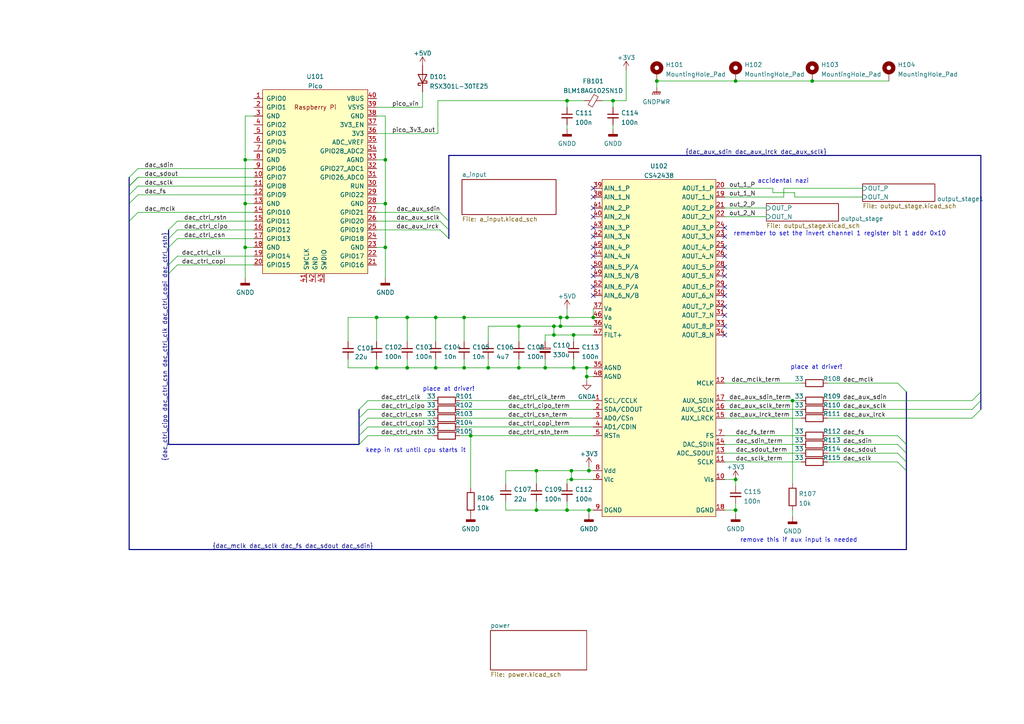
<source format=kicad_sch>
(kicad_sch (version 20211123) (generator eeschema)

  (uuid e63e39d7-6ac0-4ffd-8aa3-1841a4541b55)

  (paper "A4")

  (lib_symbols
    (symbol "Device:C_Polarized_Small" (pin_numbers hide) (pin_names (offset 0.254) hide) (in_bom yes) (on_board yes)
      (property "Reference" "C" (id 0) (at 0.254 1.778 0)
        (effects (font (size 1.27 1.27)) (justify left))
      )
      (property "Value" "C_Polarized_Small" (id 1) (at 0.254 -2.032 0)
        (effects (font (size 1.27 1.27)) (justify left))
      )
      (property "Footprint" "" (id 2) (at 0 0 0)
        (effects (font (size 1.27 1.27)) hide)
      )
      (property "Datasheet" "~" (id 3) (at 0 0 0)
        (effects (font (size 1.27 1.27)) hide)
      )
      (property "ki_keywords" "cap capacitor" (id 4) (at 0 0 0)
        (effects (font (size 1.27 1.27)) hide)
      )
      (property "ki_description" "Polarized capacitor, small symbol" (id 5) (at 0 0 0)
        (effects (font (size 1.27 1.27)) hide)
      )
      (property "ki_fp_filters" "CP_*" (id 6) (at 0 0 0)
        (effects (font (size 1.27 1.27)) hide)
      )
      (symbol "C_Polarized_Small_0_1"
        (rectangle (start -1.524 -0.3048) (end 1.524 -0.6858)
          (stroke (width 0) (type default) (color 0 0 0 0))
          (fill (type outline))
        )
        (rectangle (start -1.524 0.6858) (end 1.524 0.3048)
          (stroke (width 0) (type default) (color 0 0 0 0))
          (fill (type none))
        )
        (polyline
          (pts
            (xy -1.27 1.524)
            (xy -0.762 1.524)
          )
          (stroke (width 0) (type default) (color 0 0 0 0))
          (fill (type none))
        )
        (polyline
          (pts
            (xy -1.016 1.27)
            (xy -1.016 1.778)
          )
          (stroke (width 0) (type default) (color 0 0 0 0))
          (fill (type none))
        )
      )
      (symbol "C_Polarized_Small_1_1"
        (pin passive line (at 0 2.54 270) (length 1.8542)
          (name "~" (effects (font (size 1.27 1.27))))
          (number "1" (effects (font (size 1.27 1.27))))
        )
        (pin passive line (at 0 -2.54 90) (length 1.8542)
          (name "~" (effects (font (size 1.27 1.27))))
          (number "2" (effects (font (size 1.27 1.27))))
        )
      )
    )
    (symbol "Device:C_Small" (pin_numbers hide) (pin_names (offset 0.254) hide) (in_bom yes) (on_board yes)
      (property "Reference" "C" (id 0) (at 0.254 1.778 0)
        (effects (font (size 1.27 1.27)) (justify left))
      )
      (property "Value" "C_Small" (id 1) (at 0.254 -2.032 0)
        (effects (font (size 1.27 1.27)) (justify left))
      )
      (property "Footprint" "" (id 2) (at 0 0 0)
        (effects (font (size 1.27 1.27)) hide)
      )
      (property "Datasheet" "~" (id 3) (at 0 0 0)
        (effects (font (size 1.27 1.27)) hide)
      )
      (property "ki_keywords" "capacitor cap" (id 4) (at 0 0 0)
        (effects (font (size 1.27 1.27)) hide)
      )
      (property "ki_description" "Unpolarized capacitor, small symbol" (id 5) (at 0 0 0)
        (effects (font (size 1.27 1.27)) hide)
      )
      (property "ki_fp_filters" "C_*" (id 6) (at 0 0 0)
        (effects (font (size 1.27 1.27)) hide)
      )
      (symbol "C_Small_0_1"
        (polyline
          (pts
            (xy -1.524 -0.508)
            (xy 1.524 -0.508)
          )
          (stroke (width 0.3302) (type default) (color 0 0 0 0))
          (fill (type none))
        )
        (polyline
          (pts
            (xy -1.524 0.508)
            (xy 1.524 0.508)
          )
          (stroke (width 0.3048) (type default) (color 0 0 0 0))
          (fill (type none))
        )
      )
      (symbol "C_Small_1_1"
        (pin passive line (at 0 2.54 270) (length 2.032)
          (name "~" (effects (font (size 1.27 1.27))))
          (number "1" (effects (font (size 1.27 1.27))))
        )
        (pin passive line (at 0 -2.54 90) (length 2.032)
          (name "~" (effects (font (size 1.27 1.27))))
          (number "2" (effects (font (size 1.27 1.27))))
        )
      )
    )
    (symbol "Device:D_Schottky" (pin_numbers hide) (pin_names (offset 1.016) hide) (in_bom yes) (on_board yes)
      (property "Reference" "D" (id 0) (at 0 2.54 0)
        (effects (font (size 1.27 1.27)))
      )
      (property "Value" "D_Schottky" (id 1) (at 0 -2.54 0)
        (effects (font (size 1.27 1.27)))
      )
      (property "Footprint" "" (id 2) (at 0 0 0)
        (effects (font (size 1.27 1.27)) hide)
      )
      (property "Datasheet" "~" (id 3) (at 0 0 0)
        (effects (font (size 1.27 1.27)) hide)
      )
      (property "ki_keywords" "diode Schottky" (id 4) (at 0 0 0)
        (effects (font (size 1.27 1.27)) hide)
      )
      (property "ki_description" "Schottky diode" (id 5) (at 0 0 0)
        (effects (font (size 1.27 1.27)) hide)
      )
      (property "ki_fp_filters" "TO-???* *_Diode_* *SingleDiode* D_*" (id 6) (at 0 0 0)
        (effects (font (size 1.27 1.27)) hide)
      )
      (symbol "D_Schottky_0_1"
        (polyline
          (pts
            (xy 1.27 0)
            (xy -1.27 0)
          )
          (stroke (width 0) (type default) (color 0 0 0 0))
          (fill (type none))
        )
        (polyline
          (pts
            (xy 1.27 1.27)
            (xy 1.27 -1.27)
            (xy -1.27 0)
            (xy 1.27 1.27)
          )
          (stroke (width 0.254) (type default) (color 0 0 0 0))
          (fill (type none))
        )
        (polyline
          (pts
            (xy -1.905 0.635)
            (xy -1.905 1.27)
            (xy -1.27 1.27)
            (xy -1.27 -1.27)
            (xy -0.635 -1.27)
            (xy -0.635 -0.635)
          )
          (stroke (width 0.254) (type default) (color 0 0 0 0))
          (fill (type none))
        )
      )
      (symbol "D_Schottky_1_1"
        (pin passive line (at -3.81 0 0) (length 2.54)
          (name "K" (effects (font (size 1.27 1.27))))
          (number "1" (effects (font (size 1.27 1.27))))
        )
        (pin passive line (at 3.81 0 180) (length 2.54)
          (name "A" (effects (font (size 1.27 1.27))))
          (number "2" (effects (font (size 1.27 1.27))))
        )
      )
    )
    (symbol "Device:FerriteBead_Small" (pin_numbers hide) (pin_names (offset 0)) (in_bom yes) (on_board yes)
      (property "Reference" "FB" (id 0) (at 1.905 1.27 0)
        (effects (font (size 1.27 1.27)) (justify left))
      )
      (property "Value" "FerriteBead_Small" (id 1) (at 1.905 -1.27 0)
        (effects (font (size 1.27 1.27)) (justify left))
      )
      (property "Footprint" "" (id 2) (at -1.778 0 90)
        (effects (font (size 1.27 1.27)) hide)
      )
      (property "Datasheet" "~" (id 3) (at 0 0 0)
        (effects (font (size 1.27 1.27)) hide)
      )
      (property "ki_keywords" "L ferrite bead inductor filter" (id 4) (at 0 0 0)
        (effects (font (size 1.27 1.27)) hide)
      )
      (property "ki_description" "Ferrite bead, small symbol" (id 5) (at 0 0 0)
        (effects (font (size 1.27 1.27)) hide)
      )
      (property "ki_fp_filters" "Inductor_* L_* *Ferrite*" (id 6) (at 0 0 0)
        (effects (font (size 1.27 1.27)) hide)
      )
      (symbol "FerriteBead_Small_0_1"
        (polyline
          (pts
            (xy 0 -1.27)
            (xy 0 -0.7874)
          )
          (stroke (width 0) (type default) (color 0 0 0 0))
          (fill (type none))
        )
        (polyline
          (pts
            (xy 0 0.889)
            (xy 0 1.2954)
          )
          (stroke (width 0) (type default) (color 0 0 0 0))
          (fill (type none))
        )
        (polyline
          (pts
            (xy -1.8288 0.2794)
            (xy -1.1176 1.4986)
            (xy 1.8288 -0.2032)
            (xy 1.1176 -1.4224)
            (xy -1.8288 0.2794)
          )
          (stroke (width 0) (type default) (color 0 0 0 0))
          (fill (type none))
        )
      )
      (symbol "FerriteBead_Small_1_1"
        (pin passive line (at 0 2.54 270) (length 1.27)
          (name "~" (effects (font (size 1.27 1.27))))
          (number "1" (effects (font (size 1.27 1.27))))
        )
        (pin passive line (at 0 -2.54 90) (length 1.27)
          (name "~" (effects (font (size 1.27 1.27))))
          (number "2" (effects (font (size 1.27 1.27))))
        )
      )
    )
    (symbol "Device:R" (pin_numbers hide) (pin_names (offset 0)) (in_bom yes) (on_board yes)
      (property "Reference" "R" (id 0) (at 2.032 0 90)
        (effects (font (size 1.27 1.27)))
      )
      (property "Value" "R" (id 1) (at 0 0 90)
        (effects (font (size 1.27 1.27)))
      )
      (property "Footprint" "" (id 2) (at -1.778 0 90)
        (effects (font (size 1.27 1.27)) hide)
      )
      (property "Datasheet" "~" (id 3) (at 0 0 0)
        (effects (font (size 1.27 1.27)) hide)
      )
      (property "ki_keywords" "R res resistor" (id 4) (at 0 0 0)
        (effects (font (size 1.27 1.27)) hide)
      )
      (property "ki_description" "Resistor" (id 5) (at 0 0 0)
        (effects (font (size 1.27 1.27)) hide)
      )
      (property "ki_fp_filters" "R_*" (id 6) (at 0 0 0)
        (effects (font (size 1.27 1.27)) hide)
      )
      (symbol "R_0_1"
        (rectangle (start -1.016 -2.54) (end 1.016 2.54)
          (stroke (width 0.254) (type default) (color 0 0 0 0))
          (fill (type none))
        )
      )
      (symbol "R_1_1"
        (pin passive line (at 0 3.81 270) (length 1.27)
          (name "~" (effects (font (size 1.27 1.27))))
          (number "1" (effects (font (size 1.27 1.27))))
        )
        (pin passive line (at 0 -3.81 90) (length 1.27)
          (name "~" (effects (font (size 1.27 1.27))))
          (number "2" (effects (font (size 1.27 1.27))))
        )
      )
    )
    (symbol "MCU_RaspberryPi_and_Boards:Pico" (pin_names (offset 1.016)) (in_bom yes) (on_board yes)
      (property "Reference" "U" (id 0) (at -13.97 27.94 0)
        (effects (font (size 1.27 1.27)))
      )
      (property "Value" "Pico" (id 1) (at 0 19.05 0)
        (effects (font (size 1.27 1.27)))
      )
      (property "Footprint" "RPi_Pico:RPi_Pico_SMD_TH" (id 2) (at 0 0 90)
        (effects (font (size 1.27 1.27)) hide)
      )
      (property "Datasheet" "" (id 3) (at 0 0 0)
        (effects (font (size 1.27 1.27)) hide)
      )
      (symbol "Pico_0_0"
        (text "Raspberry Pi" (at 0 21.59 0)
          (effects (font (size 1.27 1.27)))
        )
      )
      (symbol "Pico_0_1"
        (rectangle (start -15.24 26.67) (end 15.24 -26.67)
          (stroke (width 0) (type default) (color 0 0 0 0))
          (fill (type background))
        )
      )
      (symbol "Pico_1_1"
        (pin bidirectional line (at -17.78 24.13 0) (length 2.54)
          (name "GPIO0" (effects (font (size 1.27 1.27))))
          (number "1" (effects (font (size 1.27 1.27))))
        )
        (pin bidirectional line (at -17.78 1.27 0) (length 2.54)
          (name "GPIO7" (effects (font (size 1.27 1.27))))
          (number "10" (effects (font (size 1.27 1.27))))
        )
        (pin bidirectional line (at -17.78 -1.27 0) (length 2.54)
          (name "GPIO8" (effects (font (size 1.27 1.27))))
          (number "11" (effects (font (size 1.27 1.27))))
        )
        (pin bidirectional line (at -17.78 -3.81 0) (length 2.54)
          (name "GPIO9" (effects (font (size 1.27 1.27))))
          (number "12" (effects (font (size 1.27 1.27))))
        )
        (pin power_in line (at -17.78 -6.35 0) (length 2.54)
          (name "GND" (effects (font (size 1.27 1.27))))
          (number "13" (effects (font (size 1.27 1.27))))
        )
        (pin bidirectional line (at -17.78 -8.89 0) (length 2.54)
          (name "GPIO10" (effects (font (size 1.27 1.27))))
          (number "14" (effects (font (size 1.27 1.27))))
        )
        (pin bidirectional line (at -17.78 -11.43 0) (length 2.54)
          (name "GPIO11" (effects (font (size 1.27 1.27))))
          (number "15" (effects (font (size 1.27 1.27))))
        )
        (pin bidirectional line (at -17.78 -13.97 0) (length 2.54)
          (name "GPIO12" (effects (font (size 1.27 1.27))))
          (number "16" (effects (font (size 1.27 1.27))))
        )
        (pin bidirectional line (at -17.78 -16.51 0) (length 2.54)
          (name "GPIO13" (effects (font (size 1.27 1.27))))
          (number "17" (effects (font (size 1.27 1.27))))
        )
        (pin power_in line (at -17.78 -19.05 0) (length 2.54)
          (name "GND" (effects (font (size 1.27 1.27))))
          (number "18" (effects (font (size 1.27 1.27))))
        )
        (pin bidirectional line (at -17.78 -21.59 0) (length 2.54)
          (name "GPIO14" (effects (font (size 1.27 1.27))))
          (number "19" (effects (font (size 1.27 1.27))))
        )
        (pin bidirectional line (at -17.78 21.59 0) (length 2.54)
          (name "GPIO1" (effects (font (size 1.27 1.27))))
          (number "2" (effects (font (size 1.27 1.27))))
        )
        (pin bidirectional line (at -17.78 -24.13 0) (length 2.54)
          (name "GPIO15" (effects (font (size 1.27 1.27))))
          (number "20" (effects (font (size 1.27 1.27))))
        )
        (pin bidirectional line (at 17.78 -24.13 180) (length 2.54)
          (name "GPIO16" (effects (font (size 1.27 1.27))))
          (number "21" (effects (font (size 1.27 1.27))))
        )
        (pin bidirectional line (at 17.78 -21.59 180) (length 2.54)
          (name "GPIO17" (effects (font (size 1.27 1.27))))
          (number "22" (effects (font (size 1.27 1.27))))
        )
        (pin power_in line (at 17.78 -19.05 180) (length 2.54)
          (name "GND" (effects (font (size 1.27 1.27))))
          (number "23" (effects (font (size 1.27 1.27))))
        )
        (pin bidirectional line (at 17.78 -16.51 180) (length 2.54)
          (name "GPIO18" (effects (font (size 1.27 1.27))))
          (number "24" (effects (font (size 1.27 1.27))))
        )
        (pin bidirectional line (at 17.78 -13.97 180) (length 2.54)
          (name "GPIO19" (effects (font (size 1.27 1.27))))
          (number "25" (effects (font (size 1.27 1.27))))
        )
        (pin bidirectional line (at 17.78 -11.43 180) (length 2.54)
          (name "GPIO20" (effects (font (size 1.27 1.27))))
          (number "26" (effects (font (size 1.27 1.27))))
        )
        (pin bidirectional line (at 17.78 -8.89 180) (length 2.54)
          (name "GPIO21" (effects (font (size 1.27 1.27))))
          (number "27" (effects (font (size 1.27 1.27))))
        )
        (pin power_in line (at 17.78 -6.35 180) (length 2.54)
          (name "GND" (effects (font (size 1.27 1.27))))
          (number "28" (effects (font (size 1.27 1.27))))
        )
        (pin bidirectional line (at 17.78 -3.81 180) (length 2.54)
          (name "GPIO22" (effects (font (size 1.27 1.27))))
          (number "29" (effects (font (size 1.27 1.27))))
        )
        (pin power_in line (at -17.78 19.05 0) (length 2.54)
          (name "GND" (effects (font (size 1.27 1.27))))
          (number "3" (effects (font (size 1.27 1.27))))
        )
        (pin input line (at 17.78 -1.27 180) (length 2.54)
          (name "RUN" (effects (font (size 1.27 1.27))))
          (number "30" (effects (font (size 1.27 1.27))))
        )
        (pin bidirectional line (at 17.78 1.27 180) (length 2.54)
          (name "GPIO26_ADC0" (effects (font (size 1.27 1.27))))
          (number "31" (effects (font (size 1.27 1.27))))
        )
        (pin bidirectional line (at 17.78 3.81 180) (length 2.54)
          (name "GPIO27_ADC1" (effects (font (size 1.27 1.27))))
          (number "32" (effects (font (size 1.27 1.27))))
        )
        (pin power_in line (at 17.78 6.35 180) (length 2.54)
          (name "AGND" (effects (font (size 1.27 1.27))))
          (number "33" (effects (font (size 1.27 1.27))))
        )
        (pin bidirectional line (at 17.78 8.89 180) (length 2.54)
          (name "GPIO28_ADC2" (effects (font (size 1.27 1.27))))
          (number "34" (effects (font (size 1.27 1.27))))
        )
        (pin unspecified line (at 17.78 11.43 180) (length 2.54)
          (name "ADC_VREF" (effects (font (size 1.27 1.27))))
          (number "35" (effects (font (size 1.27 1.27))))
        )
        (pin unspecified line (at 17.78 13.97 180) (length 2.54)
          (name "3V3" (effects (font (size 1.27 1.27))))
          (number "36" (effects (font (size 1.27 1.27))))
        )
        (pin input line (at 17.78 16.51 180) (length 2.54)
          (name "3V3_EN" (effects (font (size 1.27 1.27))))
          (number "37" (effects (font (size 1.27 1.27))))
        )
        (pin bidirectional line (at 17.78 19.05 180) (length 2.54)
          (name "GND" (effects (font (size 1.27 1.27))))
          (number "38" (effects (font (size 1.27 1.27))))
        )
        (pin unspecified line (at 17.78 21.59 180) (length 2.54)
          (name "VSYS" (effects (font (size 1.27 1.27))))
          (number "39" (effects (font (size 1.27 1.27))))
        )
        (pin bidirectional line (at -17.78 16.51 0) (length 2.54)
          (name "GPIO2" (effects (font (size 1.27 1.27))))
          (number "4" (effects (font (size 1.27 1.27))))
        )
        (pin unspecified line (at 17.78 24.13 180) (length 2.54)
          (name "VBUS" (effects (font (size 1.27 1.27))))
          (number "40" (effects (font (size 1.27 1.27))))
        )
        (pin input line (at -2.54 -29.21 90) (length 2.54)
          (name "SWCLK" (effects (font (size 1.27 1.27))))
          (number "41" (effects (font (size 1.27 1.27))))
        )
        (pin power_in line (at 0 -29.21 90) (length 2.54)
          (name "GND" (effects (font (size 1.27 1.27))))
          (number "42" (effects (font (size 1.27 1.27))))
        )
        (pin bidirectional line (at 2.54 -29.21 90) (length 2.54)
          (name "SWDIO" (effects (font (size 1.27 1.27))))
          (number "43" (effects (font (size 1.27 1.27))))
        )
        (pin bidirectional line (at -17.78 13.97 0) (length 2.54)
          (name "GPIO3" (effects (font (size 1.27 1.27))))
          (number "5" (effects (font (size 1.27 1.27))))
        )
        (pin bidirectional line (at -17.78 11.43 0) (length 2.54)
          (name "GPIO4" (effects (font (size 1.27 1.27))))
          (number "6" (effects (font (size 1.27 1.27))))
        )
        (pin bidirectional line (at -17.78 8.89 0) (length 2.54)
          (name "GPIO5" (effects (font (size 1.27 1.27))))
          (number "7" (effects (font (size 1.27 1.27))))
        )
        (pin power_in line (at -17.78 6.35 0) (length 2.54)
          (name "GND" (effects (font (size 1.27 1.27))))
          (number "8" (effects (font (size 1.27 1.27))))
        )
        (pin bidirectional line (at -17.78 3.81 0) (length 2.54)
          (name "GPIO6" (effects (font (size 1.27 1.27))))
          (number "9" (effects (font (size 1.27 1.27))))
        )
      )
    )
    (symbol "Mechanical:MountingHole_Pad" (pin_numbers hide) (pin_names (offset 1.016) hide) (in_bom yes) (on_board yes)
      (property "Reference" "H" (id 0) (at 0 6.35 0)
        (effects (font (size 1.27 1.27)))
      )
      (property "Value" "MountingHole_Pad" (id 1) (at 0 4.445 0)
        (effects (font (size 1.27 1.27)))
      )
      (property "Footprint" "" (id 2) (at 0 0 0)
        (effects (font (size 1.27 1.27)) hide)
      )
      (property "Datasheet" "~" (id 3) (at 0 0 0)
        (effects (font (size 1.27 1.27)) hide)
      )
      (property "ki_keywords" "mounting hole" (id 4) (at 0 0 0)
        (effects (font (size 1.27 1.27)) hide)
      )
      (property "ki_description" "Mounting Hole with connection" (id 5) (at 0 0 0)
        (effects (font (size 1.27 1.27)) hide)
      )
      (property "ki_fp_filters" "MountingHole*Pad*" (id 6) (at 0 0 0)
        (effects (font (size 1.27 1.27)) hide)
      )
      (symbol "MountingHole_Pad_0_1"
        (circle (center 0 1.27) (radius 1.27)
          (stroke (width 1.27) (type default) (color 0 0 0 0))
          (fill (type none))
        )
      )
      (symbol "MountingHole_Pad_1_1"
        (pin input line (at 0 -2.54 90) (length 2.54)
          (name "1" (effects (font (size 1.27 1.27))))
          (number "1" (effects (font (size 1.27 1.27))))
        )
      )
    )
    (symbol "good_things:CS42438" (in_bom yes) (on_board yes)
      (property "Reference" "U" (id 0) (at 0 -50.165 0)
        (effects (font (size 1.27 1.27)))
      )
      (property "Value" "CS42438" (id 1) (at 0 50.165 0)
        (effects (font (size 1.27 1.27)))
      )
      (property "Footprint" "Package_QFP:LQFP-52_10x10mm_P0.65mm" (id 2) (at 1.27 55.88 0)
        (effects (font (size 1.27 1.27)) hide)
      )
      (property "Datasheet" "https://d3uzseaevmutz1.cloudfront.net/pubs/proDatasheet/CS42438_F5.pdf" (id 3) (at 0.635 53.34 0)
        (effects (font (size 1.27 1.27)) hide)
      )
      (symbol "CS42438_0_1"
        (rectangle (start -16.51 48.895) (end 16.51 -48.895)
          (stroke (width 0.1524) (type default) (color 0 0 0 0))
          (fill (type background))
        )
      )
      (symbol "CS42438_1_1"
        (pin input line (at -19.05 -15.24 0) (length 2.54)
          (name "SCL/CCLK" (effects (font (size 1.27 1.27))))
          (number "1" (effects (font (size 1.27 1.27))))
        )
        (pin power_in line (at 19.05 -38.1 180) (length 2.54)
          (name "Vls" (effects (font (size 1.27 1.27))))
          (number "10" (effects (font (size 1.27 1.27))))
        )
        (pin input line (at 19.05 -33.02 180) (length 2.54)
          (name "SCLK" (effects (font (size 1.27 1.27))))
          (number "11" (effects (font (size 1.27 1.27))))
        )
        (pin input line (at 19.05 -10.16 180) (length 2.54)
          (name "MCLK" (effects (font (size 1.27 1.27))))
          (number "12" (effects (font (size 1.27 1.27))))
        )
        (pin output line (at 19.05 -30.48 180) (length 2.54)
          (name "ADC_SDOUT" (effects (font (size 1.27 1.27))))
          (number "13" (effects (font (size 1.27 1.27))))
        )
        (pin input line (at 19.05 -27.94 180) (length 2.54)
          (name "DAC_SDIN" (effects (font (size 1.27 1.27))))
          (number "14" (effects (font (size 1.27 1.27))))
        )
        (pin output line (at 19.05 -20.32 180) (length 2.54)
          (name "AUX_LRCK" (effects (font (size 1.27 1.27))))
          (number "15" (effects (font (size 1.27 1.27))))
        )
        (pin output line (at 19.05 -17.78 180) (length 2.54)
          (name "AUX_SCLK" (effects (font (size 1.27 1.27))))
          (number "16" (effects (font (size 1.27 1.27))))
        )
        (pin input line (at 19.05 -15.24 180) (length 2.54)
          (name "AUX_SDIN" (effects (font (size 1.27 1.27))))
          (number "17" (effects (font (size 1.27 1.27))))
        )
        (pin power_in line (at 19.05 -46.99 180) (length 2.54)
          (name "DGND" (effects (font (size 1.27 1.27))))
          (number "18" (effects (font (size 1.27 1.27))))
        )
        (pin output line (at 19.05 43.815 180) (length 2.54)
          (name "AOUT_1_N" (effects (font (size 1.27 1.27))))
          (number "19" (effects (font (size 1.27 1.27))))
        )
        (pin bidirectional line (at -19.05 -17.78 0) (length 2.54)
          (name "SDA/CDOUT" (effects (font (size 1.27 1.27))))
          (number "2" (effects (font (size 1.27 1.27))))
        )
        (pin output line (at 19.05 46.355 180) (length 2.54)
          (name "AOUT_1_P" (effects (font (size 1.27 1.27))))
          (number "20" (effects (font (size 1.27 1.27))))
        )
        (pin output line (at 19.05 40.64 180) (length 2.54)
          (name "AOUT_2_P" (effects (font (size 1.27 1.27))))
          (number "21" (effects (font (size 1.27 1.27))))
        )
        (pin output line (at 19.05 38.1 180) (length 2.54)
          (name "AOUT_2_N" (effects (font (size 1.27 1.27))))
          (number "22" (effects (font (size 1.27 1.27))))
        )
        (pin output line (at 19.05 32.385 180) (length 2.54)
          (name "AOUT_3_N" (effects (font (size 1.27 1.27))))
          (number "23" (effects (font (size 1.27 1.27))))
        )
        (pin output line (at 19.05 34.925 180) (length 2.54)
          (name "AOUT_3_P" (effects (font (size 1.27 1.27))))
          (number "24" (effects (font (size 1.27 1.27))))
        )
        (pin output line (at 19.05 29.21 180) (length 2.54)
          (name "AOUT_4_P" (effects (font (size 1.27 1.27))))
          (number "25" (effects (font (size 1.27 1.27))))
        )
        (pin output line (at 19.05 26.67 180) (length 2.54)
          (name "AOUT_4_N" (effects (font (size 1.27 1.27))))
          (number "26" (effects (font (size 1.27 1.27))))
        )
        (pin output line (at 19.05 20.955 180) (length 2.54)
          (name "AOUT_5_N" (effects (font (size 1.27 1.27))))
          (number "27" (effects (font (size 1.27 1.27))))
        )
        (pin output line (at 19.05 23.495 180) (length 2.54)
          (name "AOUT_5_P" (effects (font (size 1.27 1.27))))
          (number "28" (effects (font (size 1.27 1.27))))
        )
        (pin output line (at 19.05 17.78 180) (length 2.54)
          (name "AOUT_6_P" (effects (font (size 1.27 1.27))))
          (number "29" (effects (font (size 1.27 1.27))))
        )
        (pin input line (at -19.05 -20.32 0) (length 2.54)
          (name "AD0/CSn" (effects (font (size 1.27 1.27))))
          (number "3" (effects (font (size 1.27 1.27))))
        )
        (pin output line (at 19.05 15.24 180) (length 2.54)
          (name "AOUT_6_N" (effects (font (size 1.27 1.27))))
          (number "30" (effects (font (size 1.27 1.27))))
        )
        (pin output line (at 19.05 9.525 180) (length 2.54)
          (name "AOUT_7_N" (effects (font (size 1.27 1.27))))
          (number "31" (effects (font (size 1.27 1.27))))
        )
        (pin output line (at 19.05 12.065 180) (length 2.54)
          (name "AOUT_7_P" (effects (font (size 1.27 1.27))))
          (number "32" (effects (font (size 1.27 1.27))))
        )
        (pin output line (at 19.05 6.35 180) (length 2.54)
          (name "AOUT_8_P" (effects (font (size 1.27 1.27))))
          (number "33" (effects (font (size 1.27 1.27))))
        )
        (pin output line (at 19.05 3.81 180) (length 2.54)
          (name "AOUT_8_N" (effects (font (size 1.27 1.27))))
          (number "34" (effects (font (size 1.27 1.27))))
        )
        (pin power_in line (at -19.05 -5.715 0) (length 2.54)
          (name "AGND" (effects (font (size 1.27 1.27))))
          (number "35" (effects (font (size 1.27 1.27))))
        )
        (pin power_in line (at -19.05 6.35 0) (length 2.54)
          (name "Vq" (effects (font (size 1.27 1.27))))
          (number "36" (effects (font (size 1.27 1.27))))
        )
        (pin power_in line (at -19.05 11.43 0) (length 2.54)
          (name "Va" (effects (font (size 1.27 1.27))))
          (number "37" (effects (font (size 1.27 1.27))))
        )
        (pin input line (at -19.05 43.815 0) (length 2.54)
          (name "AIN_1_N" (effects (font (size 1.27 1.27))))
          (number "38" (effects (font (size 1.27 1.27))))
        )
        (pin input line (at -19.05 46.355 0) (length 2.54)
          (name "AIN_1_P" (effects (font (size 1.27 1.27))))
          (number "39" (effects (font (size 1.27 1.27))))
        )
        (pin input line (at -19.05 -22.86 0) (length 2.54)
          (name "AD1/CDIN" (effects (font (size 1.27 1.27))))
          (number "4" (effects (font (size 1.27 1.27))))
        )
        (pin input line (at -19.05 38.1 0) (length 2.54)
          (name "AIN_2_N" (effects (font (size 1.27 1.27))))
          (number "40" (effects (font (size 1.27 1.27))))
        )
        (pin input line (at -19.05 40.64 0) (length 2.54)
          (name "AIN_2_P" (effects (font (size 1.27 1.27))))
          (number "41" (effects (font (size 1.27 1.27))))
        )
        (pin input line (at -19.05 32.385 0) (length 2.54)
          (name "AIN_3_N" (effects (font (size 1.27 1.27))))
          (number "42" (effects (font (size 1.27 1.27))))
        )
        (pin input line (at -19.05 34.925 0) (length 2.54)
          (name "AIN_3_P" (effects (font (size 1.27 1.27))))
          (number "43" (effects (font (size 1.27 1.27))))
        )
        (pin input line (at -19.05 26.67 0) (length 2.54)
          (name "AIN_4_N" (effects (font (size 1.27 1.27))))
          (number "44" (effects (font (size 1.27 1.27))))
        )
        (pin input line (at -19.05 29.21 0) (length 2.54)
          (name "AIN_4_P" (effects (font (size 1.27 1.27))))
          (number "45" (effects (font (size 1.27 1.27))))
        )
        (pin power_in line (at -19.05 8.89 0) (length 2.54)
          (name "Va" (effects (font (size 1.27 1.27))))
          (number "46" (effects (font (size 1.27 1.27))))
        )
        (pin output line (at -19.05 3.81 0) (length 2.54)
          (name "FILT+" (effects (font (size 1.27 1.27))))
          (number "47" (effects (font (size 1.27 1.27))))
        )
        (pin power_in line (at -19.05 -8.255 0) (length 2.54)
          (name "AGND" (effects (font (size 1.27 1.27))))
          (number "48" (effects (font (size 1.27 1.27))))
        )
        (pin input line (at -19.05 20.955 0) (length 2.54)
          (name "AIN_5_N/B" (effects (font (size 1.27 1.27))))
          (number "49" (effects (font (size 1.27 1.27))))
        )
        (pin input line (at -19.05 -25.4 0) (length 2.54)
          (name "RSTn" (effects (font (size 1.27 1.27))))
          (number "5" (effects (font (size 1.27 1.27))))
        )
        (pin input line (at -19.05 23.495 0) (length 2.54)
          (name "AIN_5_P/A" (effects (font (size 1.27 1.27))))
          (number "50" (effects (font (size 1.27 1.27))))
        )
        (pin input line (at -19.05 15.24 0) (length 2.54)
          (name "AIN_6_N/B" (effects (font (size 1.27 1.27))))
          (number "51" (effects (font (size 1.27 1.27))))
        )
        (pin input line (at -19.05 17.78 0) (length 2.54)
          (name "AIN_6_P/A" (effects (font (size 1.27 1.27))))
          (number "52" (effects (font (size 1.27 1.27))))
        )
        (pin power_in line (at -19.05 -38.1 0) (length 2.54)
          (name "Vlc" (effects (font (size 1.27 1.27))))
          (number "6" (effects (font (size 1.27 1.27))))
        )
        (pin input line (at 19.05 -25.4 180) (length 2.54)
          (name "FS" (effects (font (size 1.27 1.27))))
          (number "7" (effects (font (size 1.27 1.27))))
        )
        (pin power_in line (at -19.05 -35.56 0) (length 2.54)
          (name "Vdd" (effects (font (size 1.27 1.27))))
          (number "8" (effects (font (size 1.27 1.27))))
        )
        (pin power_in line (at -19.05 -46.99 0) (length 2.54)
          (name "DGND" (effects (font (size 1.27 1.27))))
          (number "9" (effects (font (size 1.27 1.27))))
        )
      )
    )
    (symbol "power:+3V3" (power) (pin_names (offset 0)) (in_bom yes) (on_board yes)
      (property "Reference" "#PWR" (id 0) (at 0 -3.81 0)
        (effects (font (size 1.27 1.27)) hide)
      )
      (property "Value" "+3V3" (id 1) (at 0 3.556 0)
        (effects (font (size 1.27 1.27)))
      )
      (property "Footprint" "" (id 2) (at 0 0 0)
        (effects (font (size 1.27 1.27)) hide)
      )
      (property "Datasheet" "" (id 3) (at 0 0 0)
        (effects (font (size 1.27 1.27)) hide)
      )
      (property "ki_keywords" "power-flag" (id 4) (at 0 0 0)
        (effects (font (size 1.27 1.27)) hide)
      )
      (property "ki_description" "Power symbol creates a global label with name \"+3V3\"" (id 5) (at 0 0 0)
        (effects (font (size 1.27 1.27)) hide)
      )
      (symbol "+3V3_0_1"
        (polyline
          (pts
            (xy -0.762 1.27)
            (xy 0 2.54)
          )
          (stroke (width 0) (type default) (color 0 0 0 0))
          (fill (type none))
        )
        (polyline
          (pts
            (xy 0 0)
            (xy 0 2.54)
          )
          (stroke (width 0) (type default) (color 0 0 0 0))
          (fill (type none))
        )
        (polyline
          (pts
            (xy 0 2.54)
            (xy 0.762 1.27)
          )
          (stroke (width 0) (type default) (color 0 0 0 0))
          (fill (type none))
        )
      )
      (symbol "+3V3_1_1"
        (pin power_in line (at 0 0 90) (length 0) hide
          (name "+3V3" (effects (font (size 1.27 1.27))))
          (number "1" (effects (font (size 1.27 1.27))))
        )
      )
    )
    (symbol "power:+5VD" (power) (pin_names (offset 0)) (in_bom yes) (on_board yes)
      (property "Reference" "#PWR" (id 0) (at 0 -3.81 0)
        (effects (font (size 1.27 1.27)) hide)
      )
      (property "Value" "+5VD" (id 1) (at 0 3.556 0)
        (effects (font (size 1.27 1.27)))
      )
      (property "Footprint" "" (id 2) (at 0 0 0)
        (effects (font (size 1.27 1.27)) hide)
      )
      (property "Datasheet" "" (id 3) (at 0 0 0)
        (effects (font (size 1.27 1.27)) hide)
      )
      (property "ki_keywords" "power-flag" (id 4) (at 0 0 0)
        (effects (font (size 1.27 1.27)) hide)
      )
      (property "ki_description" "Power symbol creates a global label with name \"+5VD\"" (id 5) (at 0 0 0)
        (effects (font (size 1.27 1.27)) hide)
      )
      (symbol "+5VD_0_1"
        (polyline
          (pts
            (xy -0.762 1.27)
            (xy 0 2.54)
          )
          (stroke (width 0) (type default) (color 0 0 0 0))
          (fill (type none))
        )
        (polyline
          (pts
            (xy 0 0)
            (xy 0 2.54)
          )
          (stroke (width 0) (type default) (color 0 0 0 0))
          (fill (type none))
        )
        (polyline
          (pts
            (xy 0 2.54)
            (xy 0.762 1.27)
          )
          (stroke (width 0) (type default) (color 0 0 0 0))
          (fill (type none))
        )
      )
      (symbol "+5VD_1_1"
        (pin power_in line (at 0 0 90) (length 0) hide
          (name "+5VD" (effects (font (size 1.27 1.27))))
          (number "1" (effects (font (size 1.27 1.27))))
        )
      )
    )
    (symbol "power:GNDA" (power) (pin_names (offset 0)) (in_bom yes) (on_board yes)
      (property "Reference" "#PWR" (id 0) (at 0 -6.35 0)
        (effects (font (size 1.27 1.27)) hide)
      )
      (property "Value" "GNDA" (id 1) (at 0 -3.81 0)
        (effects (font (size 1.27 1.27)))
      )
      (property "Footprint" "" (id 2) (at 0 0 0)
        (effects (font (size 1.27 1.27)) hide)
      )
      (property "Datasheet" "" (id 3) (at 0 0 0)
        (effects (font (size 1.27 1.27)) hide)
      )
      (property "ki_keywords" "power-flag" (id 4) (at 0 0 0)
        (effects (font (size 1.27 1.27)) hide)
      )
      (property "ki_description" "Power symbol creates a global label with name \"GNDA\" , analog ground" (id 5) (at 0 0 0)
        (effects (font (size 1.27 1.27)) hide)
      )
      (symbol "GNDA_0_1"
        (polyline
          (pts
            (xy 0 0)
            (xy 0 -1.27)
            (xy 1.27 -1.27)
            (xy 0 -2.54)
            (xy -1.27 -1.27)
            (xy 0 -1.27)
          )
          (stroke (width 0) (type default) (color 0 0 0 0))
          (fill (type none))
        )
      )
      (symbol "GNDA_1_1"
        (pin power_in line (at 0 0 270) (length 0) hide
          (name "GNDA" (effects (font (size 1.27 1.27))))
          (number "1" (effects (font (size 1.27 1.27))))
        )
      )
    )
    (symbol "power:GNDD" (power) (pin_names (offset 0)) (in_bom yes) (on_board yes)
      (property "Reference" "#PWR" (id 0) (at 0 -6.35 0)
        (effects (font (size 1.27 1.27)) hide)
      )
      (property "Value" "GNDD" (id 1) (at 0 -3.175 0)
        (effects (font (size 1.27 1.27)))
      )
      (property "Footprint" "" (id 2) (at 0 0 0)
        (effects (font (size 1.27 1.27)) hide)
      )
      (property "Datasheet" "" (id 3) (at 0 0 0)
        (effects (font (size 1.27 1.27)) hide)
      )
      (property "ki_keywords" "power-flag" (id 4) (at 0 0 0)
        (effects (font (size 1.27 1.27)) hide)
      )
      (property "ki_description" "Power symbol creates a global label with name \"GNDD\" , digital ground" (id 5) (at 0 0 0)
        (effects (font (size 1.27 1.27)) hide)
      )
      (symbol "GNDD_0_1"
        (rectangle (start -1.27 -1.524) (end 1.27 -2.032)
          (stroke (width 0.254) (type default) (color 0 0 0 0))
          (fill (type outline))
        )
        (polyline
          (pts
            (xy 0 0)
            (xy 0 -1.524)
          )
          (stroke (width 0) (type default) (color 0 0 0 0))
          (fill (type none))
        )
      )
      (symbol "GNDD_1_1"
        (pin power_in line (at 0 0 270) (length 0) hide
          (name "GNDD" (effects (font (size 1.27 1.27))))
          (number "1" (effects (font (size 1.27 1.27))))
        )
      )
    )
    (symbol "power:GNDPWR" (power) (pin_names (offset 0)) (in_bom yes) (on_board yes)
      (property "Reference" "#PWR" (id 0) (at 0 -5.08 0)
        (effects (font (size 1.27 1.27)) hide)
      )
      (property "Value" "GNDPWR" (id 1) (at 0 -3.302 0)
        (effects (font (size 1.27 1.27)))
      )
      (property "Footprint" "" (id 2) (at 0 -1.27 0)
        (effects (font (size 1.27 1.27)) hide)
      )
      (property "Datasheet" "" (id 3) (at 0 -1.27 0)
        (effects (font (size 1.27 1.27)) hide)
      )
      (property "ki_keywords" "power-flag" (id 4) (at 0 0 0)
        (effects (font (size 1.27 1.27)) hide)
      )
      (property "ki_description" "Power symbol creates a global label with name \"GNDPWR\" , power ground" (id 5) (at 0 0 0)
        (effects (font (size 1.27 1.27)) hide)
      )
      (symbol "GNDPWR_0_1"
        (polyline
          (pts
            (xy 0 -1.27)
            (xy 0 0)
          )
          (stroke (width 0) (type default) (color 0 0 0 0))
          (fill (type none))
        )
        (polyline
          (pts
            (xy -1.016 -1.27)
            (xy -1.27 -2.032)
            (xy -1.27 -2.032)
          )
          (stroke (width 0.2032) (type default) (color 0 0 0 0))
          (fill (type none))
        )
        (polyline
          (pts
            (xy -0.508 -1.27)
            (xy -0.762 -2.032)
            (xy -0.762 -2.032)
          )
          (stroke (width 0.2032) (type default) (color 0 0 0 0))
          (fill (type none))
        )
        (polyline
          (pts
            (xy 0 -1.27)
            (xy -0.254 -2.032)
            (xy -0.254 -2.032)
          )
          (stroke (width 0.2032) (type default) (color 0 0 0 0))
          (fill (type none))
        )
        (polyline
          (pts
            (xy 0.508 -1.27)
            (xy 0.254 -2.032)
            (xy 0.254 -2.032)
          )
          (stroke (width 0.2032) (type default) (color 0 0 0 0))
          (fill (type none))
        )
        (polyline
          (pts
            (xy 1.016 -1.27)
            (xy -1.016 -1.27)
            (xy -1.016 -1.27)
          )
          (stroke (width 0.2032) (type default) (color 0 0 0 0))
          (fill (type none))
        )
        (polyline
          (pts
            (xy 1.016 -1.27)
            (xy 0.762 -2.032)
            (xy 0.762 -2.032)
            (xy 0.762 -2.032)
          )
          (stroke (width 0.2032) (type default) (color 0 0 0 0))
          (fill (type none))
        )
      )
      (symbol "GNDPWR_1_1"
        (pin power_in line (at 0 0 270) (length 0) hide
          (name "GNDPWR" (effects (font (size 1.27 1.27))))
          (number "1" (effects (font (size 1.27 1.27))))
        )
      )
    )
  )

  (junction (at 177.8 29.21) (diameter 0) (color 0 0 0 0)
    (uuid 0aaa0405-b343-421a-b6f4-90357571ee56)
  )
  (junction (at 235.585 23.495) (diameter 0) (color 0 0 0 0)
    (uuid 0eecfaab-137c-42ea-8bed-21848b3535d0)
  )
  (junction (at 190.5 23.495) (diameter 0) (color 0 0 0 0)
    (uuid 1d6e7528-7a7e-46d9-a4ec-a4ae9f76d0b7)
  )
  (junction (at 213.36 23.495) (diameter 0) (color 0 0 0 0)
    (uuid 1dda30a9-2c27-49ad-b0b0-72f488f27f3d)
  )
  (junction (at 111.76 59.055) (diameter 0) (color 0 0 0 0)
    (uuid 3008cbb7-70ad-44b9-85ae-4085d02a8c25)
  )
  (junction (at 136.525 126.365) (diameter 0) (color 0 0 0 0)
    (uuid 32e6c1f7-3fac-4b9a-aeba-d0bd77ee89ad)
  )
  (junction (at 71.12 46.355) (diameter 0) (color 0 0 0 0)
    (uuid 3614a3dd-b131-4af3-8f8b-a69a5caa09a1)
  )
  (junction (at 126.365 92.075) (diameter 0) (color 0 0 0 0)
    (uuid 3a48bda5-1119-4606-aee6-056df99647a0)
  )
  (junction (at 126.365 106.68) (diameter 0) (color 0 0 0 0)
    (uuid 433c2170-27a9-43b0-96c9-01bd215cf7dc)
  )
  (junction (at 71.12 59.055) (diameter 0) (color 0 0 0 0)
    (uuid 5bdb4b5c-e61e-434a-9729-c54687011b79)
  )
  (junction (at 155.575 147.955) (diameter 0) (color 0 0 0 0)
    (uuid 5e5f1f08-5b23-43ec-ad01-cc8e03f6378a)
  )
  (junction (at 162.56 94.615) (diameter 0) (color 0 0 0 0)
    (uuid 5faec51f-fcaf-4dd8-a639-7bc4e8b299f9)
  )
  (junction (at 134.62 106.68) (diameter 0) (color 0 0 0 0)
    (uuid 606df8df-82c2-46be-a1e2-0a3e3724177b)
  )
  (junction (at 158.115 106.68) (diameter 0) (color 0 0 0 0)
    (uuid 64e41e98-9d5f-48d1-afb1-007c1832d00b)
  )
  (junction (at 109.22 106.68) (diameter 0) (color 0 0 0 0)
    (uuid 6b1f9476-2bcb-4bf5-8f01-0bef1e074f9f)
  )
  (junction (at 111.76 46.355) (diameter 0) (color 0 0 0 0)
    (uuid 6d09f22f-6f30-42ab-8258-8cb40305bd5b)
  )
  (junction (at 160.655 97.155) (diameter 0) (color 0 0 0 0)
    (uuid 6e74549a-f942-4526-b2d1-b11c429a36cc)
  )
  (junction (at 170.18 109.22) (diameter 0) (color 0 0 0 0)
    (uuid 74bb402e-f0a8-4d35-bf1c-a38b825681a8)
  )
  (junction (at 213.36 147.955) (diameter 0) (color 0 0 0 0)
    (uuid 76b9d70e-94ed-4598-8210-1549cadc4115)
  )
  (junction (at 150.495 106.68) (diameter 0) (color 0 0 0 0)
    (uuid 783e1484-2404-4541-acad-94f66b4e269d)
  )
  (junction (at 229.87 116.205) (diameter 0) (color 0 0 0 0)
    (uuid 7ec09783-cab2-44c3-8f99-774c0cb232d8)
  )
  (junction (at 164.465 147.955) (diameter 0) (color 0 0 0 0)
    (uuid 7fe4e26a-0d42-48e3-8bb4-8a207f3d33f2)
  )
  (junction (at 150.495 94.615) (diameter 0) (color 0 0 0 0)
    (uuid 84c7bb68-0a57-4b80-b602-3b6a9d9e897f)
  )
  (junction (at 160.655 94.615) (diameter 0) (color 0 0 0 0)
    (uuid 8a75b6a0-1058-47ed-b80a-8931b2b6a7a9)
  )
  (junction (at 162.56 92.075) (diameter 0) (color 0 0 0 0)
    (uuid 8ce4afd3-ba52-407f-8fa9-5d81fa92c794)
  )
  (junction (at 134.62 92.075) (diameter 0) (color 0 0 0 0)
    (uuid 9034eca4-7fdd-4ba7-bb47-45da7d0f5aae)
  )
  (junction (at 111.76 71.755) (diameter 0) (color 0 0 0 0)
    (uuid a4a258f5-33cd-44ed-b23d-463fa4689494)
  )
  (junction (at 170.18 106.68) (diameter 0) (color 0 0 0 0)
    (uuid b1a10a63-4673-426f-acec-e883631413e4)
  )
  (junction (at 166.37 106.68) (diameter 0) (color 0 0 0 0)
    (uuid b1caf59d-8958-4374-a77f-cafdaba5b19c)
  )
  (junction (at 71.12 71.755) (diameter 0) (color 0 0 0 0)
    (uuid b436a595-6622-402b-8492-d38f3d114f4f)
  )
  (junction (at 170.815 147.955) (diameter 0) (color 0 0 0 0)
    (uuid cfda5f31-3350-4615-a760-a09991d55011)
  )
  (junction (at 164.465 29.21) (diameter 0) (color 0 0 0 0)
    (uuid d449ec97-fde1-41cb-b51d-3dc619901537)
  )
  (junction (at 109.22 92.075) (diameter 0) (color 0 0 0 0)
    (uuid d706f041-33cf-4ece-a340-dd891b785515)
  )
  (junction (at 165.735 136.525) (diameter 0) (color 0 0 0 0)
    (uuid dfe15ef6-912f-42e7-b48d-38bb41bb065a)
  )
  (junction (at 155.575 136.525) (diameter 0) (color 0 0 0 0)
    (uuid e6006320-1f9b-4a87-a26e-722da5b93356)
  )
  (junction (at 213.36 139.065) (diameter 0) (color 0 0 0 0)
    (uuid e927fb2a-d788-45d3-87ed-569e61fe7334)
  )
  (junction (at 165.735 139.065) (diameter 0) (color 0 0 0 0)
    (uuid e9f5c8f2-5657-49d3-8bad-d553af25922f)
  )
  (junction (at 118.11 92.075) (diameter 0) (color 0 0 0 0)
    (uuid f047eb39-6a81-4d44-9609-eebb2d603467)
  )
  (junction (at 164.465 92.075) (diameter 0) (color 0 0 0 0)
    (uuid f2bb13bf-2462-4041-962a-443f9147e7da)
  )
  (junction (at 166.37 97.155) (diameter 0) (color 0 0 0 0)
    (uuid f8e5bf8b-05fb-451c-a430-efab1c71c1e5)
  )
  (junction (at 118.11 106.68) (diameter 0) (color 0 0 0 0)
    (uuid fadc91bd-6fe3-4278-bc5b-77c08561e028)
  )
  (junction (at 172.085 92.075) (diameter 0) (color 0 0 0 0)
    (uuid fbf7d5d8-ff4c-47e3-b23d-fdc904c7b931)
  )
  (junction (at 170.815 136.525) (diameter 0) (color 0 0 0 0)
    (uuid fc81446e-f1de-4a2e-8f3e-28dd1884cdf4)
  )
  (junction (at 141.605 106.68) (diameter 0) (color 0 0 0 0)
    (uuid ff0cd5d5-4d8f-41b6-a124-3caa7673a59b)
  )

  (no_connect (at 210.185 66.04) (uuid 18820a38-b270-440b-ae3f-7a5a6c2aa392))
  (no_connect (at 210.185 68.58) (uuid 18820a38-b270-440b-ae3f-7a5a6c2aa393))
  (no_connect (at 210.185 71.755) (uuid 18820a38-b270-440b-ae3f-7a5a6c2aa394))
  (no_connect (at 210.185 74.295) (uuid 18820a38-b270-440b-ae3f-7a5a6c2aa395))
  (no_connect (at 210.185 77.47) (uuid 18820a38-b270-440b-ae3f-7a5a6c2aa396))
  (no_connect (at 210.185 80.01) (uuid 18820a38-b270-440b-ae3f-7a5a6c2aa397))
  (no_connect (at 210.185 83.185) (uuid 18820a38-b270-440b-ae3f-7a5a6c2aa398))
  (no_connect (at 210.185 85.725) (uuid 18820a38-b270-440b-ae3f-7a5a6c2aa399))
  (no_connect (at 210.185 88.9) (uuid 18820a38-b270-440b-ae3f-7a5a6c2aa39a))
  (no_connect (at 210.185 91.44) (uuid 18820a38-b270-440b-ae3f-7a5a6c2aa39b))
  (no_connect (at 210.185 94.615) (uuid 18820a38-b270-440b-ae3f-7a5a6c2aa39c))
  (no_connect (at 210.185 97.155) (uuid 18820a38-b270-440b-ae3f-7a5a6c2aa39d))
  (no_connect (at 172.085 68.58) (uuid 18f043f6-0cef-4392-8d9c-c2583f67935c))
  (no_connect (at 172.085 71.755) (uuid 18f043f6-0cef-4392-8d9c-c2583f67935d))
  (no_connect (at 172.085 57.15) (uuid 18f043f6-0cef-4392-8d9c-c2583f67935e))
  (no_connect (at 172.085 62.865) (uuid 18f043f6-0cef-4392-8d9c-c2583f67935f))
  (no_connect (at 172.085 60.325) (uuid 18f043f6-0cef-4392-8d9c-c2583f679360))
  (no_connect (at 172.085 66.04) (uuid 18f043f6-0cef-4392-8d9c-c2583f679361))
  (no_connect (at 172.085 54.61) (uuid 37b0a417-3c56-45d3-8f85-dd84accc643b))
  (no_connect (at 172.085 80.01) (uuid f444d2e4-f5c0-411c-be50-5f2d18c82eb0))
  (no_connect (at 172.085 85.725) (uuid f444d2e4-f5c0-411c-be50-5f2d18c82eb1))
  (no_connect (at 172.085 74.295) (uuid f444d2e4-f5c0-411c-be50-5f2d18c82eb2))
  (no_connect (at 172.085 83.185) (uuid f444d2e4-f5c0-411c-be50-5f2d18c82eb3))
  (no_connect (at 172.085 77.47) (uuid f444d2e4-f5c0-411c-be50-5f2d18c82eb4))

  (bus_entry (at 48.895 66.675) (size 2.54 -2.54)
    (stroke (width 0) (type default) (color 0 0 0 0))
    (uuid 013f5eec-f2d0-4b50-a71b-ff3e2a66c7a3)
  )
  (bus_entry (at 48.895 79.375) (size 2.54 -2.54)
    (stroke (width 0) (type default) (color 0 0 0 0))
    (uuid 37e3261b-9024-456f-a221-bcee5df13b69)
  )
  (bus_entry (at 260.35 111.125) (size 2.54 2.54)
    (stroke (width 0) (type default) (color 0 0 0 0))
    (uuid 38ce14bf-f6f6-4ee6-8a8a-aa13798c706c)
  )
  (bus_entry (at 260.35 128.905) (size 2.54 2.54)
    (stroke (width 0) (type default) (color 0 0 0 0))
    (uuid 38ce14bf-f6f6-4ee6-8a8a-aa13798c706d)
  )
  (bus_entry (at 260.35 126.365) (size 2.54 2.54)
    (stroke (width 0) (type default) (color 0 0 0 0))
    (uuid 38ce14bf-f6f6-4ee6-8a8a-aa13798c706e)
  )
  (bus_entry (at 260.35 133.985) (size 2.54 2.54)
    (stroke (width 0) (type default) (color 0 0 0 0))
    (uuid 38ce14bf-f6f6-4ee6-8a8a-aa13798c706f)
  )
  (bus_entry (at 260.35 131.445) (size 2.54 2.54)
    (stroke (width 0) (type default) (color 0 0 0 0))
    (uuid 38ce14bf-f6f6-4ee6-8a8a-aa13798c7070)
  )
  (bus_entry (at 48.895 69.215) (size 2.54 -2.54)
    (stroke (width 0) (type default) (color 0 0 0 0))
    (uuid 4a45265c-7387-4fb2-ab4c-d0227b1c9d23)
  )
  (bus_entry (at 37.465 56.515) (size 2.54 -2.54)
    (stroke (width 0) (type default) (color 0 0 0 0))
    (uuid 5193d270-33b4-43e1-9d50-12868579b715)
  )
  (bus_entry (at 48.895 71.755) (size 2.54 -2.54)
    (stroke (width 0) (type default) (color 0 0 0 0))
    (uuid 5a867eb8-2c33-4c9c-bac2-5ddb2dd2ae3b)
  )
  (bus_entry (at 37.465 53.975) (size 2.54 -2.54)
    (stroke (width 0) (type default) (color 0 0 0 0))
    (uuid 6c43faaf-b752-4c36-93b2-6d5935b3f647)
  )
  (bus_entry (at 37.465 64.135) (size 2.54 -2.54)
    (stroke (width 0) (type default) (color 0 0 0 0))
    (uuid 797e9dea-cbd8-40af-975f-af894f02505b)
  )
  (bus_entry (at 37.465 59.055) (size 2.54 -2.54)
    (stroke (width 0) (type default) (color 0 0 0 0))
    (uuid 8ca75b6e-bbdd-46c7-b8e9-1d96bd518b34)
  )
  (bus_entry (at 127.635 66.675) (size 2.54 2.54)
    (stroke (width 0) (type default) (color 0 0 0 0))
    (uuid 955fd8d3-59b3-4383-8d84-67c28988e72d)
  )
  (bus_entry (at 127.635 64.135) (size 2.54 2.54)
    (stroke (width 0) (type default) (color 0 0 0 0))
    (uuid 955fd8d3-59b3-4383-8d84-67c28988e72e)
  )
  (bus_entry (at 127.635 61.595) (size 2.54 2.54)
    (stroke (width 0) (type default) (color 0 0 0 0))
    (uuid 955fd8d3-59b3-4383-8d84-67c28988e72f)
  )
  (bus_entry (at 37.465 51.435) (size 2.54 -2.54)
    (stroke (width 0) (type default) (color 0 0 0 0))
    (uuid 9c604ba1-c09a-454c-ab9c-81101c9bbcfa)
  )
  (bus_entry (at 48.895 76.835) (size 2.54 -2.54)
    (stroke (width 0) (type default) (color 0 0 0 0))
    (uuid cf965c7c-debd-48c5-a9df-3447ac750b9b)
  )
  (bus_entry (at 281.94 121.285) (size 2.54 -2.54)
    (stroke (width 0) (type default) (color 0 0 0 0))
    (uuid d37aab70-b696-4fd1-a736-7958b582b747)
  )
  (bus_entry (at 281.94 116.205) (size 2.54 -2.54)
    (stroke (width 0) (type default) (color 0 0 0 0))
    (uuid d37aab70-b696-4fd1-a736-7958b582b748)
  )
  (bus_entry (at 281.94 118.745) (size 2.54 -2.54)
    (stroke (width 0) (type default) (color 0 0 0 0))
    (uuid d37aab70-b696-4fd1-a736-7958b582b749)
  )
  (bus_entry (at 106.68 123.825) (size -2.54 2.54)
    (stroke (width 0) (type default) (color 0 0 0 0))
    (uuid ebacf775-4cf9-4fba-9880-5b0ebc202af3)
  )
  (bus_entry (at 106.68 126.365) (size -2.54 2.54)
    (stroke (width 0) (type default) (color 0 0 0 0))
    (uuid ebacf775-4cf9-4fba-9880-5b0ebc202af4)
  )
  (bus_entry (at 106.68 121.285) (size -2.54 2.54)
    (stroke (width 0) (type default) (color 0 0 0 0))
    (uuid ebacf775-4cf9-4fba-9880-5b0ebc202af5)
  )
  (bus_entry (at 106.68 116.205) (size -2.54 2.54)
    (stroke (width 0) (type default) (color 0 0 0 0))
    (uuid ebacf775-4cf9-4fba-9880-5b0ebc202af6)
  )
  (bus_entry (at 106.68 118.745) (size -2.54 2.54)
    (stroke (width 0) (type default) (color 0 0 0 0))
    (uuid ebacf775-4cf9-4fba-9880-5b0ebc202af7)
  )
  (bus_entry (at 37.465 53.975) (size 2.54 -2.54)
    (stroke (width 0) (type default) (color 0 0 0 0))
    (uuid f56a8672-1577-4c82-834b-5769e66561d5)
  )

  (wire (pts (xy 232.41 118.745) (xy 210.185 118.745))
    (stroke (width 0) (type default) (color 0 0 0 0))
    (uuid 009ba6d1-6340-4264-9398-2b1fbe8f6958)
  )
  (wire (pts (xy 174.625 29.21) (xy 177.8 29.21))
    (stroke (width 0) (type default) (color 0 0 0 0))
    (uuid 04f43e87-0ce7-4c7b-97b9-4bcef62d62dd)
  )
  (wire (pts (xy 158.115 106.68) (xy 150.495 106.68))
    (stroke (width 0) (type default) (color 0 0 0 0))
    (uuid 0b513f56-c95c-4459-8081-71ce2c9d8b24)
  )
  (wire (pts (xy 230.505 55.88) (xy 230.505 57.15))
    (stroke (width 0) (type default) (color 0 0 0 0))
    (uuid 0c858c30-52fb-40d5-bb35-3580fc6842f9)
  )
  (wire (pts (xy 164.465 29.21) (xy 169.545 29.21))
    (stroke (width 0) (type default) (color 0 0 0 0))
    (uuid 0d6c5c90-9669-43af-aaa2-2c0e808e6989)
  )
  (bus (pts (xy 37.465 64.135) (xy 37.465 159.385))
    (stroke (width 0) (type default) (color 0 0 0 0))
    (uuid 106d5c10-2253-40b3-8ca7-18fe2208f2e7)
  )

  (wire (pts (xy 146.685 145.415) (xy 146.685 147.955))
    (stroke (width 0) (type default) (color 0 0 0 0))
    (uuid 11f664ca-3564-4793-acdf-8d9dcd3879a9)
  )
  (wire (pts (xy 100.965 92.075) (xy 100.965 99.06))
    (stroke (width 0) (type default) (color 0 0 0 0))
    (uuid 125d08ab-aa6d-44cb-b3e5-ea4548090663)
  )
  (wire (pts (xy 172.085 89.535) (xy 172.085 92.075))
    (stroke (width 0) (type default) (color 0 0 0 0))
    (uuid 13912127-dc65-46f5-a795-139a73629e71)
  )
  (wire (pts (xy 51.435 64.135) (xy 73.66 64.135))
    (stroke (width 0) (type default) (color 0 0 0 0))
    (uuid 1779700f-bf61-4eae-a77c-42111087991d)
  )
  (wire (pts (xy 134.62 92.075) (xy 134.62 99.06))
    (stroke (width 0) (type default) (color 0 0 0 0))
    (uuid 183fd72c-def6-4f1b-b6dc-0e685c315844)
  )
  (wire (pts (xy 109.22 46.355) (xy 111.76 46.355))
    (stroke (width 0) (type default) (color 0 0 0 0))
    (uuid 1924f450-77e0-4659-84b5-26433cde3e46)
  )
  (wire (pts (xy 71.12 46.355) (xy 71.12 59.055))
    (stroke (width 0) (type default) (color 0 0 0 0))
    (uuid 1a7828b2-5530-4459-a59a-1b30f13e6803)
  )
  (wire (pts (xy 126.365 92.075) (xy 118.11 92.075))
    (stroke (width 0) (type default) (color 0 0 0 0))
    (uuid 1dd16ecf-0c63-43d0-9ba8-c9de8cfa3fe6)
  )
  (wire (pts (xy 106.68 118.745) (xy 125.73 118.745))
    (stroke (width 0) (type default) (color 0 0 0 0))
    (uuid 1f120958-d2d9-4123-8ac0-da43f785b661)
  )
  (wire (pts (xy 122.555 31.115) (xy 109.22 31.115))
    (stroke (width 0) (type default) (color 0 0 0 0))
    (uuid 1f15216c-d5dc-48ec-a0ae-79b524f893ac)
  )
  (bus (pts (xy 284.48 116.205) (xy 284.48 113.665))
    (stroke (width 0) (type default) (color 0 0 0 0))
    (uuid 20ab39f7-9b77-4f5c-ba0a-76fa1cded683)
  )

  (wire (pts (xy 210.185 111.125) (xy 232.41 111.125))
    (stroke (width 0) (type default) (color 0 0 0 0))
    (uuid 22253f43-b3ab-4be3-8fbf-236fa0e77767)
  )
  (wire (pts (xy 162.56 92.075) (xy 162.56 94.615))
    (stroke (width 0) (type default) (color 0 0 0 0))
    (uuid 2607890b-ad3f-4b41-b493-c066227ad124)
  )
  (wire (pts (xy 122.555 26.67) (xy 122.555 31.115))
    (stroke (width 0) (type default) (color 0 0 0 0))
    (uuid 283b4aac-0054-4018-8e43-895e795d8bd5)
  )
  (bus (pts (xy 48.895 66.675) (xy 48.895 69.215))
    (stroke (width 0) (type default) (color 0 0 0 0))
    (uuid 2a4b2c44-d6a9-4780-82b0-ca745511a184)
  )

  (wire (pts (xy 134.62 106.68) (xy 141.605 106.68))
    (stroke (width 0) (type default) (color 0 0 0 0))
    (uuid 2a58797f-adec-4f82-ba01-1272bd9e712f)
  )
  (wire (pts (xy 224.155 55.88) (xy 230.505 55.88))
    (stroke (width 0) (type default) (color 0 0 0 0))
    (uuid 2b919246-8b94-4532-a9f3-266483be1901)
  )
  (wire (pts (xy 158.115 104.14) (xy 158.115 106.68))
    (stroke (width 0) (type default) (color 0 0 0 0))
    (uuid 2bdcd58f-195f-48c7-ae01-0a40de8178fd)
  )
  (bus (pts (xy 262.89 131.445) (xy 262.89 133.985))
    (stroke (width 0) (type default) (color 0 0 0 0))
    (uuid 2be70923-f77a-4f22-b5c1-0807e860032d)
  )

  (wire (pts (xy 146.685 147.955) (xy 155.575 147.955))
    (stroke (width 0) (type default) (color 0 0 0 0))
    (uuid 2e0c08be-6ff4-4a67-aa8f-7f4288161b09)
  )
  (wire (pts (xy 210.185 133.985) (xy 232.41 133.985))
    (stroke (width 0) (type default) (color 0 0 0 0))
    (uuid 30f33ec2-7890-4691-bdd2-218d554723dd)
  )
  (wire (pts (xy 213.36 147.955) (xy 213.36 149.225))
    (stroke (width 0) (type default) (color 0 0 0 0))
    (uuid 3318b102-42f4-4a31-8d98-6ec7fc291c1d)
  )
  (wire (pts (xy 40.005 48.895) (xy 73.66 48.895))
    (stroke (width 0) (type default) (color 0 0 0 0))
    (uuid 337a6071-9146-44b3-ae26-42e7071b2095)
  )
  (wire (pts (xy 111.76 46.355) (xy 111.76 59.055))
    (stroke (width 0) (type default) (color 0 0 0 0))
    (uuid 33d6f84f-8a1b-4f27-ba86-5ff57f9be399)
  )
  (wire (pts (xy 160.655 94.615) (xy 160.655 97.155))
    (stroke (width 0) (type default) (color 0 0 0 0))
    (uuid 33f64581-b337-4b4b-8e3d-9d3fef8c1644)
  )
  (bus (pts (xy 37.465 51.435) (xy 37.465 53.975))
    (stroke (width 0) (type default) (color 0 0 0 0))
    (uuid 35126133-1f11-46f2-b89c-b07f0540ccf7)
  )

  (wire (pts (xy 126.365 104.14) (xy 126.365 106.68))
    (stroke (width 0) (type default) (color 0 0 0 0))
    (uuid 36759177-6924-4ef2-9599-3ec6b2cf90cf)
  )
  (wire (pts (xy 134.62 92.075) (xy 126.365 92.075))
    (stroke (width 0) (type default) (color 0 0 0 0))
    (uuid 379e0a1b-4bd2-42e9-9a96-a0d6f9987435)
  )
  (wire (pts (xy 150.495 106.68) (xy 150.495 104.14))
    (stroke (width 0) (type default) (color 0 0 0 0))
    (uuid 385f8e12-1fd4-4a3a-ba2b-5caa64f0d984)
  )
  (wire (pts (xy 170.18 106.68) (xy 170.18 109.22))
    (stroke (width 0) (type default) (color 0 0 0 0))
    (uuid 3bfaa682-a730-48ce-bd3a-b80ef39d610d)
  )
  (wire (pts (xy 240.03 111.125) (xy 260.35 111.125))
    (stroke (width 0) (type default) (color 0 0 0 0))
    (uuid 3d249933-397c-41ca-9a23-bb099dbaa352)
  )
  (wire (pts (xy 127 38.735) (xy 109.22 38.735))
    (stroke (width 0) (type default) (color 0 0 0 0))
    (uuid 3d2fe857-f717-4ad6-92de-dbe496ea98bb)
  )
  (wire (pts (xy 73.66 33.655) (xy 71.12 33.655))
    (stroke (width 0) (type default) (color 0 0 0 0))
    (uuid 40dea755-7133-4612-b9e0-7e8279189bae)
  )
  (wire (pts (xy 109.22 59.055) (xy 111.76 59.055))
    (stroke (width 0) (type default) (color 0 0 0 0))
    (uuid 417c326c-4f5a-4cb7-baa1-a17885741b44)
  )
  (wire (pts (xy 40.005 61.595) (xy 73.66 61.595))
    (stroke (width 0) (type default) (color 0 0 0 0))
    (uuid 42d0f125-0fbe-458d-97fb-3514acca9372)
  )
  (wire (pts (xy 170.18 109.22) (xy 170.18 110.49))
    (stroke (width 0) (type default) (color 0 0 0 0))
    (uuid 4417bead-d918-4b58-addc-9dffbf5c6387)
  )
  (wire (pts (xy 155.575 147.955) (xy 164.465 147.955))
    (stroke (width 0) (type default) (color 0 0 0 0))
    (uuid 46306a0f-28e2-46fc-bd00-e509667e478f)
  )
  (wire (pts (xy 126.365 92.075) (xy 126.365 99.06))
    (stroke (width 0) (type default) (color 0 0 0 0))
    (uuid 47294fce-d4a9-41e5-8c37-e500a35b3264)
  )
  (wire (pts (xy 170.815 136.525) (xy 172.085 136.525))
    (stroke (width 0) (type default) (color 0 0 0 0))
    (uuid 4753707c-ca47-4702-b337-b37d3f0d3044)
  )
  (wire (pts (xy 133.35 126.365) (xy 136.525 126.365))
    (stroke (width 0) (type default) (color 0 0 0 0))
    (uuid 49c9ef8c-1151-40d6-a0ec-d5457ce00b25)
  )
  (wire (pts (xy 106.68 121.285) (xy 125.73 121.285))
    (stroke (width 0) (type default) (color 0 0 0 0))
    (uuid 49f14301-1ad8-44a1-963c-844566f84db5)
  )
  (bus (pts (xy 130.175 64.135) (xy 130.175 66.675))
    (stroke (width 0) (type default) (color 0 0 0 0))
    (uuid 4a00a98b-dddd-41da-b97f-4b4ed32654ee)
  )

  (wire (pts (xy 227.33 57.15) (xy 227.33 54.61))
    (stroke (width 0) (type default) (color 0 0 0 0))
    (uuid 4a8450d0-b30e-408f-8d85-410455d5b4e0)
  )
  (bus (pts (xy 37.465 56.515) (xy 37.465 59.055))
    (stroke (width 0) (type default) (color 0 0 0 0))
    (uuid 4f125bb4-26b9-49e9-9ef8-8b63456659b9)
  )
  (bus (pts (xy 37.465 159.385) (xy 262.89 159.385))
    (stroke (width 0) (type default) (color 0 0 0 0))
    (uuid 4fae6af3-d6bf-4f85-ade2-245290cb473d)
  )
  (bus (pts (xy 262.89 113.665) (xy 262.89 128.905))
    (stroke (width 0) (type default) (color 0 0 0 0))
    (uuid 50c5c8f0-23db-4ccb-ac7c-73df7e3b88cb)
  )

  (wire (pts (xy 127 29.21) (xy 127 38.735))
    (stroke (width 0) (type default) (color 0 0 0 0))
    (uuid 530567e7-e061-440a-8fbf-6de100f4565a)
  )
  (wire (pts (xy 118.11 92.075) (xy 118.11 99.06))
    (stroke (width 0) (type default) (color 0 0 0 0))
    (uuid 55cf8d4b-1367-4ee3-9359-db02ca84b56f)
  )
  (wire (pts (xy 162.56 92.075) (xy 134.62 92.075))
    (stroke (width 0) (type default) (color 0 0 0 0))
    (uuid 5750328b-c1d4-4758-938e-750bb6168508)
  )
  (wire (pts (xy 164.465 36.195) (xy 164.465 37.465))
    (stroke (width 0) (type default) (color 0 0 0 0))
    (uuid 584d7666-f1e4-45aa-b59b-b717130b8c32)
  )
  (wire (pts (xy 166.37 106.68) (xy 170.18 106.68))
    (stroke (width 0) (type default) (color 0 0 0 0))
    (uuid 5c1b7dce-07fb-4cdf-adf8-032df7276a8c)
  )
  (wire (pts (xy 170.815 147.955) (xy 170.815 149.225))
    (stroke (width 0) (type default) (color 0 0 0 0))
    (uuid 5dbdbe7a-a093-47d1-a62e-dbb87a45e915)
  )
  (wire (pts (xy 164.465 29.21) (xy 164.465 31.115))
    (stroke (width 0) (type default) (color 0 0 0 0))
    (uuid 5df3336a-93e8-4d2d-9a8a-6a1208b3c485)
  )
  (wire (pts (xy 164.465 92.075) (xy 172.085 92.075))
    (stroke (width 0) (type default) (color 0 0 0 0))
    (uuid 5e2251ef-0a1e-4dc3-961f-176d7359b6a5)
  )
  (wire (pts (xy 165.735 136.525) (xy 165.735 139.065))
    (stroke (width 0) (type default) (color 0 0 0 0))
    (uuid 5f9e2205-5b80-4de0-a329-07ea3ec71ce9)
  )
  (bus (pts (xy 262.89 133.985) (xy 262.89 136.525))
    (stroke (width 0) (type default) (color 0 0 0 0))
    (uuid 60063971-c3b2-45e5-8532-42ec41b131df)
  )

  (wire (pts (xy 155.575 136.525) (xy 155.575 140.335))
    (stroke (width 0) (type default) (color 0 0 0 0))
    (uuid 61086de8-72ce-400c-8123-726105a214a8)
  )
  (wire (pts (xy 109.22 66.675) (xy 127.635 66.675))
    (stroke (width 0) (type default) (color 0 0 0 0))
    (uuid 61eff474-fbfe-4141-9a2b-19b3fc8f7892)
  )
  (wire (pts (xy 166.37 104.14) (xy 166.37 106.68))
    (stroke (width 0) (type default) (color 0 0 0 0))
    (uuid 632ae907-587d-473a-b710-ac652eb81490)
  )
  (wire (pts (xy 177.8 29.21) (xy 177.8 31.115))
    (stroke (width 0) (type default) (color 0 0 0 0))
    (uuid 6540db80-dcb2-47a6-844a-ed8cf30f1fcf)
  )
  (wire (pts (xy 164.465 139.065) (xy 164.465 140.335))
    (stroke (width 0) (type default) (color 0 0 0 0))
    (uuid 65c7efcf-8b46-41ac-853d-9eba64e32053)
  )
  (wire (pts (xy 170.18 106.68) (xy 172.085 106.68))
    (stroke (width 0) (type default) (color 0 0 0 0))
    (uuid 67b4cbd3-fb37-4078-9b99-f770a6c508d1)
  )
  (wire (pts (xy 164.465 89.535) (xy 164.465 92.075))
    (stroke (width 0) (type default) (color 0 0 0 0))
    (uuid 68708594-7ffd-4825-964f-0eab91a9f248)
  )
  (bus (pts (xy 48.895 76.835) (xy 48.895 79.375))
    (stroke (width 0) (type default) (color 0 0 0 0))
    (uuid 6889cce7-7b17-470f-b76d-986ce6db4658)
  )

  (wire (pts (xy 118.11 106.68) (xy 126.365 106.68))
    (stroke (width 0) (type default) (color 0 0 0 0))
    (uuid 696abe25-9451-4518-9806-c00afc1ac66b)
  )
  (bus (pts (xy 262.89 136.525) (xy 262.89 159.385))
    (stroke (width 0) (type default) (color 0 0 0 0))
    (uuid 697f1300-9e7d-4786-a892-f5207b94d461)
  )

  (wire (pts (xy 71.12 59.055) (xy 73.66 59.055))
    (stroke (width 0) (type default) (color 0 0 0 0))
    (uuid 6d677bd5-7513-4ca9-959b-b88f9618cead)
  )
  (bus (pts (xy 104.14 118.745) (xy 104.14 121.285))
    (stroke (width 0) (type default) (color 0 0 0 0))
    (uuid 6e513f9b-a0cb-4acc-a7e2-41f13168c8e8)
  )

  (wire (pts (xy 165.735 136.525) (xy 170.815 136.525))
    (stroke (width 0) (type default) (color 0 0 0 0))
    (uuid 6f3a1817-1513-4f17-af32-f0862da4da63)
  )
  (wire (pts (xy 160.655 97.155) (xy 158.115 97.155))
    (stroke (width 0) (type default) (color 0 0 0 0))
    (uuid 6f7171ae-da94-4540-9123-2fc313cc4421)
  )
  (wire (pts (xy 210.185 60.325) (xy 222.25 60.325))
    (stroke (width 0) (type default) (color 0 0 0 0))
    (uuid 6fc4b659-8729-4126-91a0-c538dee79acd)
  )
  (wire (pts (xy 177.8 29.21) (xy 181.61 29.21))
    (stroke (width 0) (type default) (color 0 0 0 0))
    (uuid 6ff10000-851b-4b32-b3bd-c8c6c73eb168)
  )
  (wire (pts (xy 232.41 116.205) (xy 229.87 116.205))
    (stroke (width 0) (type default) (color 0 0 0 0))
    (uuid 726993a3-093b-4d86-9703-a2ff1ffc0cb3)
  )
  (wire (pts (xy 210.185 126.365) (xy 232.41 126.365))
    (stroke (width 0) (type default) (color 0 0 0 0))
    (uuid 74415a33-0f85-4ed6-8c54-95d72a2ec305)
  )
  (wire (pts (xy 170.18 109.22) (xy 172.085 109.22))
    (stroke (width 0) (type default) (color 0 0 0 0))
    (uuid 74589d8c-a5c7-45d9-a669-e0056bfa88b2)
  )
  (wire (pts (xy 210.185 131.445) (xy 232.41 131.445))
    (stroke (width 0) (type default) (color 0 0 0 0))
    (uuid 75e09800-4c63-45f4-9d5e-55b39f80959e)
  )
  (bus (pts (xy 104.14 121.285) (xy 104.14 123.825))
    (stroke (width 0) (type default) (color 0 0 0 0))
    (uuid 7628bc28-b895-46dd-a8b5-c2f1db81638a)
  )

  (wire (pts (xy 111.76 71.755) (xy 111.76 80.645))
    (stroke (width 0) (type default) (color 0 0 0 0))
    (uuid 7797006c-a30c-4bae-9741-05f6362d2569)
  )
  (wire (pts (xy 111.76 33.655) (xy 111.76 46.355))
    (stroke (width 0) (type default) (color 0 0 0 0))
    (uuid 78725280-b1a6-4de9-8d56-138b0931d066)
  )
  (wire (pts (xy 109.22 33.655) (xy 111.76 33.655))
    (stroke (width 0) (type default) (color 0 0 0 0))
    (uuid 78de8114-faa4-4ef6-a395-2da58d7a4f8c)
  )
  (wire (pts (xy 232.41 121.285) (xy 210.185 121.285))
    (stroke (width 0) (type default) (color 0 0 0 0))
    (uuid 7ced5e86-299f-4bb5-bb14-7833375ffcd6)
  )
  (wire (pts (xy 235.585 23.495) (xy 213.36 23.495))
    (stroke (width 0) (type default) (color 0 0 0 0))
    (uuid 7e9589ed-1ebf-4ab1-a292-3e0c0a60e30f)
  )
  (bus (pts (xy 37.465 53.975) (xy 37.465 56.515))
    (stroke (width 0) (type default) (color 0 0 0 0))
    (uuid 7ecdbeef-448d-4129-9e19-2c1aedb78b41)
  )

  (wire (pts (xy 224.155 54.61) (xy 224.155 55.88))
    (stroke (width 0) (type default) (color 0 0 0 0))
    (uuid 830d8c22-3375-439f-b89a-08ef9c309163)
  )
  (wire (pts (xy 71.12 71.755) (xy 71.12 80.645))
    (stroke (width 0) (type default) (color 0 0 0 0))
    (uuid 851dc7ed-6f69-46da-96d2-c6fa6b503a2e)
  )
  (wire (pts (xy 230.505 57.15) (xy 250.19 57.15))
    (stroke (width 0) (type default) (color 0 0 0 0))
    (uuid 864a0151-32ea-4a9a-b2d8-a3e2614b3231)
  )
  (bus (pts (xy 130.175 45.085) (xy 284.48 45.085))
    (stroke (width 0) (type default) (color 0 0 0 0))
    (uuid 865f5670-f9e7-4f37-8508-706f812a38de)
  )

  (wire (pts (xy 126.365 106.68) (xy 134.62 106.68))
    (stroke (width 0) (type default) (color 0 0 0 0))
    (uuid 87816961-8a15-42c0-a35a-3608a53b9902)
  )
  (wire (pts (xy 190.5 23.495) (xy 190.5 25.4))
    (stroke (width 0) (type default) (color 0 0 0 0))
    (uuid 89790256-1e79-4c54-9ae2-624172ed8e40)
  )
  (wire (pts (xy 160.655 94.615) (xy 150.495 94.615))
    (stroke (width 0) (type default) (color 0 0 0 0))
    (uuid 8afa7177-a972-4584-89e1-f438b9ffa768)
  )
  (wire (pts (xy 210.185 57.15) (xy 227.33 57.15))
    (stroke (width 0) (type default) (color 0 0 0 0))
    (uuid 8c05c0c1-07ef-4b23-a67c-b140e09973cf)
  )
  (wire (pts (xy 155.575 136.525) (xy 146.685 136.525))
    (stroke (width 0) (type default) (color 0 0 0 0))
    (uuid 8defa574-20fa-4dbf-b8ee-3c440ebb864f)
  )
  (bus (pts (xy 104.14 126.365) (xy 104.14 128.905))
    (stroke (width 0) (type default) (color 0 0 0 0))
    (uuid 90786300-cc16-4425-b6d9-8a0a7361167f)
  )

  (wire (pts (xy 109.22 92.075) (xy 100.965 92.075))
    (stroke (width 0) (type default) (color 0 0 0 0))
    (uuid 91bf7752-39ac-4ddf-b6c4-aaff83df1329)
  )
  (wire (pts (xy 164.465 92.075) (xy 162.56 92.075))
    (stroke (width 0) (type default) (color 0 0 0 0))
    (uuid 91ebfd74-020c-4dc3-9a4d-2292517b0006)
  )
  (wire (pts (xy 213.36 139.065) (xy 210.185 139.065))
    (stroke (width 0) (type default) (color 0 0 0 0))
    (uuid 92ad4dd4-0527-4158-ae46-1c02dd19b77e)
  )
  (wire (pts (xy 118.11 92.075) (xy 109.22 92.075))
    (stroke (width 0) (type default) (color 0 0 0 0))
    (uuid 94ffb48c-da12-49af-bca4-e28c41a4111a)
  )
  (wire (pts (xy 158.115 106.68) (xy 166.37 106.68))
    (stroke (width 0) (type default) (color 0 0 0 0))
    (uuid 9582505b-743c-4887-b97f-728d1e07ccbd)
  )
  (bus (pts (xy 284.48 45.085) (xy 284.48 113.665))
    (stroke (width 0) (type default) (color 0 0 0 0))
    (uuid 9a90b6ce-c181-42c9-a7cc-c69b7232888e)
  )

  (wire (pts (xy 109.22 106.68) (xy 100.965 106.68))
    (stroke (width 0) (type default) (color 0 0 0 0))
    (uuid 9b40abca-c6b5-45ed-b534-41d459710953)
  )
  (bus (pts (xy 37.465 59.055) (xy 37.465 64.135))
    (stroke (width 0) (type default) (color 0 0 0 0))
    (uuid 9be98d8d-18ac-4892-a175-fd70fa535e79)
  )

  (wire (pts (xy 71.12 71.755) (xy 71.12 59.055))
    (stroke (width 0) (type default) (color 0 0 0 0))
    (uuid 9c17d7b8-f246-441c-a4ef-c5b467cf1f73)
  )
  (wire (pts (xy 164.465 147.955) (xy 170.815 147.955))
    (stroke (width 0) (type default) (color 0 0 0 0))
    (uuid 9c1a4f38-3008-4392-81ec-95651415cbb4)
  )
  (wire (pts (xy 51.435 76.835) (xy 73.66 76.835))
    (stroke (width 0) (type default) (color 0 0 0 0))
    (uuid 9c9c82f6-7950-4b1b-998d-3b89d8593a90)
  )
  (wire (pts (xy 177.8 36.195) (xy 177.8 37.465))
    (stroke (width 0) (type default) (color 0 0 0 0))
    (uuid 9d378555-23a6-4086-81b3-487dc87fff8c)
  )
  (wire (pts (xy 118.11 106.68) (xy 109.22 106.68))
    (stroke (width 0) (type default) (color 0 0 0 0))
    (uuid 9e82b3a9-af22-491a-a3e2-d9b6c818a301)
  )
  (bus (pts (xy 262.89 128.905) (xy 262.89 131.445))
    (stroke (width 0) (type default) (color 0 0 0 0))
    (uuid a0acc4ef-1863-40d4-81d5-8e07bbcb2627)
  )

  (wire (pts (xy 227.33 54.61) (xy 250.19 54.61))
    (stroke (width 0) (type default) (color 0 0 0 0))
    (uuid a26fa6f5-d4e9-4ded-947e-a37abfb91585)
  )
  (wire (pts (xy 133.35 121.285) (xy 172.085 121.285))
    (stroke (width 0) (type default) (color 0 0 0 0))
    (uuid a3dd490b-4dce-4cfe-9532-a62976c27b96)
  )
  (wire (pts (xy 109.22 61.595) (xy 127.635 61.595))
    (stroke (width 0) (type default) (color 0 0 0 0))
    (uuid a562ef0c-3b3f-4c55-a26a-17dc411cc34e)
  )
  (wire (pts (xy 240.03 128.905) (xy 260.35 128.905))
    (stroke (width 0) (type default) (color 0 0 0 0))
    (uuid a5b1572b-9326-4a48-8874-f489882ae99e)
  )
  (bus (pts (xy 104.14 123.825) (xy 104.14 126.365))
    (stroke (width 0) (type default) (color 0 0 0 0))
    (uuid a60b6393-60cc-4688-9411-3851bbf399b7)
  )

  (wire (pts (xy 210.185 128.905) (xy 232.41 128.905))
    (stroke (width 0) (type default) (color 0 0 0 0))
    (uuid a60ffa36-9598-4abf-afe2-eb6af85d6f55)
  )
  (bus (pts (xy 130.175 66.675) (xy 130.175 69.215))
    (stroke (width 0) (type default) (color 0 0 0 0))
    (uuid a8503984-e55d-493e-9fd7-4d8f62ddde8b)
  )

  (wire (pts (xy 150.495 94.615) (xy 150.495 99.06))
    (stroke (width 0) (type default) (color 0 0 0 0))
    (uuid a85a0a78-023d-4ca0-92f1-97f1529da6b3)
  )
  (wire (pts (xy 158.115 97.155) (xy 158.115 99.06))
    (stroke (width 0) (type default) (color 0 0 0 0))
    (uuid ac071720-fd9c-488b-8ea6-17c8cba44368)
  )
  (wire (pts (xy 170.815 135.255) (xy 170.815 136.525))
    (stroke (width 0) (type default) (color 0 0 0 0))
    (uuid acc50336-c403-4955-a540-1bbcdfa4d95d)
  )
  (wire (pts (xy 257.81 23.495) (xy 235.585 23.495))
    (stroke (width 0) (type default) (color 0 0 0 0))
    (uuid aeaf7b40-69ba-4de1-8087-c583930e7541)
  )
  (wire (pts (xy 166.37 97.155) (xy 166.37 99.06))
    (stroke (width 0) (type default) (color 0 0 0 0))
    (uuid aee00063-1f4e-4b66-a786-6c22427cf7d8)
  )
  (wire (pts (xy 240.03 116.205) (xy 281.94 116.205))
    (stroke (width 0) (type default) (color 0 0 0 0))
    (uuid b0cf7b9d-e6ad-4275-9c57-7ae02dda5e8c)
  )
  (wire (pts (xy 136.525 126.365) (xy 172.085 126.365))
    (stroke (width 0) (type default) (color 0 0 0 0))
    (uuid b5dd7a76-657e-4db6-aa50-ca49e361d784)
  )
  (wire (pts (xy 172.085 139.065) (xy 165.735 139.065))
    (stroke (width 0) (type default) (color 0 0 0 0))
    (uuid b63712f4-4c4a-4f3e-9112-3cd37fc41a54)
  )
  (wire (pts (xy 51.435 69.215) (xy 73.66 69.215))
    (stroke (width 0) (type default) (color 0 0 0 0))
    (uuid b84decca-67e4-4449-91f6-7782e1156910)
  )
  (wire (pts (xy 210.185 62.865) (xy 222.25 62.865))
    (stroke (width 0) (type default) (color 0 0 0 0))
    (uuid b84e76dd-0ce6-4107-9932-e365910145c6)
  )
  (wire (pts (xy 150.495 94.615) (xy 141.605 94.615))
    (stroke (width 0) (type default) (color 0 0 0 0))
    (uuid b87b1bb3-f675-4be6-847b-8214506039df)
  )
  (wire (pts (xy 51.435 74.295) (xy 73.66 74.295))
    (stroke (width 0) (type default) (color 0 0 0 0))
    (uuid b9cf3766-8c3c-4a23-9a56-aa82a04aade1)
  )
  (wire (pts (xy 106.68 123.825) (xy 125.73 123.825))
    (stroke (width 0) (type default) (color 0 0 0 0))
    (uuid ba8ca40b-d258-455b-84d8-276954bfed32)
  )
  (wire (pts (xy 51.435 66.675) (xy 73.66 66.675))
    (stroke (width 0) (type default) (color 0 0 0 0))
    (uuid bb6ad7de-6ba1-4053-bd35-53637a6b77c9)
  )
  (wire (pts (xy 213.36 146.05) (xy 213.36 147.955))
    (stroke (width 0) (type default) (color 0 0 0 0))
    (uuid bc18bd83-85de-43ce-82fe-2fb5c195f54d)
  )
  (wire (pts (xy 240.03 133.985) (xy 260.35 133.985))
    (stroke (width 0) (type default) (color 0 0 0 0))
    (uuid bc74bc8a-164f-4c57-bebf-6c7591fe3365)
  )
  (wire (pts (xy 141.605 106.68) (xy 141.605 104.14))
    (stroke (width 0) (type default) (color 0 0 0 0))
    (uuid bd9f78c2-3103-4f37-9a2f-620e4f1a97ff)
  )
  (wire (pts (xy 133.35 123.825) (xy 172.085 123.825))
    (stroke (width 0) (type default) (color 0 0 0 0))
    (uuid c1bfafaf-7749-4ce1-a591-fd53676156f7)
  )
  (wire (pts (xy 133.35 116.205) (xy 172.085 116.205))
    (stroke (width 0) (type default) (color 0 0 0 0))
    (uuid c3ad26dd-78e5-4847-8b5b-52d10faf0db4)
  )
  (wire (pts (xy 240.03 121.285) (xy 281.94 121.285))
    (stroke (width 0) (type default) (color 0 0 0 0))
    (uuid c3eec4c3-f376-4745-86e5-7a6c86849955)
  )
  (wire (pts (xy 166.37 97.155) (xy 160.655 97.155))
    (stroke (width 0) (type default) (color 0 0 0 0))
    (uuid c79f8dc1-3cf1-4431-91e7-252e56f7dec8)
  )
  (wire (pts (xy 210.185 147.955) (xy 213.36 147.955))
    (stroke (width 0) (type default) (color 0 0 0 0))
    (uuid c7effd77-4f4d-4ed6-a8e0-eb96943b891b)
  )
  (wire (pts (xy 109.22 64.135) (xy 127.635 64.135))
    (stroke (width 0) (type default) (color 0 0 0 0))
    (uuid cab69448-865a-48f3-ac46-320209c92670)
  )
  (wire (pts (xy 210.185 116.205) (xy 229.87 116.205))
    (stroke (width 0) (type default) (color 0 0 0 0))
    (uuid ccd98d43-f224-4c4c-9281-980d870c265f)
  )
  (wire (pts (xy 155.575 136.525) (xy 165.735 136.525))
    (stroke (width 0) (type default) (color 0 0 0 0))
    (uuid cd2a59fa-1160-4407-8cdb-47e1036c65f6)
  )
  (wire (pts (xy 146.685 136.525) (xy 146.685 140.335))
    (stroke (width 0) (type default) (color 0 0 0 0))
    (uuid cd82fcf3-a47b-4c7b-9374-1a3ff5b72794)
  )
  (wire (pts (xy 109.22 106.68) (xy 109.22 104.14))
    (stroke (width 0) (type default) (color 0 0 0 0))
    (uuid ce3b4243-7d5f-43af-b7e3-f54f668195f1)
  )
  (wire (pts (xy 109.22 92.075) (xy 109.22 99.06))
    (stroke (width 0) (type default) (color 0 0 0 0))
    (uuid cf741553-7aae-42d9-a40a-56151fce026a)
  )
  (wire (pts (xy 240.03 131.445) (xy 260.35 131.445))
    (stroke (width 0) (type default) (color 0 0 0 0))
    (uuid cfac5ff4-feca-4c95-a6bf-02e1c9566ad0)
  )
  (wire (pts (xy 210.185 54.61) (xy 224.155 54.61))
    (stroke (width 0) (type default) (color 0 0 0 0))
    (uuid d2f4087a-0fcd-4974-b0ae-d02146944509)
  )
  (wire (pts (xy 111.76 59.055) (xy 111.76 71.755))
    (stroke (width 0) (type default) (color 0 0 0 0))
    (uuid d32f8fbd-8893-4216-816f-324f4ec654cc)
  )
  (wire (pts (xy 118.11 106.68) (xy 118.11 104.14))
    (stroke (width 0) (type default) (color 0 0 0 0))
    (uuid d3fe12d9-f049-467e-b37f-1236f829da53)
  )
  (wire (pts (xy 109.22 71.755) (xy 111.76 71.755))
    (stroke (width 0) (type default) (color 0 0 0 0))
    (uuid d43d50d4-3f99-4536-a8ee-543e42d6e7ec)
  )
  (wire (pts (xy 133.35 118.745) (xy 172.085 118.745))
    (stroke (width 0) (type default) (color 0 0 0 0))
    (uuid d7c73440-f806-424f-904d-697da9547048)
  )
  (wire (pts (xy 136.525 126.365) (xy 136.525 141.605))
    (stroke (width 0) (type default) (color 0 0 0 0))
    (uuid d8b7cccd-51c6-4304-8a68-6e96247f3426)
  )
  (bus (pts (xy 48.895 71.755) (xy 48.895 76.835))
    (stroke (width 0) (type default) (color 0 0 0 0))
    (uuid d90c06ff-fb51-4ab7-8d42-f4988ad31cc8)
  )
  (bus (pts (xy 130.175 64.135) (xy 130.175 45.085))
    (stroke (width 0) (type default) (color 0 0 0 0))
    (uuid dada1faf-726f-4593-987d-29dee51bdde9)
  )

  (wire (pts (xy 40.005 53.975) (xy 73.66 53.975))
    (stroke (width 0) (type default) (color 0 0 0 0))
    (uuid dd1f34f0-817d-401b-9c9e-b6ec5befd9f5)
  )
  (wire (pts (xy 100.965 106.68) (xy 100.965 104.14))
    (stroke (width 0) (type default) (color 0 0 0 0))
    (uuid dd938664-22a0-4920-9abd-8a6f3715c52a)
  )
  (wire (pts (xy 141.605 106.68) (xy 150.495 106.68))
    (stroke (width 0) (type default) (color 0 0 0 0))
    (uuid dee4b842-32e6-4795-a634-52ec47d19223)
  )
  (wire (pts (xy 240.03 118.745) (xy 281.94 118.745))
    (stroke (width 0) (type default) (color 0 0 0 0))
    (uuid e5fbcf75-f34a-4dde-b281-89b46ae02d19)
  )
  (wire (pts (xy 181.61 20.32) (xy 181.61 29.21))
    (stroke (width 0) (type default) (color 0 0 0 0))
    (uuid e64cf001-88f4-4270-8da0-8e4e6d4a6f39)
  )
  (wire (pts (xy 229.87 147.955) (xy 229.87 149.86))
    (stroke (width 0) (type default) (color 0 0 0 0))
    (uuid e7873551-2ee0-45f4-a9c4-534a5fcc5a3f)
  )
  (wire (pts (xy 73.66 71.755) (xy 71.12 71.755))
    (stroke (width 0) (type default) (color 0 0 0 0))
    (uuid e99fe204-e200-4956-b43b-b25617c00c45)
  )
  (wire (pts (xy 170.815 147.955) (xy 172.085 147.955))
    (stroke (width 0) (type default) (color 0 0 0 0))
    (uuid eafd9337-7662-447f-b5b1-41304fa5e9be)
  )
  (wire (pts (xy 213.36 140.97) (xy 213.36 139.065))
    (stroke (width 0) (type default) (color 0 0 0 0))
    (uuid eb0ca044-e39d-427c-9c6c-0c72054aaa59)
  )
  (wire (pts (xy 213.36 23.495) (xy 190.5 23.495))
    (stroke (width 0) (type default) (color 0 0 0 0))
    (uuid ed8a4e6f-1c27-4e93-8e4a-943dc9c84902)
  )
  (wire (pts (xy 134.62 104.14) (xy 134.62 106.68))
    (stroke (width 0) (type default) (color 0 0 0 0))
    (uuid ee3d3388-c70b-4686-a773-36dae869efea)
  )
  (wire (pts (xy 229.87 140.335) (xy 229.87 116.205))
    (stroke (width 0) (type default) (color 0 0 0 0))
    (uuid ef6ff017-4ffc-4e83-b42c-e5ac202821a5)
  )
  (wire (pts (xy 71.12 33.655) (xy 71.12 46.355))
    (stroke (width 0) (type default) (color 0 0 0 0))
    (uuid ef8229cf-f33f-4f0f-b703-d043e42c8c16)
  )
  (wire (pts (xy 165.735 139.065) (xy 164.465 139.065))
    (stroke (width 0) (type default) (color 0 0 0 0))
    (uuid f0a70ecb-51cc-41c3-84e8-c540c2c27b25)
  )
  (bus (pts (xy 48.895 79.375) (xy 48.895 128.905))
    (stroke (width 0) (type default) (color 0 0 0 0))
    (uuid f1ed5572-0fa9-4e9d-a411-5dcb7ff69673)
  )

  (wire (pts (xy 71.12 46.355) (xy 73.66 46.355))
    (stroke (width 0) (type default) (color 0 0 0 0))
    (uuid f26d816e-f220-4683-ae11-6cc5febdbc05)
  )
  (wire (pts (xy 162.56 94.615) (xy 160.655 94.615))
    (stroke (width 0) (type default) (color 0 0 0 0))
    (uuid f3e058bb-0fbe-47b6-a807-d72101609a33)
  )
  (wire (pts (xy 127 29.21) (xy 164.465 29.21))
    (stroke (width 0) (type default) (color 0 0 0 0))
    (uuid f48afd28-b0e8-410e-a920-ca1e6567e6f7)
  )
  (wire (pts (xy 40.005 56.515) (xy 73.66 56.515))
    (stroke (width 0) (type default) (color 0 0 0 0))
    (uuid f4d2297b-636d-465d-85a3-b131adb7351f)
  )
  (bus (pts (xy 48.895 69.215) (xy 48.895 71.755))
    (stroke (width 0) (type default) (color 0 0 0 0))
    (uuid f4e95bb3-77bd-459d-b064-11e9b3de63c5)
  )

  (wire (pts (xy 106.68 126.365) (xy 125.73 126.365))
    (stroke (width 0) (type default) (color 0 0 0 0))
    (uuid f5f21d2e-0a7c-4cdd-846d-074866e4bfa5)
  )
  (wire (pts (xy 164.465 145.415) (xy 164.465 147.955))
    (stroke (width 0) (type default) (color 0 0 0 0))
    (uuid f60b7069-d2ce-45c1-8d54-5544a69313e9)
  )
  (bus (pts (xy 48.895 128.905) (xy 104.14 128.905))
    (stroke (width 0) (type default) (color 0 0 0 0))
    (uuid f7a593c3-0f61-4d7c-8cda-488eb4e1f680)
  )

  (wire (pts (xy 106.68 116.205) (xy 125.73 116.205))
    (stroke (width 0) (type default) (color 0 0 0 0))
    (uuid f81f08ab-2514-40dc-98c5-a5679536939f)
  )
  (wire (pts (xy 172.085 94.615) (xy 162.56 94.615))
    (stroke (width 0) (type default) (color 0 0 0 0))
    (uuid f83ba716-acc4-493b-9a73-f731e41c8440)
  )
  (wire (pts (xy 155.575 145.415) (xy 155.575 147.955))
    (stroke (width 0) (type default) (color 0 0 0 0))
    (uuid f98fb102-7b1b-4b32-849a-877296122ab0)
  )
  (wire (pts (xy 141.605 94.615) (xy 141.605 99.06))
    (stroke (width 0) (type default) (color 0 0 0 0))
    (uuid fb0d070c-fac7-4781-b4a4-d8ab80a5124a)
  )
  (wire (pts (xy 240.03 126.365) (xy 260.35 126.365))
    (stroke (width 0) (type default) (color 0 0 0 0))
    (uuid fb78fb07-d355-4f44-997e-0aa2e720aff7)
  )
  (wire (pts (xy 172.085 97.155) (xy 166.37 97.155))
    (stroke (width 0) (type default) (color 0 0 0 0))
    (uuid fbb5c365-c05c-4e76-b875-f13bf2c6e008)
  )
  (bus (pts (xy 284.48 118.745) (xy 284.48 116.205))
    (stroke (width 0) (type default) (color 0 0 0 0))
    (uuid fe62de8a-b40b-4377-a912-619f100de78c)
  )

  (wire (pts (xy 40.005 51.435) (xy 73.66 51.435))
    (stroke (width 0) (type default) (color 0 0 0 0))
    (uuid ff25ae2c-f3b9-49c8-97d1-432bb4a757c2)
  )

  (text "place at driver!" (at 122.555 113.665 0)
    (effects (font (size 1.27 1.27)) (justify left bottom))
    (uuid 385e017e-f18a-4055-a6cd-d3077b2c4ab5)
  )
  (text "remove this if aux input is needed\n" (at 214.63 157.48 0)
    (effects (font (size 1.27 1.27)) (justify left bottom))
    (uuid 46628820-8dc3-4b72-808f-68d33167959a)
  )
  (text "keep in rst until cpu starts it" (at 106.045 131.445 0)
    (effects (font (size 1.27 1.27)) (justify left bottom))
    (uuid 58c6b3fc-9080-492c-be5d-ecb8ef3634ed)
  )
  (text "accidental nazi" (at 219.71 53.34 0)
    (effects (font (size 1.27 1.27)) (justify left bottom))
    (uuid 5e4937bc-c819-44fd-a419-c47c081f108f)
  )
  (text "remember to set the invert channel 1 register bit 1 addr 0x10"
    (at 212.725 68.58 0)
    (effects (font (size 1.27 1.27)) (justify left bottom))
    (uuid 99c8e18d-2e9f-4da2-99da-6dd9fbdd1c9b)
  )
  (text "place at driver!" (at 229.235 107.315 0)
    (effects (font (size 1.27 1.27)) (justify left bottom))
    (uuid d6c8bbed-44ad-4b84-8dce-c5e440083a60)
  )

  (label "dac_mclk_term" (at 212.09 111.125 0)
    (effects (font (size 1.27 1.27)) (justify left bottom))
    (uuid 08b37731-79c7-4c48-bc9d-5e4d05b88e0e)
  )
  (label "dac_sdout_term" (at 213.36 131.445 0)
    (effects (font (size 1.27 1.27)) (justify left bottom))
    (uuid 09963571-8f46-4897-b682-e2099b46cfd3)
  )
  (label "out_1_N" (at 211.455 57.15 0)
    (effects (font (size 1.27 1.27)) (justify left bottom))
    (uuid 0be09884-cf33-46f0-af26-46502668d073)
  )
  (label "dac_ctrl_rstn" (at 110.49 126.365 0)
    (effects (font (size 1.27 1.27)) (justify left bottom))
    (uuid 0cb3a63c-938e-4145-9ba9-e461d14beb58)
  )
  (label "dac_sdout" (at 41.91 51.435 0)
    (effects (font (size 1.27 1.27)) (justify left bottom))
    (uuid 0dfc04ee-ab75-42a9-87b2-db9fc4b2440b)
  )
  (label "dac_ctrl_cipo" (at 110.49 118.745 0)
    (effects (font (size 1.27 1.27)) (justify left bottom))
    (uuid 15d0b84b-0a44-48f5-b800-233ffa2bc9f7)
  )
  (label "dac_aux_lrck_term" (at 211.455 121.285 0)
    (effects (font (size 1.27 1.27)) (justify left bottom))
    (uuid 1784cd96-2e57-40f6-a3dd-acc0af2cb599)
  )
  (label "dac_sdin_term" (at 213.36 128.905 0)
    (effects (font (size 1.27 1.27)) (justify left bottom))
    (uuid 1db2bab1-6131-4dbe-b220-4449cd6df13d)
  )
  (label "{dac_ctrl_cipo dac_ctrl_csn dac_ctrl_clk dac_ctrl_copi dac_ctrl_rstn}"
    (at 48.895 67.31 90)
    (effects (font (size 1.27 1.27)) (justify right bottom))
    (uuid 1f0aac29-71d2-4bf7-9679-244a5884106a)
  )
  (label "dac_ctrl_clk" (at 110.49 116.205 0)
    (effects (font (size 1.27 1.27)) (justify left bottom))
    (uuid 231670d8-2ab8-48bd-af4c-80e3aa5f7bc1)
  )
  (label "dac_aux_sdin" (at 114.935 61.595 0)
    (effects (font (size 1.27 1.27)) (justify left bottom))
    (uuid 2827e740-4481-4710-b299-de28f31043f5)
  )
  (label "dac_sdin" (at 244.475 128.905 0)
    (effects (font (size 1.27 1.27)) (justify left bottom))
    (uuid 2e495101-6933-4d80-8b8c-1a9cad519b2e)
  )
  (label "dac_ctrl_copi_term" (at 147.32 123.825 0)
    (effects (font (size 1.27 1.27)) (justify left bottom))
    (uuid 2f67c90d-b2de-4995-9932-44e67f8534e4)
  )
  (label "dac_ctrl_cipo" (at 53.34 66.675 0)
    (effects (font (size 1.27 1.27)) (justify left bottom))
    (uuid 33d36a7e-9cbe-4fb7-a346-26c79a244b1a)
  )
  (label "{dac_aux_sdin dac_aux_lrck dac_aux_sclk}" (at 198.755 45.085 0)
    (effects (font (size 1.27 1.27)) (justify left bottom))
    (uuid 377fff5b-2d3c-4029-9058-e3a5192cb4aa)
  )
  (label "dac_aux_sclk" (at 114.935 64.135 0)
    (effects (font (size 1.27 1.27)) (justify left bottom))
    (uuid 3f66dc45-5c50-4f10-b1ac-028d8d785c06)
  )
  (label "dac_aux_sclk" (at 244.475 118.745 0)
    (effects (font (size 1.27 1.27)) (justify left bottom))
    (uuid 421a4983-078e-482b-96c7-31809180b522)
  )
  (label "dac_mclk" (at 41.91 61.595 0)
    (effects (font (size 1.27 1.27)) (justify left bottom))
    (uuid 48d72e47-d44d-418e-825a-5c1802986d17)
  )
  (label "dac_ctrl_csn" (at 110.49 121.285 0)
    (effects (font (size 1.27 1.27)) (justify left bottom))
    (uuid 4aaa50d2-e165-4311-bc76-2a40d730c1ff)
  )
  (label "dac_ctrl_clk_term" (at 147.32 116.205 0)
    (effects (font (size 1.27 1.27)) (justify left bottom))
    (uuid 4d32af9b-a69a-46cc-a51d-7a4cc0d01d6c)
  )
  (label "{dac_mclk dac_sclk dac_fs dac_sdout dac_sdin}" (at 61.595 159.385 0)
    (effects (font (size 1.27 1.27)) (justify left bottom))
    (uuid 53992472-4bc9-4bec-a3c0-28e76ac58c22)
  )
  (label "dac_ctrl_rstn" (at 53.34 64.135 0)
    (effects (font (size 1.27 1.27)) (justify left bottom))
    (uuid 59c889dc-8d2b-4023-b0d1-d276c4637fe1)
  )
  (label "pico_3v3_out" (at 113.665 38.735 0)
    (effects (font (size 1.27 1.27)) (justify left bottom))
    (uuid 5b7e9173-9e27-4bb0-873a-4d7932880946)
  )
  (label "dac_mclk" (at 244.475 111.125 0)
    (effects (font (size 1.27 1.27)) (justify left bottom))
    (uuid 5cfcaf64-de3b-4429-94fe-d65bc379fb75)
  )
  (label "dac_ctrl_csn_term" (at 147.32 121.285 0)
    (effects (font (size 1.27 1.27)) (justify left bottom))
    (uuid 612897ab-7b5e-4abc-ab8a-825a3255a658)
  )
  (label "dac_fs" (at 244.475 126.365 0)
    (effects (font (size 1.27 1.27)) (justify left bottom))
    (uuid 6cb32c32-a0c9-4276-a4ee-21c7e3b60ab9)
  )
  (label "dac_sclk_term" (at 213.36 133.985 0)
    (effects (font (size 1.27 1.27)) (justify left bottom))
    (uuid 73921673-e22f-4ef1-90b2-138891c07a11)
  )
  (label "out_1_P" (at 211.455 54.61 0)
    (effects (font (size 1.27 1.27)) (justify left bottom))
    (uuid 74a4d223-bf8a-4c7e-aa4a-cb095fb95efb)
  )
  (label "dac_sclk" (at 41.91 53.975 0)
    (effects (font (size 1.27 1.27)) (justify left bottom))
    (uuid 76127dd9-b2bd-413b-88a8-15ac51db7670)
  )
  (label "dac_ctrl_rstn_term" (at 147.32 126.365 0)
    (effects (font (size 1.27 1.27)) (justify left bottom))
    (uuid 7be867a0-1f23-4b95-8684-b852a0e573bd)
  )
  (label "dac_sdin" (at 41.91 48.895 0)
    (effects (font (size 1.27 1.27)) (justify left bottom))
    (uuid 7c357047-4419-4dd7-bcc0-58e535c55101)
  )
  (label "pico_vin" (at 113.665 31.115 0)
    (effects (font (size 1.27 1.27)) (justify left bottom))
    (uuid 868ded37-9b46-4a86-8b01-ef05360358b8)
  )
  (label "dac_aux_sclk_term" (at 211.455 118.745 0)
    (effects (font (size 1.27 1.27)) (justify left bottom))
    (uuid 908f4d89-70b7-4462-94d9-73f30b911970)
  )
  (label "dac_aux_lrck" (at 244.475 121.285 0)
    (effects (font (size 1.27 1.27)) (justify left bottom))
    (uuid 9dd48664-e79a-4215-8cbe-c6cd708e949f)
  )
  (label "out_2_P" (at 211.455 60.325 0)
    (effects (font (size 1.27 1.27)) (justify left bottom))
    (uuid 9f37726e-6497-4331-9571-9aebf9e2a3b1)
  )
  (label "dac_fs" (at 41.91 56.515 0)
    (effects (font (size 1.27 1.27)) (justify left bottom))
    (uuid 9ff1c87b-8a9e-4af4-80b6-c4c3ad547f2a)
  )
  (label "dac_sdout" (at 244.475 131.445 0)
    (effects (font (size 1.27 1.27)) (justify left bottom))
    (uuid a5adf9fc-330f-4cad-bdb2-e0f8fb1b77ad)
  )
  (label "dac_ctrl_csn" (at 53.34 69.215 0)
    (effects (font (size 1.27 1.27)) (justify left bottom))
    (uuid a65e0ed0-e17b-4b8e-bb8c-93c466b23281)
  )
  (label "dac_ctrl_copi" (at 52.705 76.835 0)
    (effects (font (size 1.27 1.27)) (justify left bottom))
    (uuid af52043d-b83f-4206-88fd-0af042ec73e3)
  )
  (label "dac_ctrl_clk" (at 52.705 74.295 0)
    (effects (font (size 1.27 1.27)) (justify left bottom))
    (uuid b4281b35-de41-4fca-89f2-f4ae5132491f)
  )
  (label "dac_ctrl_cipo_term" (at 147.32 118.745 0)
    (effects (font (size 1.27 1.27)) (justify left bottom))
    (uuid bca862d3-68ef-4aab-84c5-bb1c8f770757)
  )
  (label "dac_ctrl_copi" (at 110.49 123.825 0)
    (effects (font (size 1.27 1.27)) (justify left bottom))
    (uuid d24c1112-059b-4c42-9cf3-cf99d67a628b)
  )
  (label "out_2_N" (at 211.455 62.865 0)
    (effects (font (size 1.27 1.27)) (justify left bottom))
    (uuid d254274e-3d1e-490d-89b2-70e062b8a823)
  )
  (label "dac_fs_term" (at 213.36 126.365 0)
    (effects (font (size 1.27 1.27)) (justify left bottom))
    (uuid dfcd8a21-30c7-4e2d-87b7-22b3fd8377bc)
  )
  (label "dac_sclk" (at 244.475 133.985 0)
    (effects (font (size 1.27 1.27)) (justify left bottom))
    (uuid ecfa3825-28b9-436f-b39a-4145e7dd021a)
  )
  (label "dac_aux_lrck" (at 114.935 66.675 0)
    (effects (font (size 1.27 1.27)) (justify left bottom))
    (uuid f9bb1e25-1abb-4c16-b725-2489e397d03b)
  )
  (label "dac_aux_sdin" (at 244.475 116.205 0)
    (effects (font (size 1.27 1.27)) (justify left bottom))
    (uuid fbe6e960-7b5f-4685-a7a6-27adc331c82f)
  )
  (label "dac_aux_sdin_term" (at 211.455 116.205 0)
    (effects (font (size 1.27 1.27)) (justify left bottom))
    (uuid fe1d3770-c1f8-42fc-8a6c-ae5536f83f1b)
  )

  (symbol (lib_id "MCU_RaspberryPi_and_Boards:Pico") (at 91.44 52.705 0) (unit 1)
    (in_bom yes) (on_board yes) (fields_autoplaced)
    (uuid 0073fa9d-8779-40ca-a1c0-cd66cf1bab47)
    (property "Reference" "U101" (id 0) (at 91.44 22.1955 0))
    (property "Value" "Pico" (id 1) (at 91.44 24.9706 0))
    (property "Footprint" "MCU_RaspberryPi_and_Boards:RPi_Pico_SMD_TH" (id 2) (at 91.44 52.705 90)
      (effects (font (size 1.27 1.27)) hide)
    )
    (property "Datasheet" "" (id 3) (at 91.44 52.705 0)
      (effects (font (size 1.27 1.27)) hide)
    )
    (pin "1" (uuid 149746ef-cda5-473a-99c4-205bf29b4cfc))
    (pin "10" (uuid db44b5cd-37c5-4fc4-aab7-3ae8900ef95a))
    (pin "11" (uuid b99a210c-6465-4de3-89e9-0e242a93c687))
    (pin "12" (uuid 8246e1a8-7ec8-4b03-a212-60e808984f0e))
    (pin "13" (uuid d2826976-044f-4784-8d1d-439979f5570b))
    (pin "14" (uuid ffc551bc-3642-44e1-a56a-08bbe42ab6ab))
    (pin "15" (uuid 3e94f172-3199-4707-b30f-25dd6af1dfe6))
    (pin "16" (uuid 7fbd1ed0-72b2-4bc1-8ed5-a6ad6e28bc8e))
    (pin "17" (uuid b3c98325-d9bd-44e0-9652-87d790b90163))
    (pin "18" (uuid 711debc4-9905-4aa6-9606-5d83614bfb23))
    (pin "19" (uuid d3357805-f162-4706-aab0-701cc3ea8e9f))
    (pin "2" (uuid a3e8f47c-8277-4a94-ae6e-f999aca23821))
    (pin "20" (uuid bbd58826-fe93-4a95-a079-fe994e149c1a))
    (pin "21" (uuid 0be16954-b6b2-4ba8-b155-8793e346e230))
    (pin "22" (uuid 8006d58b-2af8-47c9-9670-6a3ec881e574))
    (pin "23" (uuid ca2713f5-5021-4d74-8232-f718a231a255))
    (pin "24" (uuid 20559c6a-bb7a-4526-8c91-030531b108d6))
    (pin "25" (uuid e964cecd-9974-4e5f-90a1-2f4469cb8113))
    (pin "26" (uuid b28a90d7-48c2-4f2d-ab62-124871ce62e7))
    (pin "27" (uuid f1b5b912-ffa1-4bf4-9ef5-731bf24dc7ce))
    (pin "28" (uuid ee561917-6067-480f-a64b-cf9afbeff1ee))
    (pin "29" (uuid 83d46a74-987a-4cc8-a9fb-ff29ef3d293a))
    (pin "3" (uuid 6ea680ee-a56e-4e47-95c6-95194de8db86))
    (pin "30" (uuid 296e1e24-3f6a-4dae-9ff9-78b23bf4b97e))
    (pin "31" (uuid 289fcbde-9667-4a43-a809-778539d663b2))
    (pin "32" (uuid b2777baf-dd32-47b5-bbe8-3fbdc1ea28b5))
    (pin "33" (uuid 07dbe813-a0d6-44f5-8edc-3be8026c837f))
    (pin "34" (uuid faa5d236-2725-43c1-a942-23c2a8625163))
    (pin "35" (uuid b6032529-f0dd-4628-b79f-c0dac0c313f3))
    (pin "36" (uuid 39ba9a9e-fec6-4bab-97fd-e59f6f427c47))
    (pin "37" (uuid 40254c8b-463a-4847-8434-54d25781c96c))
    (pin "38" (uuid 2a17d015-6b51-4059-afeb-50106d1a0fd1))
    (pin "39" (uuid e3d681c6-4e60-404d-97dc-bfce7fb9bb36))
    (pin "4" (uuid 6ad8da60-ba27-4c9f-a5e4-fd61e7878926))
    (pin "40" (uuid b779e936-dfd5-486a-9a5d-569eea3d673a))
    (pin "41" (uuid 8bce5252-f8f3-4e2f-afc7-22411244e324))
    (pin "42" (uuid 34f09ac3-9c83-4a59-8d60-4a22e42052dc))
    (pin "43" (uuid 7352f12b-3a7f-4538-ad6f-1c5087c52293))
    (pin "5" (uuid 6c84d6c1-f368-413e-a5f6-1fb886e2d87e))
    (pin "6" (uuid 806e04c7-eebb-4054-8549-2dfa0491c467))
    (pin "7" (uuid 38121979-721d-453f-adc0-de4118558174))
    (pin "8" (uuid c9590305-5c3b-4151-a493-e85b3babc0d2))
    (pin "9" (uuid 8a42c83c-0907-406b-9ba7-4b61fc50bc76))
  )

  (symbol (lib_id "Device:R") (at 236.22 133.985 90) (unit 1)
    (in_bom yes) (on_board yes)
    (uuid 00ec70b4-d285-4d3b-a79b-c1328bb47001)
    (property "Reference" "R115" (id 0) (at 241.3 132.715 90))
    (property "Value" "33" (id 1) (at 231.775 132.715 90))
    (property "Footprint" "Resistor_SMD:R_0603_1608Metric_Pad0.98x0.95mm_HandSolder" (id 2) (at 236.22 135.763 90)
      (effects (font (size 1.27 1.27)) hide)
    )
    (property "Datasheet" "~" (id 3) (at 236.22 133.985 0)
      (effects (font (size 1.27 1.27)) hide)
    )
    (pin "1" (uuid ed8669ec-c508-4f5c-a6aa-8dbedbb47d56))
    (pin "2" (uuid de588d67-5423-4f27-8922-d9a1f992ef90))
  )

  (symbol (lib_id "Device:C_Small") (at 177.8 33.655 0) (unit 1)
    (in_bom yes) (on_board yes) (fields_autoplaced)
    (uuid 0efde616-498f-470c-83e6-fe5c89ad0749)
    (property "Reference" "C114" (id 0) (at 180.1241 32.7528 0)
      (effects (font (size 1.27 1.27)) (justify left))
    )
    (property "Value" "100n" (id 1) (at 180.1241 35.5279 0)
      (effects (font (size 1.27 1.27)) (justify left))
    )
    (property "Footprint" "Capacitor_SMD:C_0603_1608Metric_Pad1.08x0.95mm_HandSolder" (id 2) (at 177.8 33.655 0)
      (effects (font (size 1.27 1.27)) hide)
    )
    (property "Datasheet" "~" (id 3) (at 177.8 33.655 0)
      (effects (font (size 1.27 1.27)) hide)
    )
    (pin "1" (uuid aef9ad85-0bd6-4b70-a9cd-9cdc4cbbb784))
    (pin "2" (uuid 5f12a1f7-63bc-4098-b1be-e2cf381e266d))
  )

  (symbol (lib_id "power:+3V3") (at 213.36 139.065 0) (unit 1)
    (in_bom yes) (on_board yes) (fields_autoplaced)
    (uuid 1912a183-b1db-44de-854a-e270de92d1bd)
    (property "Reference" "#PWR0113" (id 0) (at 213.36 142.875 0)
      (effects (font (size 1.27 1.27)) hide)
    )
    (property "Value" "+3V3" (id 1) (at 213.36 135.4605 0))
    (property "Footprint" "" (id 2) (at 213.36 139.065 0)
      (effects (font (size 1.27 1.27)) hide)
    )
    (property "Datasheet" "" (id 3) (at 213.36 139.065 0)
      (effects (font (size 1.27 1.27)) hide)
    )
    (pin "1" (uuid 76bbc2b1-7f24-4539-a852-1e7529b51d5b))
  )

  (symbol (lib_id "Device:R") (at 136.525 145.415 0) (unit 1)
    (in_bom yes) (on_board yes) (fields_autoplaced)
    (uuid 1ef4c8e1-34b1-4ad4-9e0a-07fe38dd925b)
    (property "Reference" "R106" (id 0) (at 138.303 144.5065 0)
      (effects (font (size 1.27 1.27)) (justify left))
    )
    (property "Value" "10k" (id 1) (at 138.303 147.2816 0)
      (effects (font (size 1.27 1.27)) (justify left))
    )
    (property "Footprint" "Resistor_SMD:R_0603_1608Metric_Pad0.98x0.95mm_HandSolder" (id 2) (at 134.747 145.415 90)
      (effects (font (size 1.27 1.27)) hide)
    )
    (property "Datasheet" "~" (id 3) (at 136.525 145.415 0)
      (effects (font (size 1.27 1.27)) hide)
    )
    (pin "1" (uuid fc9b104e-c8b8-4db1-beeb-193ccaa05e73))
    (pin "2" (uuid 7b00e5a2-3ef4-4c62-88a1-25e3fd3e3745))
  )

  (symbol (lib_id "Mechanical:MountingHole_Pad") (at 213.36 20.955 0) (unit 1)
    (in_bom yes) (on_board yes) (fields_autoplaced)
    (uuid 1f3558e3-3c54-4c6d-9810-fc896bb4ea71)
    (property "Reference" "H102" (id 0) (at 215.9 18.7765 0)
      (effects (font (size 1.27 1.27)) (justify left))
    )
    (property "Value" "MountingHole_Pad" (id 1) (at 215.9 21.5516 0)
      (effects (font (size 1.27 1.27)) (justify left))
    )
    (property "Footprint" "MountingHole:MountingHole_3.2mm_M3_ISO7380_Pad" (id 2) (at 213.36 20.955 0)
      (effects (font (size 1.27 1.27)) hide)
    )
    (property "Datasheet" "~" (id 3) (at 213.36 20.955 0)
      (effects (font (size 1.27 1.27)) hide)
    )
    (pin "1" (uuid b6f34cb5-beec-43a3-8abb-d52dffdb9cd2))
  )

  (symbol (lib_id "Device:C_Small") (at 150.495 101.6 0) (unit 1)
    (in_bom yes) (on_board yes) (fields_autoplaced)
    (uuid 21ee0556-b5fd-4743-b14a-34f78e4cae03)
    (property "Reference" "C108" (id 0) (at 152.8191 100.6978 0)
      (effects (font (size 1.27 1.27)) (justify left))
    )
    (property "Value" "100n" (id 1) (at 152.8191 103.4729 0)
      (effects (font (size 1.27 1.27)) (justify left))
    )
    (property "Footprint" "Capacitor_SMD:C_0603_1608Metric_Pad1.08x0.95mm_HandSolder" (id 2) (at 150.495 101.6 0)
      (effects (font (size 1.27 1.27)) hide)
    )
    (property "Datasheet" "~" (id 3) (at 150.495 101.6 0)
      (effects (font (size 1.27 1.27)) hide)
    )
    (pin "1" (uuid d9c6ccad-8234-43d7-a488-6b70443d8a9d))
    (pin "2" (uuid b05a09dd-e11e-48e6-a64d-9cb58511d6f6))
  )

  (symbol (lib_id "Mechanical:MountingHole_Pad") (at 190.5 20.955 0) (unit 1)
    (in_bom yes) (on_board yes)
    (uuid 23079d90-6df7-46e4-b295-9568cabc0c38)
    (property "Reference" "H101" (id 0) (at 193.04 18.7765 0)
      (effects (font (size 1.27 1.27)) (justify left))
    )
    (property "Value" "MountingHole_Pad" (id 1) (at 193.04 21.5516 0)
      (effects (font (size 1.27 1.27)) (justify left))
    )
    (property "Footprint" "MountingHole:MountingHole_3.2mm_M3_ISO7380_Pad" (id 2) (at 190.5 20.955 0)
      (effects (font (size 1.27 1.27)) hide)
    )
    (property "Datasheet" "~" (id 3) (at 190.5 20.955 0)
      (effects (font (size 1.27 1.27)) hide)
    )
    (pin "1" (uuid 9956b407-e504-4ecd-ba7e-482d56abe0c8))
  )

  (symbol (lib_id "Device:R") (at 129.54 121.285 90) (unit 1)
    (in_bom yes) (on_board yes)
    (uuid 26fc4aae-11ab-4aa1-a6f6-094f4e72d1dc)
    (property "Reference" "R103" (id 0) (at 134.62 120.015 90))
    (property "Value" "33" (id 1) (at 125.095 120.015 90))
    (property "Footprint" "Resistor_SMD:R_0603_1608Metric_Pad0.98x0.95mm_HandSolder" (id 2) (at 129.54 123.063 90)
      (effects (font (size 1.27 1.27)) hide)
    )
    (property "Datasheet" "~" (id 3) (at 129.54 121.285 0)
      (effects (font (size 1.27 1.27)) hide)
    )
    (pin "1" (uuid 4f1862ee-401e-430e-b0d6-25bfc5647be0))
    (pin "2" (uuid c6819337-bbf6-46f6-b42a-357ca6a87ab6))
  )

  (symbol (lib_id "Device:C_Small") (at 126.365 101.6 0) (unit 1)
    (in_bom yes) (on_board yes) (fields_autoplaced)
    (uuid 28d8d637-9a69-4b38-9763-040add3d1cf9)
    (property "Reference" "C104" (id 0) (at 128.6891 100.6978 0)
      (effects (font (size 1.27 1.27)) (justify left))
    )
    (property "Value" "10n" (id 1) (at 128.6891 103.4729 0)
      (effects (font (size 1.27 1.27)) (justify left))
    )
    (property "Footprint" "Capacitor_SMD:C_0603_1608Metric_Pad1.08x0.95mm_HandSolder" (id 2) (at 126.365 101.6 0)
      (effects (font (size 1.27 1.27)) hide)
    )
    (property "Datasheet" "~" (id 3) (at 126.365 101.6 0)
      (effects (font (size 1.27 1.27)) hide)
    )
    (pin "1" (uuid 6f4fb168-1b3c-43c3-92db-e4c66d5d9ea8))
    (pin "2" (uuid 71f377ea-740b-4423-b2a2-b9c877138ec2))
  )

  (symbol (lib_id "Device:C_Small") (at 134.62 101.6 0) (unit 1)
    (in_bom yes) (on_board yes) (fields_autoplaced)
    (uuid 2c101db4-791a-4b36-9a5b-1af96426800a)
    (property "Reference" "C105" (id 0) (at 136.9441 100.6978 0)
      (effects (font (size 1.27 1.27)) (justify left))
    )
    (property "Value" "10n" (id 1) (at 136.9441 103.4729 0)
      (effects (font (size 1.27 1.27)) (justify left))
    )
    (property "Footprint" "Capacitor_SMD:C_0603_1608Metric_Pad1.08x0.95mm_HandSolder" (id 2) (at 134.62 101.6 0)
      (effects (font (size 1.27 1.27)) hide)
    )
    (property "Datasheet" "~" (id 3) (at 134.62 101.6 0)
      (effects (font (size 1.27 1.27)) hide)
    )
    (pin "1" (uuid ea987bc6-0252-4369-9608-36e28279f9aa))
    (pin "2" (uuid 556bb42b-7606-457c-b94c-7fd9570e4f30))
  )

  (symbol (lib_id "Device:FerriteBead_Small") (at 172.085 29.21 90) (unit 1)
    (in_bom yes) (on_board yes) (fields_autoplaced)
    (uuid 2d943c62-5d24-4b7a-b1d3-ac29b877cc8a)
    (property "Reference" "FB101" (id 0) (at 172.0469 23.5417 90))
    (property "Value" "BLM18AG102SN1D" (id 1) (at 172.0469 26.3168 90))
    (property "Footprint" "Inductor_SMD:L_0603_1608Metric_Pad1.05x0.95mm_HandSolder" (id 2) (at 172.085 30.988 90)
      (effects (font (size 1.27 1.27)) hide)
    )
    (property "Datasheet" "~" (id 3) (at 172.085 29.21 0)
      (effects (font (size 1.27 1.27)) hide)
    )
    (pin "1" (uuid a1c4a3cb-2aba-44a5-8b7f-34c1f44e4fcf))
    (pin "2" (uuid 9f9793d6-96b5-4959-9ace-1e4d08432ba7))
  )

  (symbol (lib_id "power:GNDD") (at 170.815 149.225 0) (unit 1)
    (in_bom yes) (on_board yes) (fields_autoplaced)
    (uuid 2f5eb30e-42e2-414d-be73-a10b479cf1c6)
    (property "Reference" "#PWR0109" (id 0) (at 170.815 155.575 0)
      (effects (font (size 1.27 1.27)) hide)
    )
    (property "Value" "GNDD" (id 1) (at 170.815 153.4065 0))
    (property "Footprint" "" (id 2) (at 170.815 149.225 0)
      (effects (font (size 1.27 1.27)) hide)
    )
    (property "Datasheet" "" (id 3) (at 170.815 149.225 0)
      (effects (font (size 1.27 1.27)) hide)
    )
    (pin "1" (uuid 22059267-a92c-4d80-88f9-0d41f25356c6))
  )

  (symbol (lib_id "Device:C_Small") (at 155.575 142.875 0) (unit 1)
    (in_bom yes) (on_board yes) (fields_autoplaced)
    (uuid 37cc6966-b309-4bc3-8410-cda087158b32)
    (property "Reference" "C109" (id 0) (at 157.8991 141.9728 0)
      (effects (font (size 1.27 1.27)) (justify left))
    )
    (property "Value" "100n" (id 1) (at 157.8991 144.7479 0)
      (effects (font (size 1.27 1.27)) (justify left))
    )
    (property "Footprint" "Capacitor_SMD:C_0603_1608Metric_Pad1.08x0.95mm_HandSolder" (id 2) (at 155.575 142.875 0)
      (effects (font (size 1.27 1.27)) hide)
    )
    (property "Datasheet" "~" (id 3) (at 155.575 142.875 0)
      (effects (font (size 1.27 1.27)) hide)
    )
    (pin "1" (uuid 1417db13-443b-451f-9162-dee929a2197c))
    (pin "2" (uuid bccfe75e-02e3-4951-9ad4-d222340b8501))
  )

  (symbol (lib_id "power:GNDD") (at 71.12 80.645 0) (unit 1)
    (in_bom yes) (on_board yes) (fields_autoplaced)
    (uuid 39196ef4-233d-494a-aabb-dcf37e80e224)
    (property "Reference" "#PWR0101" (id 0) (at 71.12 86.995 0)
      (effects (font (size 1.27 1.27)) hide)
    )
    (property "Value" "GNDD" (id 1) (at 71.12 84.8265 0))
    (property "Footprint" "" (id 2) (at 71.12 80.645 0)
      (effects (font (size 1.27 1.27)) hide)
    )
    (property "Datasheet" "" (id 3) (at 71.12 80.645 0)
      (effects (font (size 1.27 1.27)) hide)
    )
    (pin "1" (uuid 6b9ea8bb-9755-4977-93f9-da89dbd45811))
  )

  (symbol (lib_id "Device:C_Small") (at 141.605 101.6 0) (unit 1)
    (in_bom yes) (on_board yes) (fields_autoplaced)
    (uuid 3ac86d9c-b229-4c3b-b598-885f5357d601)
    (property "Reference" "C106" (id 0) (at 143.9291 100.6978 0)
      (effects (font (size 1.27 1.27)) (justify left))
    )
    (property "Value" "4u7" (id 1) (at 143.9291 103.4729 0)
      (effects (font (size 1.27 1.27)) (justify left))
    )
    (property "Footprint" "Capacitor_SMD:C_0603_1608Metric_Pad1.08x0.95mm_HandSolder" (id 2) (at 141.605 101.6 0)
      (effects (font (size 1.27 1.27)) hide)
    )
    (property "Datasheet" "~" (id 3) (at 141.605 101.6 0)
      (effects (font (size 1.27 1.27)) hide)
    )
    (pin "1" (uuid 8bd09048-87ae-4413-ab69-87cb418a7df8))
    (pin "2" (uuid 3f8333d5-6497-4bc1-a77a-f612585b29d2))
  )

  (symbol (lib_id "Device:C_Small") (at 100.965 101.6 0) (unit 1)
    (in_bom yes) (on_board yes)
    (uuid 3d5bd57f-5653-4333-b00a-370b0b76d8e7)
    (property "Reference" "C101" (id 0) (at 103.505 100.965 0)
      (effects (font (size 1.27 1.27)) (justify left))
    )
    (property "Value" "22u" (id 1) (at 102.87 103.505 0)
      (effects (font (size 1.27 1.27)) (justify left))
    )
    (property "Footprint" "Capacitor_SMD:C_0603_1608Metric_Pad1.08x0.95mm_HandSolder" (id 2) (at 100.965 101.6 0)
      (effects (font (size 1.27 1.27)) hide)
    )
    (property "Datasheet" "~" (id 3) (at 100.965 101.6 0)
      (effects (font (size 1.27 1.27)) hide)
    )
    (pin "1" (uuid 6965435b-34d2-4579-92df-e15518edb556))
    (pin "2" (uuid 0a2ea8fb-e49d-40c1-b17b-6050221cd632))
  )

  (symbol (lib_id "power:+5VD") (at 164.465 89.535 0) (unit 1)
    (in_bom yes) (on_board yes) (fields_autoplaced)
    (uuid 3dc6dcd1-c36d-43e2-a3ff-e37dcf21ac24)
    (property "Reference" "#PWR0106" (id 0) (at 164.465 93.345 0)
      (effects (font (size 1.27 1.27)) hide)
    )
    (property "Value" "+5VD" (id 1) (at 164.465 85.9305 0))
    (property "Footprint" "" (id 2) (at 164.465 89.535 0)
      (effects (font (size 1.27 1.27)) hide)
    )
    (property "Datasheet" "" (id 3) (at 164.465 89.535 0)
      (effects (font (size 1.27 1.27)) hide)
    )
    (pin "1" (uuid 741be2eb-9880-4180-a23e-7b742424c532))
  )

  (symbol (lib_id "power:+3V3") (at 170.815 135.255 0) (unit 1)
    (in_bom yes) (on_board yes) (fields_autoplaced)
    (uuid 42918842-ad6b-4155-9838-8d0bb1021a35)
    (property "Reference" "#PWR0108" (id 0) (at 170.815 139.065 0)
      (effects (font (size 1.27 1.27)) hide)
    )
    (property "Value" "+3V3" (id 1) (at 170.815 131.6505 0))
    (property "Footprint" "" (id 2) (at 170.815 135.255 0)
      (effects (font (size 1.27 1.27)) hide)
    )
    (property "Datasheet" "" (id 3) (at 170.815 135.255 0)
      (effects (font (size 1.27 1.27)) hide)
    )
    (pin "1" (uuid 7ee276b7-ddc2-4371-9a8a-e239187b7ed7))
  )

  (symbol (lib_id "Device:R") (at 236.22 131.445 90) (unit 1)
    (in_bom yes) (on_board yes)
    (uuid 4a56a9a2-13fb-4ba2-9a5b-e2d7ee9fe0f9)
    (property "Reference" "R114" (id 0) (at 241.3 130.175 90))
    (property "Value" "33" (id 1) (at 231.775 130.175 90))
    (property "Footprint" "Resistor_SMD:R_0603_1608Metric_Pad0.98x0.95mm_HandSolder" (id 2) (at 236.22 133.223 90)
      (effects (font (size 1.27 1.27)) hide)
    )
    (property "Datasheet" "~" (id 3) (at 236.22 131.445 0)
      (effects (font (size 1.27 1.27)) hide)
    )
    (pin "1" (uuid 3eef64d7-52c2-418f-b7b9-3aa71c568e57))
    (pin "2" (uuid bd672d02-e866-4f44-b2eb-eb25585bc585))
  )

  (symbol (lib_id "power:GNDD") (at 111.76 80.645 0) (unit 1)
    (in_bom yes) (on_board yes) (fields_autoplaced)
    (uuid 5be7b50a-b2e0-4400-a1e9-7b8ce9ff3943)
    (property "Reference" "#PWR0102" (id 0) (at 111.76 86.995 0)
      (effects (font (size 1.27 1.27)) hide)
    )
    (property "Value" "GNDD" (id 1) (at 111.76 84.8265 0))
    (property "Footprint" "" (id 2) (at 111.76 80.645 0)
      (effects (font (size 1.27 1.27)) hide)
    )
    (property "Datasheet" "" (id 3) (at 111.76 80.645 0)
      (effects (font (size 1.27 1.27)) hide)
    )
    (pin "1" (uuid 7ae79b19-c00f-4d9a-b188-95ef4a91e47f))
  )

  (symbol (lib_id "Device:C_Small") (at 213.36 143.51 0) (unit 1)
    (in_bom yes) (on_board yes) (fields_autoplaced)
    (uuid 5e6da3a4-7a4e-4b7e-9f47-c13c35a58a8e)
    (property "Reference" "C115" (id 0) (at 215.6841 142.6078 0)
      (effects (font (size 1.27 1.27)) (justify left))
    )
    (property "Value" "100n" (id 1) (at 215.6841 145.3829 0)
      (effects (font (size 1.27 1.27)) (justify left))
    )
    (property "Footprint" "Capacitor_SMD:C_0603_1608Metric_Pad1.08x0.95mm_HandSolder" (id 2) (at 213.36 143.51 0)
      (effects (font (size 1.27 1.27)) hide)
    )
    (property "Datasheet" "~" (id 3) (at 213.36 143.51 0)
      (effects (font (size 1.27 1.27)) hide)
    )
    (pin "1" (uuid 71e44ce3-a4ee-44d5-a46f-9b48fe59c83d))
    (pin "2" (uuid ccd19494-d2c6-47ee-b699-0273d8397123))
  )

  (symbol (lib_id "power:+5VD") (at 122.555 19.05 0) (unit 1)
    (in_bom yes) (on_board yes) (fields_autoplaced)
    (uuid 61f70068-05b5-45f6-a569-3c82af8a7ce9)
    (property "Reference" "#PWR0104" (id 0) (at 122.555 22.86 0)
      (effects (font (size 1.27 1.27)) hide)
    )
    (property "Value" "+5VD" (id 1) (at 122.555 15.4455 0))
    (property "Footprint" "" (id 2) (at 122.555 19.05 0)
      (effects (font (size 1.27 1.27)) hide)
    )
    (property "Datasheet" "" (id 3) (at 122.555 19.05 0)
      (effects (font (size 1.27 1.27)) hide)
    )
    (pin "1" (uuid 119b3b98-01a7-4953-999c-a76ffd39278f))
  )

  (symbol (lib_id "Device:D_Schottky") (at 122.555 22.86 90) (unit 1)
    (in_bom yes) (on_board yes) (fields_autoplaced)
    (uuid 6263ba1c-1fac-4a7c-87ec-6561b85108e6)
    (property "Reference" "D101" (id 0) (at 124.587 22.269 90)
      (effects (font (size 1.27 1.27)) (justify right))
    )
    (property "Value" "RSX301L-30TE25" (id 1) (at 124.587 25.0441 90)
      (effects (font (size 1.27 1.27)) (justify right))
    )
    (property "Footprint" "good_things:SOD-106" (id 2) (at 122.555 22.86 0)
      (effects (font (size 1.27 1.27)) hide)
    )
    (property "Datasheet" "~" (id 3) (at 122.555 22.86 0)
      (effects (font (size 1.27 1.27)) hide)
    )
    (pin "1" (uuid bb48903b-3b28-46ae-bb93-553263160ba0))
    (pin "2" (uuid cab1c872-f1b5-44bf-ad47-eb095a7144da))
  )

  (symbol (lib_id "Device:C_Small") (at 146.685 142.875 0) (unit 1)
    (in_bom yes) (on_board yes) (fields_autoplaced)
    (uuid 733d7e83-71ac-4f5b-bf35-04ccd6418ff9)
    (property "Reference" "C107" (id 0) (at 149.0091 141.9728 0)
      (effects (font (size 1.27 1.27)) (justify left))
    )
    (property "Value" "22u" (id 1) (at 149.0091 144.7479 0)
      (effects (font (size 1.27 1.27)) (justify left))
    )
    (property "Footprint" "Capacitor_SMD:C_0603_1608Metric_Pad1.08x0.95mm_HandSolder" (id 2) (at 146.685 142.875 0)
      (effects (font (size 1.27 1.27)) hide)
    )
    (property "Datasheet" "~" (id 3) (at 146.685 142.875 0)
      (effects (font (size 1.27 1.27)) hide)
    )
    (pin "1" (uuid 25d4f94a-7e66-4c34-aca8-d23f0e6d3178))
    (pin "2" (uuid 1245bf27-98af-43cb-b36b-28680506816b))
  )

  (symbol (lib_id "power:GNDPWR") (at 190.5 25.4 0) (unit 1)
    (in_bom yes) (on_board yes) (fields_autoplaced)
    (uuid 7d354e65-c937-4b8d-b990-6e217875a5de)
    (property "Reference" "#PWR0112" (id 0) (at 190.5 30.48 0)
      (effects (font (size 1.27 1.27)) hide)
    )
    (property "Value" "GNDPWR" (id 1) (at 190.373 29.5561 0))
    (property "Footprint" "" (id 2) (at 190.5 26.67 0)
      (effects (font (size 1.27 1.27)) hide)
    )
    (property "Datasheet" "" (id 3) (at 190.5 26.67 0)
      (effects (font (size 1.27 1.27)) hide)
    )
    (pin "1" (uuid a369c1ee-62ab-4a77-a8b0-bb534dd96882))
  )

  (symbol (lib_id "Device:C_Small") (at 164.465 142.875 0) (unit 1)
    (in_bom yes) (on_board yes) (fields_autoplaced)
    (uuid 8fb435d8-b9d7-4a1e-9b88-f8de69bfd324)
    (property "Reference" "C112" (id 0) (at 166.7891 141.9728 0)
      (effects (font (size 1.27 1.27)) (justify left))
    )
    (property "Value" "100n" (id 1) (at 166.7891 144.7479 0)
      (effects (font (size 1.27 1.27)) (justify left))
    )
    (property "Footprint" "Capacitor_SMD:C_0603_1608Metric_Pad1.08x0.95mm_HandSolder" (id 2) (at 164.465 142.875 0)
      (effects (font (size 1.27 1.27)) hide)
    )
    (property "Datasheet" "~" (id 3) (at 164.465 142.875 0)
      (effects (font (size 1.27 1.27)) hide)
    )
    (pin "1" (uuid 86df6f04-8133-4d84-9604-6e7a924295dd))
    (pin "2" (uuid 67ca570f-94ae-4b8c-9b37-3a276d88c325))
  )

  (symbol (lib_id "Device:C_Small") (at 164.465 33.655 0) (unit 1)
    (in_bom yes) (on_board yes) (fields_autoplaced)
    (uuid 93017893-f580-4a2b-8868-c7786292fa8c)
    (property "Reference" "C111" (id 0) (at 166.7891 32.7528 0)
      (effects (font (size 1.27 1.27)) (justify left))
    )
    (property "Value" "100n" (id 1) (at 166.7891 35.5279 0)
      (effects (font (size 1.27 1.27)) (justify left))
    )
    (property "Footprint" "Capacitor_SMD:C_0603_1608Metric_Pad1.08x0.95mm_HandSolder" (id 2) (at 164.465 33.655 0)
      (effects (font (size 1.27 1.27)) hide)
    )
    (property "Datasheet" "~" (id 3) (at 164.465 33.655 0)
      (effects (font (size 1.27 1.27)) hide)
    )
    (pin "1" (uuid 22256fdf-14de-4a7a-b6b2-87901bbb8d22))
    (pin "2" (uuid f9b96c9b-79a5-4040-9653-5aec7b6dccec))
  )

  (symbol (lib_id "Device:C_Small") (at 109.22 101.6 0) (unit 1)
    (in_bom yes) (on_board yes) (fields_autoplaced)
    (uuid 9774552a-586a-4e87-ace8-5c8f6aa5fdb2)
    (property "Reference" "C102" (id 0) (at 111.5441 100.6978 0)
      (effects (font (size 1.27 1.27)) (justify left))
    )
    (property "Value" "100n" (id 1) (at 111.5441 103.4729 0)
      (effects (font (size 1.27 1.27)) (justify left))
    )
    (property "Footprint" "Capacitor_SMD:C_0603_1608Metric_Pad1.08x0.95mm_HandSolder" (id 2) (at 109.22 101.6 0)
      (effects (font (size 1.27 1.27)) hide)
    )
    (property "Datasheet" "~" (id 3) (at 109.22 101.6 0)
      (effects (font (size 1.27 1.27)) hide)
    )
    (pin "1" (uuid 2e93a9de-0c6b-43bf-bec4-34b787fa06ad))
    (pin "2" (uuid 825cad49-7d3e-45de-b96c-d5546ba49d19))
  )

  (symbol (lib_id "Device:R") (at 236.22 118.745 90) (unit 1)
    (in_bom yes) (on_board yes)
    (uuid 97991479-e19e-4c88-ad9c-d8ad199fbe5b)
    (property "Reference" "R110" (id 0) (at 241.3 117.475 90))
    (property "Value" "33" (id 1) (at 231.775 117.475 90))
    (property "Footprint" "Resistor_SMD:R_0603_1608Metric_Pad0.98x0.95mm_HandSolder" (id 2) (at 236.22 120.523 90)
      (effects (font (size 1.27 1.27)) hide)
    )
    (property "Datasheet" "~" (id 3) (at 236.22 118.745 0)
      (effects (font (size 1.27 1.27)) hide)
    )
    (pin "1" (uuid f4f76447-6fe2-4748-a5b1-c0d2d45606c3))
    (pin "2" (uuid e864b6b8-73c8-40cc-9a4b-a1ec9f1254af))
  )

  (symbol (lib_id "power:GNDD") (at 213.36 149.225 0) (unit 1)
    (in_bom yes) (on_board yes) (fields_autoplaced)
    (uuid 98123f90-1df8-446e-a0d0-221fa5df9b18)
    (property "Reference" "#PWR0114" (id 0) (at 213.36 155.575 0)
      (effects (font (size 1.27 1.27)) hide)
    )
    (property "Value" "GNDD" (id 1) (at 213.36 153.4065 0))
    (property "Footprint" "" (id 2) (at 213.36 149.225 0)
      (effects (font (size 1.27 1.27)) hide)
    )
    (property "Datasheet" "" (id 3) (at 213.36 149.225 0)
      (effects (font (size 1.27 1.27)) hide)
    )
    (pin "1" (uuid 3daa66db-7bae-4c5a-bae8-470c340efb37))
  )

  (symbol (lib_id "power:GNDD") (at 164.465 37.465 0) (unit 1)
    (in_bom yes) (on_board yes) (fields_autoplaced)
    (uuid 9c26db9d-2e2c-4f40-b77f-69341c32d158)
    (property "Reference" "#PWR0105" (id 0) (at 164.465 43.815 0)
      (effects (font (size 1.27 1.27)) hide)
    )
    (property "Value" "GNDD" (id 1) (at 164.465 41.6465 0))
    (property "Footprint" "" (id 2) (at 164.465 37.465 0)
      (effects (font (size 1.27 1.27)) hide)
    )
    (property "Datasheet" "" (id 3) (at 164.465 37.465 0)
      (effects (font (size 1.27 1.27)) hide)
    )
    (pin "1" (uuid d23b2f3f-0e25-459d-9857-d586236276e1))
  )

  (symbol (lib_id "Device:R") (at 236.22 126.365 90) (unit 1)
    (in_bom yes) (on_board yes)
    (uuid 9c78ced0-44fa-491a-a787-2eb6fdbe30fc)
    (property "Reference" "R112" (id 0) (at 241.3 125.095 90))
    (property "Value" "33" (id 1) (at 231.775 125.095 90))
    (property "Footprint" "Resistor_SMD:R_0603_1608Metric_Pad0.98x0.95mm_HandSolder" (id 2) (at 236.22 128.143 90)
      (effects (font (size 1.27 1.27)) hide)
    )
    (property "Datasheet" "~" (id 3) (at 236.22 126.365 0)
      (effects (font (size 1.27 1.27)) hide)
    )
    (pin "1" (uuid cb44324a-d2b5-4ffd-a303-470eedf94494))
    (pin "2" (uuid a76f1e92-72a0-412c-a43e-5724168959f3))
  )

  (symbol (lib_id "Device:R") (at 129.54 123.825 90) (unit 1)
    (in_bom yes) (on_board yes)
    (uuid a810ae90-4df7-4a66-b709-3932c2b3cea3)
    (property "Reference" "R104" (id 0) (at 134.62 122.555 90))
    (property "Value" "33" (id 1) (at 125.095 122.555 90))
    (property "Footprint" "Resistor_SMD:R_0603_1608Metric_Pad0.98x0.95mm_HandSolder" (id 2) (at 129.54 125.603 90)
      (effects (font (size 1.27 1.27)) hide)
    )
    (property "Datasheet" "~" (id 3) (at 129.54 123.825 0)
      (effects (font (size 1.27 1.27)) hide)
    )
    (pin "1" (uuid 3352fea4-df05-4ead-8499-a6bc8859a95a))
    (pin "2" (uuid e8345ce6-2891-4437-9673-48f51aa151d2))
  )

  (symbol (lib_id "Device:R") (at 129.54 118.745 90) (unit 1)
    (in_bom yes) (on_board yes)
    (uuid a888661a-9554-445b-90fb-7bb43a6c8d0a)
    (property "Reference" "R102" (id 0) (at 134.62 117.475 90))
    (property "Value" "33" (id 1) (at 125.095 117.475 90))
    (property "Footprint" "Resistor_SMD:R_0603_1608Metric_Pad0.98x0.95mm_HandSolder" (id 2) (at 129.54 120.523 90)
      (effects (font (size 1.27 1.27)) hide)
    )
    (property "Datasheet" "~" (id 3) (at 129.54 118.745 0)
      (effects (font (size 1.27 1.27)) hide)
    )
    (pin "1" (uuid 9169033f-fb61-422c-9164-ef37566219ef))
    (pin "2" (uuid f6f0ea66-6529-4088-98b1-dc466919fb82))
  )

  (symbol (lib_id "power:GNDD") (at 229.87 149.86 0) (unit 1)
    (in_bom yes) (on_board yes) (fields_autoplaced)
    (uuid ab4c9366-637c-43ce-8605-21e0d4b4a7a7)
    (property "Reference" "#PWR0115" (id 0) (at 229.87 156.21 0)
      (effects (font (size 1.27 1.27)) hide)
    )
    (property "Value" "GNDD" (id 1) (at 229.87 154.0415 0))
    (property "Footprint" "" (id 2) (at 229.87 149.86 0)
      (effects (font (size 1.27 1.27)) hide)
    )
    (property "Datasheet" "" (id 3) (at 229.87 149.86 0)
      (effects (font (size 1.27 1.27)) hide)
    )
    (pin "1" (uuid 70111fc5-0441-4ec6-a0d3-3e238726cd4f))
  )

  (symbol (lib_id "Device:R") (at 129.54 116.205 90) (unit 1)
    (in_bom yes) (on_board yes)
    (uuid b086704f-63c8-49e2-aa5d-875b27d1365b)
    (property "Reference" "R101" (id 0) (at 134.62 114.935 90))
    (property "Value" "33" (id 1) (at 125.095 114.935 90))
    (property "Footprint" "Resistor_SMD:R_0603_1608Metric_Pad0.98x0.95mm_HandSolder" (id 2) (at 129.54 117.983 90)
      (effects (font (size 1.27 1.27)) hide)
    )
    (property "Datasheet" "~" (id 3) (at 129.54 116.205 0)
      (effects (font (size 1.27 1.27)) hide)
    )
    (pin "1" (uuid 3934b0a7-bc17-4cb2-bde4-8d4e14135427))
    (pin "2" (uuid 5cfa7913-b1cc-4dd6-bcbf-969224b5f3c7))
  )

  (symbol (lib_id "Device:R") (at 129.54 126.365 90) (unit 1)
    (in_bom yes) (on_board yes)
    (uuid b6bbb5aa-90d5-4ff2-8e48-a547e482cc5a)
    (property "Reference" "R105" (id 0) (at 134.62 125.095 90))
    (property "Value" "33" (id 1) (at 125.095 125.095 90))
    (property "Footprint" "Resistor_SMD:R_0603_1608Metric_Pad0.98x0.95mm_HandSolder" (id 2) (at 129.54 128.143 90)
      (effects (font (size 1.27 1.27)) hide)
    )
    (property "Datasheet" "~" (id 3) (at 129.54 126.365 0)
      (effects (font (size 1.27 1.27)) hide)
    )
    (pin "1" (uuid 8bcca589-da55-4ad8-beb5-800784366b86))
    (pin "2" (uuid fcb992c8-21db-4517-b508-2083e46e6f8d))
  )

  (symbol (lib_id "power:+3V3") (at 181.61 20.32 0) (unit 1)
    (in_bom yes) (on_board yes) (fields_autoplaced)
    (uuid bd7b90a5-b2ac-4f05-8eb8-0270b86414d0)
    (property "Reference" "#PWR0111" (id 0) (at 181.61 24.13 0)
      (effects (font (size 1.27 1.27)) hide)
    )
    (property "Value" "+3V3" (id 1) (at 181.61 16.7155 0))
    (property "Footprint" "" (id 2) (at 181.61 20.32 0)
      (effects (font (size 1.27 1.27)) hide)
    )
    (property "Datasheet" "" (id 3) (at 181.61 20.32 0)
      (effects (font (size 1.27 1.27)) hide)
    )
    (pin "1" (uuid c2fa67d5-c6aa-447a-b5ea-fff65ec7f0a8))
  )

  (symbol (lib_id "Device:R") (at 236.22 111.125 90) (unit 1)
    (in_bom yes) (on_board yes)
    (uuid be612d9e-0243-40d2-8760-689ccf20dc95)
    (property "Reference" "R108" (id 0) (at 241.3 109.855 90))
    (property "Value" "33" (id 1) (at 231.775 109.855 90))
    (property "Footprint" "Resistor_SMD:R_0603_1608Metric_Pad0.98x0.95mm_HandSolder" (id 2) (at 236.22 112.903 90)
      (effects (font (size 1.27 1.27)) hide)
    )
    (property "Datasheet" "~" (id 3) (at 236.22 111.125 0)
      (effects (font (size 1.27 1.27)) hide)
    )
    (pin "1" (uuid 9ff903a4-2400-4316-ab7f-0c16d2b22b36))
    (pin "2" (uuid 6f1b5a42-0dc4-4062-9967-529be497d1ca))
  )

  (symbol (lib_id "Device:R") (at 236.22 128.905 90) (unit 1)
    (in_bom yes) (on_board yes)
    (uuid cae5e274-d62f-4c4b-9ef9-83207965ab5e)
    (property "Reference" "R113" (id 0) (at 241.3 127.635 90))
    (property "Value" "33" (id 1) (at 231.775 127.635 90))
    (property "Footprint" "Resistor_SMD:R_0603_1608Metric_Pad0.98x0.95mm_HandSolder" (id 2) (at 236.22 130.683 90)
      (effects (font (size 1.27 1.27)) hide)
    )
    (property "Datasheet" "~" (id 3) (at 236.22 128.905 0)
      (effects (font (size 1.27 1.27)) hide)
    )
    (pin "1" (uuid c6dcb2fb-aa6c-48c6-b377-a2e85d5daf3f))
    (pin "2" (uuid b2f6efef-99be-459b-ae08-4ea3e8ed34f3))
  )

  (symbol (lib_id "Device:R") (at 236.22 121.285 90) (unit 1)
    (in_bom yes) (on_board yes)
    (uuid cd8768b4-73cf-4e79-87f2-350564a5dc0e)
    (property "Reference" "R111" (id 0) (at 241.3 120.015 90))
    (property "Value" "33" (id 1) (at 231.775 120.015 90))
    (property "Footprint" "Resistor_SMD:R_0603_1608Metric_Pad0.98x0.95mm_HandSolder" (id 2) (at 236.22 123.063 90)
      (effects (font (size 1.27 1.27)) hide)
    )
    (property "Datasheet" "~" (id 3) (at 236.22 121.285 0)
      (effects (font (size 1.27 1.27)) hide)
    )
    (pin "1" (uuid 8c70f5fd-8403-4672-b7cc-69b5a13d9506))
    (pin "2" (uuid 29f87db9-40d8-448f-b74f-fe5cd37f671e))
  )

  (symbol (lib_id "Mechanical:MountingHole_Pad") (at 235.585 20.955 0) (unit 1)
    (in_bom yes) (on_board yes) (fields_autoplaced)
    (uuid d37460f8-402e-4785-958c-a925e767c8d7)
    (property "Reference" "H103" (id 0) (at 238.125 18.7765 0)
      (effects (font (size 1.27 1.27)) (justify left))
    )
    (property "Value" "MountingHole_Pad" (id 1) (at 238.125 21.5516 0)
      (effects (font (size 1.27 1.27)) (justify left))
    )
    (property "Footprint" "MountingHole:MountingHole_3.2mm_M3_ISO7380_Pad" (id 2) (at 235.585 20.955 0)
      (effects (font (size 1.27 1.27)) hide)
    )
    (property "Datasheet" "~" (id 3) (at 235.585 20.955 0)
      (effects (font (size 1.27 1.27)) hide)
    )
    (pin "1" (uuid 66d568d7-3d15-4f73-87f8-b27b098bb848))
  )

  (symbol (lib_id "Mechanical:MountingHole_Pad") (at 257.81 20.955 0) (unit 1)
    (in_bom yes) (on_board yes) (fields_autoplaced)
    (uuid d7b3c394-009f-40f2-8996-191fb241f90b)
    (property "Reference" "H104" (id 0) (at 260.35 18.7765 0)
      (effects (font (size 1.27 1.27)) (justify left))
    )
    (property "Value" "MountingHole_Pad" (id 1) (at 260.35 21.5516 0)
      (effects (font (size 1.27 1.27)) (justify left))
    )
    (property "Footprint" "MountingHole:MountingHole_3.2mm_M3_ISO7380_Pad" (id 2) (at 257.81 20.955 0)
      (effects (font (size 1.27 1.27)) hide)
    )
    (property "Datasheet" "~" (id 3) (at 257.81 20.955 0)
      (effects (font (size 1.27 1.27)) hide)
    )
    (pin "1" (uuid cbd24768-ea12-4084-baac-86ab88f58307))
  )

  (symbol (lib_id "power:GNDD") (at 136.525 149.225 0) (unit 1)
    (in_bom yes) (on_board yes) (fields_autoplaced)
    (uuid dba691fb-ecfe-46ff-85bb-0d6c39a5d5bb)
    (property "Reference" "#PWR0103" (id 0) (at 136.525 155.575 0)
      (effects (font (size 1.27 1.27)) hide)
    )
    (property "Value" "GNDD" (id 1) (at 136.525 153.4065 0))
    (property "Footprint" "" (id 2) (at 136.525 149.225 0)
      (effects (font (size 1.27 1.27)) hide)
    )
    (property "Datasheet" "" (id 3) (at 136.525 149.225 0)
      (effects (font (size 1.27 1.27)) hide)
    )
    (pin "1" (uuid eb1e5dec-ceb0-46e0-b32e-2053cb449d66))
  )

  (symbol (lib_id "power:GNDA") (at 170.18 110.49 0) (unit 1)
    (in_bom yes) (on_board yes) (fields_autoplaced)
    (uuid e0c5b036-6e91-4391-a29c-13796620b2c1)
    (property "Reference" "#PWR0107" (id 0) (at 170.18 116.84 0)
      (effects (font (size 1.27 1.27)) hide)
    )
    (property "Value" "GNDA" (id 1) (at 170.18 115.0525 0))
    (property "Footprint" "" (id 2) (at 170.18 110.49 0)
      (effects (font (size 1.27 1.27)) hide)
    )
    (property "Datasheet" "" (id 3) (at 170.18 110.49 0)
      (effects (font (size 1.27 1.27)) hide)
    )
    (pin "1" (uuid e051d641-ee13-4837-8985-b940db2a7af9))
  )

  (symbol (lib_id "Device:C_Small") (at 166.37 101.6 0) (unit 1)
    (in_bom yes) (on_board yes) (fields_autoplaced)
    (uuid e6e818ca-3bd8-40a6-9d55-12ca2d6f7e5e)
    (property "Reference" "C113" (id 0) (at 168.6941 100.6978 0)
      (effects (font (size 1.27 1.27)) (justify left))
    )
    (property "Value" "100n" (id 1) (at 168.6941 103.4729 0)
      (effects (font (size 1.27 1.27)) (justify left))
    )
    (property "Footprint" "Capacitor_SMD:C_0603_1608Metric_Pad1.08x0.95mm_HandSolder" (id 2) (at 166.37 101.6 0)
      (effects (font (size 1.27 1.27)) hide)
    )
    (property "Datasheet" "~" (id 3) (at 166.37 101.6 0)
      (effects (font (size 1.27 1.27)) hide)
    )
    (pin "1" (uuid 0d1dbcde-3b80-4b89-896c-8333944b3f8b))
    (pin "2" (uuid df946f17-a56d-4f57-b3ff-3a4482a00d1f))
  )

  (symbol (lib_id "Device:R") (at 236.22 116.205 90) (unit 1)
    (in_bom yes) (on_board yes)
    (uuid ed4b25b9-3bd6-4460-a314-a3b413ff19c3)
    (property "Reference" "R109" (id 0) (at 241.3 114.935 90))
    (property "Value" "33" (id 1) (at 231.775 114.935 90))
    (property "Footprint" "Resistor_SMD:R_0603_1608Metric_Pad0.98x0.95mm_HandSolder" (id 2) (at 236.22 117.983 90)
      (effects (font (size 1.27 1.27)) hide)
    )
    (property "Datasheet" "~" (id 3) (at 236.22 116.205 0)
      (effects (font (size 1.27 1.27)) hide)
    )
    (pin "1" (uuid faab8500-3c97-4dea-abde-ac676d283f97))
    (pin "2" (uuid e254d633-6a1d-4e09-998c-26e324e3dd3f))
  )

  (symbol (lib_id "power:GNDD") (at 177.8 37.465 0) (unit 1)
    (in_bom yes) (on_board yes) (fields_autoplaced)
    (uuid f06328b3-e0c4-4c88-930d-54373c3d4fda)
    (property "Reference" "#PWR0110" (id 0) (at 177.8 43.815 0)
      (effects (font (size 1.27 1.27)) hide)
    )
    (property "Value" "GNDD" (id 1) (at 177.8 41.6465 0))
    (property "Footprint" "" (id 2) (at 177.8 37.465 0)
      (effects (font (size 1.27 1.27)) hide)
    )
    (property "Datasheet" "" (id 3) (at 177.8 37.465 0)
      (effects (font (size 1.27 1.27)) hide)
    )
    (pin "1" (uuid 2de89f2a-4096-4ea7-906d-76f6f953ab6d))
  )

  (symbol (lib_id "good_things:CS42438") (at 191.135 100.965 0) (unit 1)
    (in_bom yes) (on_board yes) (fields_autoplaced)
    (uuid f7cf94e2-d350-43e4-87cd-d57203670d81)
    (property "Reference" "U102" (id 0) (at 191.135 48.1543 0))
    (property "Value" "CS42438" (id 1) (at 191.135 50.9294 0))
    (property "Footprint" "Package_QFP:LQFP-52_10x10mm_P0.65mm" (id 2) (at 192.405 45.085 0)
      (effects (font (size 1.27 1.27)) hide)
    )
    (property "Datasheet" "https://d3uzseaevmutz1.cloudfront.net/pubs/proDatasheet/CS42438_F5.pdf" (id 3) (at 191.77 47.625 0)
      (effects (font (size 1.27 1.27)) hide)
    )
    (pin "1" (uuid d9aad2de-b3b3-433e-bffa-c9998c1012c9))
    (pin "10" (uuid 60351fb3-ee12-40bd-8638-1a57c8863894))
    (pin "11" (uuid 73794e16-aac0-41ee-a775-7bebf5517984))
    (pin "12" (uuid 74613dd3-d133-452e-b341-924ed11aeec3))
    (pin "13" (uuid 0e8e8e9b-d9bf-4c0c-b57a-c44d97da1edc))
    (pin "14" (uuid 9725d9aa-e505-4900-9a8e-7bfa4debdc33))
    (pin "15" (uuid 803ccee9-f4d8-430d-bcee-df534fe93621))
    (pin "16" (uuid cd4238de-90e3-4860-a952-6452e2d357ea))
    (pin "17" (uuid b15e76b7-9a87-4b8e-8c7f-7f3fa0130aed))
    (pin "18" (uuid 65136bbe-aee9-47f1-b33e-7066db81f2ba))
    (pin "19" (uuid 9ba1a3be-7000-4a1c-adaf-cc2ab0536b6a))
    (pin "2" (uuid 57efc8ac-ba66-4ad3-b00d-63034ed6a185))
    (pin "20" (uuid f025bed1-d994-4fb0-a400-84a68ad51c5c))
    (pin "21" (uuid 9784f17e-a633-47cf-a807-b13dd5e7ff1d))
    (pin "22" (uuid 97547386-89ac-4322-83f2-2257060dcfae))
    (pin "23" (uuid 577596dc-2b24-4ada-85ae-dec7a86730e3))
    (pin "24" (uuid 929374d5-48c7-4bc0-a5fe-2ec46fdc9603))
    (pin "25" (uuid 1c01c726-8d77-42af-b469-fc2d29ff228a))
    (pin "26" (uuid 937632a4-d001-4f32-8f3b-33ea0f472d27))
    (pin "27" (uuid da1ad266-d625-4505-9f84-b50b9fdd4a16))
    (pin "28" (uuid b96951b7-7c8b-456a-af26-d16125724d3a))
    (pin "29" (uuid 7f4d019d-ab0a-458a-9bdb-2dd127a4c7c9))
    (pin "3" (uuid 85962418-39eb-4c43-9d3a-f978247034d1))
    (pin "30" (uuid 40348d14-2b9b-456e-aec1-fc7fe2274399))
    (pin "31" (uuid 4c319ab8-5a36-4fe2-a2b5-d6c98437975c))
    (pin "32" (uuid 6a0669f5-d4a5-4b1e-9726-198c9203a694))
    (pin "33" (uuid 04f8a486-1977-4e0e-b2ae-84c43dfc10a9))
    (pin "34" (uuid 99585988-e50b-4948-9a87-bc2d33888bf8))
    (pin "35" (uuid 4b545f79-63af-4a46-9a1b-8ca8581a9322))
    (pin "36" (uuid 854cd074-d43d-4836-8cbd-eb89400c3af7))
    (pin "37" (uuid f23bd2e6-bdf3-46b0-bd74-a677e62f8dc0))
    (pin "38" (uuid de0cf5b3-0e49-4a2b-9fb1-9ed9fd15ca4e))
    (pin "39" (uuid 9ef652dc-89ea-4802-bb59-a662729ad2a9))
    (pin "4" (uuid 2f7bb4d3-fb0e-413d-9647-60d5e32e1cdc))
    (pin "40" (uuid 0fe40194-f708-489f-993f-ca537c472486))
    (pin "41" (uuid 3292defa-a0fe-49f6-a0d0-0bbe2b10d5be))
    (pin "42" (uuid d1fdc315-b497-482f-b94b-480450742174))
    (pin "43" (uuid 8dd37278-6428-454d-8c94-129e267513f3))
    (pin "44" (uuid f6be7ed6-7afd-4221-ab84-7c5b8bf60484))
    (pin "45" (uuid 5a9d0ea1-9d29-4b86-b926-c0fffc0b8fcf))
    (pin "46" (uuid cf618bc8-3d96-4683-adb8-cbbceb4fb1ac))
    (pin "47" (uuid b156cace-a6fa-4fe9-be3a-43c003e98273))
    (pin "48" (uuid 0e7e8e39-ed23-4831-abf1-334dc06aabe3))
    (pin "49" (uuid 1320bd60-2e39-4fcc-90b1-b38119bec0d8))
    (pin "5" (uuid a9effb43-fbc0-4ef9-972e-427c1ca64b3a))
    (pin "50" (uuid 21284ad3-49a2-4756-81dc-5ef2ad4e500e))
    (pin "51" (uuid 31a12827-4f29-4457-8178-46cff28a62b3))
    (pin "52" (uuid 9ba7e252-8b29-4e0b-bac7-5206e1254ad1))
    (pin "6" (uuid 04c5e6da-332b-48d9-b583-b933fd0d1554))
    (pin "7" (uuid 35ba1113-59ab-4720-967b-bb8cbe5f7c69))
    (pin "8" (uuid 40b1db3e-2ff3-465d-9afe-5262a4c04451))
    (pin "9" (uuid e740afc4-af5c-4341-896a-21e60c8e71a8))
  )

  (symbol (lib_id "Device:C_Small") (at 118.11 101.6 0) (unit 1)
    (in_bom yes) (on_board yes) (fields_autoplaced)
    (uuid fa84d33a-7f44-4a2e-98a2-56c3cf51d227)
    (property "Reference" "C103" (id 0) (at 120.4341 100.6978 0)
      (effects (font (size 1.27 1.27)) (justify left))
    )
    (property "Value" "100n" (id 1) (at 120.4341 103.4729 0)
      (effects (font (size 1.27 1.27)) (justify left))
    )
    (property "Footprint" "Capacitor_SMD:C_0603_1608Metric_Pad1.08x0.95mm_HandSolder" (id 2) (at 118.11 101.6 0)
      (effects (font (size 1.27 1.27)) hide)
    )
    (property "Datasheet" "~" (id 3) (at 118.11 101.6 0)
      (effects (font (size 1.27 1.27)) hide)
    )
    (pin "1" (uuid f38c00ea-f7dc-4ae1-8d7f-01c28cdb1139))
    (pin "2" (uuid 9b4e2053-3b96-4a93-854d-793eeb1887ec))
  )

  (symbol (lib_id "Device:R") (at 229.87 144.145 0) (unit 1)
    (in_bom yes) (on_board yes) (fields_autoplaced)
    (uuid fc42c97f-36f6-4a47-bc4b-2e33eaed3cf2)
    (property "Reference" "R107" (id 0) (at 231.648 143.2365 0)
      (effects (font (size 1.27 1.27)) (justify left))
    )
    (property "Value" "10k" (id 1) (at 231.648 146.0116 0)
      (effects (font (size 1.27 1.27)) (justify left))
    )
    (property "Footprint" "Resistor_SMD:R_0603_1608Metric_Pad0.98x0.95mm_HandSolder" (id 2) (at 228.092 144.145 90)
      (effects (font (size 1.27 1.27)) hide)
    )
    (property "Datasheet" "~" (id 3) (at 229.87 144.145 0)
      (effects (font (size 1.27 1.27)) hide)
    )
    (pin "1" (uuid 739d307f-de84-4e60-95c6-6ccf993babbe))
    (pin "2" (uuid d6741d44-254c-4ac7-9f88-e9638fc199ff))
  )

  (symbol (lib_id "Device:C_Polarized_Small") (at 158.115 101.6 0) (unit 1)
    (in_bom yes) (on_board yes) (fields_autoplaced)
    (uuid fe6fae53-576d-4efc-98a4-3f3b0adbefd1)
    (property "Reference" "C110" (id 0) (at 160.274 100.1454 0)
      (effects (font (size 1.27 1.27)) (justify left))
    )
    (property "Value" "330u" (id 1) (at 160.274 102.9205 0)
      (effects (font (size 1.27 1.27)) (justify left))
    )
    (property "Footprint" "" (id 2) (at 158.115 101.6 0)
      (effects (font (size 1.27 1.27)) hide)
    )
    (property "Datasheet" "~" (id 3) (at 158.115 101.6 0)
      (effects (font (size 1.27 1.27)) hide)
    )
    (pin "1" (uuid 93c50d0b-7626-4787-b02c-3b94377fb612))
    (pin "2" (uuid b446255a-d189-4ee3-b7bb-026c69970c9f))
  )

  (sheet (at 133.985 52.07) (size 27.305 10.16) (fields_autoplaced)
    (stroke (width 0.1524) (type solid) (color 0 0 0 0))
    (fill (color 0 0 0 0.0000))
    (uuid 78b4b35c-c2e7-4bd1-bf45-979e95720873)
    (property "Sheet name" "a_input" (id 0) (at 133.985 51.3584 0)
      (effects (font (size 1.27 1.27)) (justify left bottom))
    )
    (property "Sheet file" "a_input.kicad_sch" (id 1) (at 133.985 62.8146 0)
      (effects (font (size 1.27 1.27)) (justify left top))
    )
  )

  (sheet (at 142.24 182.88) (size 27.94 11.43) (fields_autoplaced)
    (stroke (width 0.1524) (type solid) (color 0 0 0 0))
    (fill (color 0 0 0 0.0000))
    (uuid 7b9c2940-9a15-4fc8-9338-3451987ef45d)
    (property "Sheet name" "power" (id 0) (at 142.24 182.1684 0)
      (effects (font (size 1.27 1.27)) (justify left bottom))
    )
    (property "Sheet file" "power.kicad_sch" (id 1) (at 142.24 194.8946 0)
      (effects (font (size 1.27 1.27)) (justify left top))
    )
  )

  (sheet (at 250.19 53.34) (size 20.955 5.08)
    (stroke (width 0.1524) (type solid) (color 0 0 0 0))
    (fill (color 0 0 0 0.0000))
    (uuid 8c7f8209-e8bf-40a6-8c80-26f603dd71db)
    (property "Sheet name" "output_stage1" (id 0) (at 271.78 58.42 0)
      (effects (font (size 1.27 1.27)) (justify left bottom))
    )
    (property "Sheet file" "output_stage.kicad_sch" (id 1) (at 250.19 59.0046 0)
      (effects (font (size 1.27 1.27)) (justify left top))
    )
    (pin "OUT_N" input (at 250.19 57.15 180)
      (effects (font (size 1.27 1.27)) (justify left))
      (uuid b3c89172-96cd-40b6-80b1-6bdcd436b4a1)
    )
    (pin "OUT_P" input (at 250.19 54.61 180)
      (effects (font (size 1.27 1.27)) (justify left))
      (uuid e7cfe89f-dde4-4bc8-a735-53ac78efb392)
    )
  )

  (sheet (at 222.25 59.055) (size 20.955 5.08)
    (stroke (width 0.1524) (type solid) (color 0 0 0 0))
    (fill (color 0 0 0 0.0000))
    (uuid f559c6b4-e02e-46c0-aefe-18fd627650bc)
    (property "Sheet name" "output_stage" (id 0) (at 243.84 64.135 0)
      (effects (font (size 1.27 1.27)) (justify left bottom))
    )
    (property "Sheet file" "output_stage.kicad_sch" (id 1) (at 222.25 64.7196 0)
      (effects (font (size 1.27 1.27)) (justify left top))
    )
    (pin "OUT_N" input (at 222.25 62.865 180)
      (effects (font (size 1.27 1.27)) (justify left))
      (uuid ae6613eb-3b2e-4f2b-aae2-d18aa7c41403)
    )
    (pin "OUT_P" input (at 222.25 60.325 180)
      (effects (font (size 1.27 1.27)) (justify left))
      (uuid 8620ccc3-c143-49aa-964a-a9cc689feb08)
    )
  )

  (sheet_instances
    (path "/" (page "1"))
    (path "/7b9c2940-9a15-4fc8-9338-3451987ef45d" (page "2"))
    (path "/f559c6b4-e02e-46c0-aefe-18fd627650bc" (page "3"))
    (path "/8c7f8209-e8bf-40a6-8c80-26f603dd71db" (page "4"))
    (path "/78b4b35c-c2e7-4bd1-bf45-979e95720873" (page "5"))
  )

  (symbol_instances
    (path "/39196ef4-233d-494a-aabb-dcf37e80e224"
      (reference "#PWR0101") (unit 1) (value "GNDD") (footprint "")
    )
    (path "/5be7b50a-b2e0-4400-a1e9-7b8ce9ff3943"
      (reference "#PWR0102") (unit 1) (value "GNDD") (footprint "")
    )
    (path "/dba691fb-ecfe-46ff-85bb-0d6c39a5d5bb"
      (reference "#PWR0103") (unit 1) (value "GNDD") (footprint "")
    )
    (path "/61f70068-05b5-45f6-a569-3c82af8a7ce9"
      (reference "#PWR0104") (unit 1) (value "+5VD") (footprint "")
    )
    (path "/9c26db9d-2e2c-4f40-b77f-69341c32d158"
      (reference "#PWR0105") (unit 1) (value "GNDD") (footprint "")
    )
    (path "/3dc6dcd1-c36d-43e2-a3ff-e37dcf21ac24"
      (reference "#PWR0106") (unit 1) (value "+5VD") (footprint "")
    )
    (path "/e0c5b036-6e91-4391-a29c-13796620b2c1"
      (reference "#PWR0107") (unit 1) (value "GNDA") (footprint "")
    )
    (path "/42918842-ad6b-4155-9838-8d0bb1021a35"
      (reference "#PWR0108") (unit 1) (value "+3V3") (footprint "")
    )
    (path "/2f5eb30e-42e2-414d-be73-a10b479cf1c6"
      (reference "#PWR0109") (unit 1) (value "GNDD") (footprint "")
    )
    (path "/f06328b3-e0c4-4c88-930d-54373c3d4fda"
      (reference "#PWR0110") (unit 1) (value "GNDD") (footprint "")
    )
    (path "/bd7b90a5-b2ac-4f05-8eb8-0270b86414d0"
      (reference "#PWR0111") (unit 1) (value "+3V3") (footprint "")
    )
    (path "/7d354e65-c937-4b8d-b990-6e217875a5de"
      (reference "#PWR0112") (unit 1) (value "GNDPWR") (footprint "")
    )
    (path "/1912a183-b1db-44de-854a-e270de92d1bd"
      (reference "#PWR0113") (unit 1) (value "+3V3") (footprint "")
    )
    (path "/98123f90-1df8-446e-a0d0-221fa5df9b18"
      (reference "#PWR0114") (unit 1) (value "GNDD") (footprint "")
    )
    (path "/ab4c9366-637c-43ce-8605-21e0d4b4a7a7"
      (reference "#PWR0115") (unit 1) (value "GNDD") (footprint "")
    )
    (path "/78b4b35c-c2e7-4bd1-bf45-979e95720873/27c3b30b-0023-41f7-ae01-a73f5924de03"
      (reference "#PWR0116") (unit 1) (value "VDDA") (footprint "")
    )
    (path "/78b4b35c-c2e7-4bd1-bf45-979e95720873/b10000c9-05db-43c5-b7bb-5f7f3f674d0e"
      (reference "#PWR0117") (unit 1) (value "GNDA") (footprint "")
    )
    (path "/78b4b35c-c2e7-4bd1-bf45-979e95720873/3879da0f-70e9-4c54-a965-c1843a0a895f"
      (reference "#PWR0118") (unit 1) (value "GNDA") (footprint "")
    )
    (path "/78b4b35c-c2e7-4bd1-bf45-979e95720873/e78b0b9d-e705-4b5a-b030-89f6fd422fe0"
      (reference "#PWR0119") (unit 1) (value "+5VA") (footprint "")
    )
    (path "/78b4b35c-c2e7-4bd1-bf45-979e95720873/ee7c902c-95cb-40d8-b001-f41e1de80fe8"
      (reference "#PWR0120") (unit 1) (value "GNDA") (footprint "")
    )
    (path "/78b4b35c-c2e7-4bd1-bf45-979e95720873/19809e09-9cd5-48c5-80c9-916ef761668b"
      (reference "#PWR0121") (unit 1) (value "+5VA") (footprint "")
    )
    (path "/78b4b35c-c2e7-4bd1-bf45-979e95720873/bc62dc92-6544-4603-9c03-5ada2d17a02e"
      (reference "#PWR0122") (unit 1) (value "GNDA") (footprint "")
    )
    (path "/78b4b35c-c2e7-4bd1-bf45-979e95720873/d7d959f3-23a7-4e53-99f0-c1fc692c81fe"
      (reference "#PWR0123") (unit 1) (value "GNDA") (footprint "")
    )
    (path "/78b4b35c-c2e7-4bd1-bf45-979e95720873/4fddc391-0c7f-499e-92c8-10d8b18e2965"
      (reference "#PWR0124") (unit 1) (value "+5VA") (footprint "")
    )
    (path "/78b4b35c-c2e7-4bd1-bf45-979e95720873/6931e66d-6a12-4711-b576-efb9c6b3a918"
      (reference "#PWR0125") (unit 1) (value "GNDA") (footprint "")
    )
    (path "/78b4b35c-c2e7-4bd1-bf45-979e95720873/2e60555d-3cad-4fa5-bf27-b3d99fe47fef"
      (reference "#PWR0126") (unit 1) (value "VDDA") (footprint "")
    )
    (path "/78b4b35c-c2e7-4bd1-bf45-979e95720873/25e90e21-2feb-4058-abb8-f5b005e399f8"
      (reference "#PWR0127") (unit 1) (value "GNDA") (footprint "")
    )
    (path "/78b4b35c-c2e7-4bd1-bf45-979e95720873/748b2336-3bdb-465b-8b6b-635e9d5d3aa6"
      (reference "#PWR0128") (unit 1) (value "GNDA") (footprint "")
    )
    (path "/78b4b35c-c2e7-4bd1-bf45-979e95720873/d13cb7b6-3253-4184-9a2e-8ab4cadc09d8"
      (reference "#PWR0129") (unit 1) (value "GNDA") (footprint "")
    )
    (path "/78b4b35c-c2e7-4bd1-bf45-979e95720873/a7de692a-659d-4b6b-849b-464b86d68264"
      (reference "#PWR0130") (unit 1) (value "GNDA") (footprint "")
    )
    (path "/7b9c2940-9a15-4fc8-9338-3451987ef45d/6906b64e-3eba-42e1-8d18-61a98769db08"
      (reference "#PWR0201") (unit 1) (value "GNDPWR") (footprint "")
    )
    (path "/7b9c2940-9a15-4fc8-9338-3451987ef45d/42629217-f2b6-4ae0-b525-a2a4d533fc51"
      (reference "#PWR0202") (unit 1) (value "GNDD") (footprint "")
    )
    (path "/7b9c2940-9a15-4fc8-9338-3451987ef45d/40e6d13a-9802-4c98-899e-a49e9ea66245"
      (reference "#PWR0203") (unit 1) (value "GNDPWR") (footprint "")
    )
    (path "/7b9c2940-9a15-4fc8-9338-3451987ef45d/a9c94c39-bd6e-41ce-b52a-23c6de8ac00e"
      (reference "#PWR0204") (unit 1) (value "GNDPWR") (footprint "")
    )
    (path "/7b9c2940-9a15-4fc8-9338-3451987ef45d/776d15e3-341c-48b2-bde3-e40fc2000413"
      (reference "#PWR0205") (unit 1) (value "GNDPWR") (footprint "")
    )
    (path "/7b9c2940-9a15-4fc8-9338-3451987ef45d/d025180d-3bc1-4ac3-8564-b142e6b86807"
      (reference "#PWR0206") (unit 1) (value "GNDPWR") (footprint "")
    )
    (path "/7b9c2940-9a15-4fc8-9338-3451987ef45d/87db22c5-b67c-4a57-9a28-c17b0ae531d7"
      (reference "#PWR0207") (unit 1) (value "GNDA") (footprint "")
    )
    (path "/7b9c2940-9a15-4fc8-9338-3451987ef45d/98b8a5b9-e2fb-4d22-8cb7-ac5577256978"
      (reference "#PWR0208") (unit 1) (value "GNDA") (footprint "")
    )
    (path "/7b9c2940-9a15-4fc8-9338-3451987ef45d/32e62533-8aad-4297-afc6-ca04d80315e1"
      (reference "#PWR0209") (unit 1) (value "GNDPWR") (footprint "")
    )
    (path "/7b9c2940-9a15-4fc8-9338-3451987ef45d/2ad908d1-a72b-428e-865e-c9777192181c"
      (reference "#PWR0210") (unit 1) (value "GNDPWR") (footprint "")
    )
    (path "/7b9c2940-9a15-4fc8-9338-3451987ef45d/c90827e3-57de-42d2-8b72-863cc84063aa"
      (reference "#PWR0211") (unit 1) (value "GNDPWR") (footprint "")
    )
    (path "/7b9c2940-9a15-4fc8-9338-3451987ef45d/19455710-a2cd-4971-ab9c-f3221e2a5ace"
      (reference "#PWR0212") (unit 1) (value "GNDPWR") (footprint "")
    )
    (path "/7b9c2940-9a15-4fc8-9338-3451987ef45d/2da1e4f7-e7a0-49ce-af6e-5d1791805778"
      (reference "#PWR0213") (unit 1) (value "GNDPWR") (footprint "")
    )
    (path "/7b9c2940-9a15-4fc8-9338-3451987ef45d/76cc5717-eba9-4bdc-9646-3d3191218cb7"
      (reference "#PWR0214") (unit 1) (value "GNDA") (footprint "")
    )
    (path "/7b9c2940-9a15-4fc8-9338-3451987ef45d/a3dcc845-9caa-4e35-b303-5d50eaf9277e"
      (reference "#PWR0215") (unit 1) (value "+5VA") (footprint "")
    )
    (path "/7b9c2940-9a15-4fc8-9338-3451987ef45d/43552f8d-cfcf-4f77-9cdc-126bc05244fc"
      (reference "#PWR0216") (unit 1) (value "GNDA") (footprint "")
    )
    (path "/7b9c2940-9a15-4fc8-9338-3451987ef45d/01212844-f87e-412c-8bbf-07811a572b24"
      (reference "#PWR0217") (unit 1) (value "+5VD") (footprint "")
    )
    (path "/7b9c2940-9a15-4fc8-9338-3451987ef45d/9d090043-9073-42de-92e6-72d6a0ce51e9"
      (reference "#PWR0218") (unit 1) (value "GNDD") (footprint "")
    )
    (path "/7b9c2940-9a15-4fc8-9338-3451987ef45d/9af54cfb-22a0-4cee-aefb-5c3f92d0a4f2"
      (reference "#PWR0219") (unit 1) (value "VDDA") (footprint "")
    )
    (path "/f559c6b4-e02e-46c0-aefe-18fd627650bc/1125cf5f-fb12-4bee-9e43-063b471846ac"
      (reference "#PWR0301") (unit 1) (value "GNDA") (footprint "")
    )
    (path "/f559c6b4-e02e-46c0-aefe-18fd627650bc/057dcd1b-2916-4d0c-8361-99eb37225c69"
      (reference "#PWR0302") (unit 1) (value "GNDA") (footprint "")
    )
    (path "/f559c6b4-e02e-46c0-aefe-18fd627650bc/46875522-0fc3-46ac-b5fc-7f7b4b0695c7"
      (reference "#PWR0303") (unit 1) (value "GNDA") (footprint "")
    )
    (path "/f559c6b4-e02e-46c0-aefe-18fd627650bc/f5165372-9887-449a-8e7f-d233b531f4b4"
      (reference "#PWR0304") (unit 1) (value "VDDA") (footprint "")
    )
    (path "/f559c6b4-e02e-46c0-aefe-18fd627650bc/f219df75-35d3-401b-8366-04ffe4060fc4"
      (reference "#PWR0305") (unit 1) (value "GNDA") (footprint "")
    )
    (path "/f559c6b4-e02e-46c0-aefe-18fd627650bc/48ed8987-fa39-45a0-90d0-16580413d208"
      (reference "#PWR0306") (unit 1) (value "GNDA") (footprint "")
    )
    (path "/f559c6b4-e02e-46c0-aefe-18fd627650bc/d454f1d8-ba46-4380-857e-9cfd5a6a1f02"
      (reference "#PWR0307") (unit 1) (value "GNDA") (footprint "")
    )
    (path "/8c7f8209-e8bf-40a6-8c80-26f603dd71db/1125cf5f-fb12-4bee-9e43-063b471846ac"
      (reference "#PWR0401") (unit 1) (value "GNDA") (footprint "")
    )
    (path "/8c7f8209-e8bf-40a6-8c80-26f603dd71db/057dcd1b-2916-4d0c-8361-99eb37225c69"
      (reference "#PWR0402") (unit 1) (value "GNDA") (footprint "")
    )
    (path "/8c7f8209-e8bf-40a6-8c80-26f603dd71db/46875522-0fc3-46ac-b5fc-7f7b4b0695c7"
      (reference "#PWR0403") (unit 1) (value "GNDA") (footprint "")
    )
    (path "/8c7f8209-e8bf-40a6-8c80-26f603dd71db/f5165372-9887-449a-8e7f-d233b531f4b4"
      (reference "#PWR0404") (unit 1) (value "VDDA") (footprint "")
    )
    (path "/8c7f8209-e8bf-40a6-8c80-26f603dd71db/f219df75-35d3-401b-8366-04ffe4060fc4"
      (reference "#PWR0405") (unit 1) (value "GNDA") (footprint "")
    )
    (path "/8c7f8209-e8bf-40a6-8c80-26f603dd71db/48ed8987-fa39-45a0-90d0-16580413d208"
      (reference "#PWR0406") (unit 1) (value "GNDA") (footprint "")
    )
    (path "/8c7f8209-e8bf-40a6-8c80-26f603dd71db/d454f1d8-ba46-4380-857e-9cfd5a6a1f02"
      (reference "#PWR0407") (unit 1) (value "GNDA") (footprint "")
    )
    (path "/3d5bd57f-5653-4333-b00a-370b0b76d8e7"
      (reference "C101") (unit 1) (value "22u") (footprint "Capacitor_SMD:C_0603_1608Metric_Pad1.08x0.95mm_HandSolder")
    )
    (path "/9774552a-586a-4e87-ace8-5c8f6aa5fdb2"
      (reference "C102") (unit 1) (value "100n") (footprint "Capacitor_SMD:C_0603_1608Metric_Pad1.08x0.95mm_HandSolder")
    )
    (path "/fa84d33a-7f44-4a2e-98a2-56c3cf51d227"
      (reference "C103") (unit 1) (value "100n") (footprint "Capacitor_SMD:C_0603_1608Metric_Pad1.08x0.95mm_HandSolder")
    )
    (path "/28d8d637-9a69-4b38-9763-040add3d1cf9"
      (reference "C104") (unit 1) (value "10n") (footprint "Capacitor_SMD:C_0603_1608Metric_Pad1.08x0.95mm_HandSolder")
    )
    (path "/2c101db4-791a-4b36-9a5b-1af96426800a"
      (reference "C105") (unit 1) (value "10n") (footprint "Capacitor_SMD:C_0603_1608Metric_Pad1.08x0.95mm_HandSolder")
    )
    (path "/3ac86d9c-b229-4c3b-b598-885f5357d601"
      (reference "C106") (unit 1) (value "4u7") (footprint "Capacitor_SMD:C_0603_1608Metric_Pad1.08x0.95mm_HandSolder")
    )
    (path "/733d7e83-71ac-4f5b-bf35-04ccd6418ff9"
      (reference "C107") (unit 1) (value "22u") (footprint "Capacitor_SMD:C_0603_1608Metric_Pad1.08x0.95mm_HandSolder")
    )
    (path "/21ee0556-b5fd-4743-b14a-34f78e4cae03"
      (reference "C108") (unit 1) (value "100n") (footprint "Capacitor_SMD:C_0603_1608Metric_Pad1.08x0.95mm_HandSolder")
    )
    (path "/37cc6966-b309-4bc3-8410-cda087158b32"
      (reference "C109") (unit 1) (value "100n") (footprint "Capacitor_SMD:C_0603_1608Metric_Pad1.08x0.95mm_HandSolder")
    )
    (path "/fe6fae53-576d-4efc-98a4-3f3b0adbefd1"
      (reference "C110") (unit 1) (value "330u") (footprint "")
    )
    (path "/93017893-f580-4a2b-8868-c7786292fa8c"
      (reference "C111") (unit 1) (value "100n") (footprint "Capacitor_SMD:C_0603_1608Metric_Pad1.08x0.95mm_HandSolder")
    )
    (path "/8fb435d8-b9d7-4a1e-9b88-f8de69bfd324"
      (reference "C112") (unit 1) (value "100n") (footprint "Capacitor_SMD:C_0603_1608Metric_Pad1.08x0.95mm_HandSolder")
    )
    (path "/e6e818ca-3bd8-40a6-9d55-12ca2d6f7e5e"
      (reference "C113") (unit 1) (value "100n") (footprint "Capacitor_SMD:C_0603_1608Metric_Pad1.08x0.95mm_HandSolder")
    )
    (path "/0efde616-498f-470c-83e6-fe5c89ad0749"
      (reference "C114") (unit 1) (value "100n") (footprint "Capacitor_SMD:C_0603_1608Metric_Pad1.08x0.95mm_HandSolder")
    )
    (path "/5e6da3a4-7a4e-4b7e-9f47-c13c35a58a8e"
      (reference "C115") (unit 1) (value "100n") (footprint "Capacitor_SMD:C_0603_1608Metric_Pad1.08x0.95mm_HandSolder")
    )
    (path "/7b9c2940-9a15-4fc8-9338-3451987ef45d/230120dd-d473-409d-bc85-a303aaf0db58"
      (reference "C201") (unit 1) (value "330u") (footprint "")
    )
    (path "/7b9c2940-9a15-4fc8-9338-3451987ef45d/76c0f64e-d771-4598-9b70-c8bf4629cc50"
      (reference "C202") (unit 1) (value "10u 16V") (footprint "Capacitor_SMD:C_0805_2012Metric_Pad1.18x1.45mm_HandSolder")
    )
    (path "/7b9c2940-9a15-4fc8-9338-3451987ef45d/c312ae01-25c4-4c00-b0ed-7ceb4c60660e"
      (reference "C203") (unit 1) (value "10u 16V") (footprint "Capacitor_SMD:C_0805_2012Metric_Pad1.18x1.45mm_HandSolder")
    )
    (path "/7b9c2940-9a15-4fc8-9338-3451987ef45d/d9010459-e387-41f9-8837-cfd8487c0f78"
      (reference "C204") (unit 1) (value "100n") (footprint "Capacitor_SMD:C_0603_1608Metric_Pad1.08x0.95mm_HandSolder")
    )
    (path "/7b9c2940-9a15-4fc8-9338-3451987ef45d/daeebaa3-0bcb-4f58-ae0d-09b1e48b8bb4"
      (reference "C205") (unit 1) (value "100n") (footprint "Capacitor_SMD:C_0603_1608Metric_Pad1.08x0.95mm_HandSolder")
    )
    (path "/7b9c2940-9a15-4fc8-9338-3451987ef45d/ebad6810-8795-4537-a9ce-cc18edea8244"
      (reference "C206") (unit 1) (value "10u 16V") (footprint "Capacitor_SMD:C_0805_2012Metric_Pad1.18x1.45mm_HandSolder")
    )
    (path "/7b9c2940-9a15-4fc8-9338-3451987ef45d/3e463559-5e44-4221-a154-741d40284380"
      (reference "C207") (unit 1) (value "100n") (footprint "Capacitor_SMD:C_0603_1608Metric_Pad1.08x0.95mm_HandSolder")
    )
    (path "/7b9c2940-9a15-4fc8-9338-3451987ef45d/d6b4f218-8fdb-4f30-aa32-291966b45aa4"
      (reference "C208") (unit 1) (value "100n") (footprint "Capacitor_SMD:C_0603_1608Metric_Pad1.08x0.95mm_HandSolder")
    )
    (path "/7b9c2940-9a15-4fc8-9338-3451987ef45d/4e887f89-55db-49c6-be9c-a2646bff13e3"
      (reference "C209") (unit 1) (value "10u 16V") (footprint "Capacitor_SMD:C_0805_2012Metric_Pad1.18x1.45mm_HandSolder")
    )
    (path "/7b9c2940-9a15-4fc8-9338-3451987ef45d/cd443f9e-2c93-4257-94ee-5e3fa7e674fd"
      (reference "C210") (unit 1) (value "100n") (footprint "Capacitor_SMD:C_0603_1608Metric_Pad1.08x0.95mm_HandSolder")
    )
    (path "/7b9c2940-9a15-4fc8-9338-3451987ef45d/8d3ca281-2e1a-486b-b9aa-5da439b743a2"
      (reference "C211") (unit 1) (value "100n") (footprint "Capacitor_SMD:C_0603_1608Metric_Pad1.08x0.95mm_HandSolder")
    )
    (path "/7b9c2940-9a15-4fc8-9338-3451987ef45d/f30a5778-6c44-40d3-82f9-3d7dec634664"
      (reference "C212") (unit 1) (value "10u 16V") (footprint "Capacitor_SMD:C_0805_2012Metric_Pad1.18x1.45mm_HandSolder")
    )
    (path "/f559c6b4-e02e-46c0-aefe-18fd627650bc/02d7daeb-3293-45c5-8b0e-1c9b1755cd8a"
      (reference "C301") (unit 1) (value "22u") (footprint "Capacitor_SMD:C_0603_1608Metric_Pad1.08x0.95mm_HandSolder")
    )
    (path "/f559c6b4-e02e-46c0-aefe-18fd627650bc/e2586451-d912-452e-a56b-b65768149f0a"
      (reference "C302") (unit 1) (value "100n") (footprint "Capacitor_SMD:C_0603_1608Metric_Pad1.08x0.95mm_HandSolder")
    )
    (path "/f559c6b4-e02e-46c0-aefe-18fd627650bc/f0fd2249-f302-4879-a571-e0c13e0fd83c"
      (reference "C303") (unit 1) (value "1n8") (footprint "Capacitor_SMD:C_0603_1608Metric_Pad1.08x0.95mm_HandSolder")
    )
    (path "/f559c6b4-e02e-46c0-aefe-18fd627650bc/8544c039-d9f8-498b-919e-899f9837f3b0"
      (reference "C304") (unit 1) (value "5n6") (footprint "Capacitor_SMD:C_0603_1608Metric_Pad1.08x0.95mm_HandSolder")
    )
    (path "/f559c6b4-e02e-46c0-aefe-18fd627650bc/5e3aaaf7-c514-40b2-8886-a0752edbaf3c"
      (reference "C305") (unit 1) (value "22u DNM") (footprint "Capacitor_SMD:C_0603_1608Metric_Pad1.08x0.95mm_HandSolder")
    )
    (path "/f559c6b4-e02e-46c0-aefe-18fd627650bc/738ee126-0d16-44bc-9499-1b8e28eb2b2c"
      (reference "C306") (unit 1) (value "1n2") (footprint "Capacitor_SMD:C_0603_1608Metric_Pad1.08x0.95mm_HandSolder")
    )
    (path "/f559c6b4-e02e-46c0-aefe-18fd627650bc/1db4c53d-2a8e-4088-aeab-9a92b2d926c6"
      (reference "C307") (unit 1) (value "390p") (footprint "Capacitor_SMD:C_0603_1608Metric_Pad1.08x0.95mm_HandSolder")
    )
    (path "/f559c6b4-e02e-46c0-aefe-18fd627650bc/d8ee1488-fc88-4fe1-9359-5cbe390e6c3e"
      (reference "C308") (unit 1) (value "100n") (footprint "Capacitor_SMD:C_0603_1608Metric_Pad1.08x0.95mm_HandSolder")
    )
    (path "/8c7f8209-e8bf-40a6-8c80-26f603dd71db/02d7daeb-3293-45c5-8b0e-1c9b1755cd8a"
      (reference "C401") (unit 1) (value "22u") (footprint "Capacitor_SMD:C_0603_1608Metric_Pad1.08x0.95mm_HandSolder")
    )
    (path "/8c7f8209-e8bf-40a6-8c80-26f603dd71db/e2586451-d912-452e-a56b-b65768149f0a"
      (reference "C402") (unit 1) (value "100n") (footprint "Capacitor_SMD:C_0603_1608Metric_Pad1.08x0.95mm_HandSolder")
    )
    (path "/8c7f8209-e8bf-40a6-8c80-26f603dd71db/f0fd2249-f302-4879-a571-e0c13e0fd83c"
      (reference "C403") (unit 1) (value "1n8") (footprint "Capacitor_SMD:C_0603_1608Metric_Pad1.08x0.95mm_HandSolder")
    )
    (path "/8c7f8209-e8bf-40a6-8c80-26f603dd71db/8544c039-d9f8-498b-919e-899f9837f3b0"
      (reference "C404") (unit 1) (value "5n6") (footprint "Capacitor_SMD:C_0603_1608Metric_Pad1.08x0.95mm_HandSolder")
    )
    (path "/8c7f8209-e8bf-40a6-8c80-26f603dd71db/5e3aaaf7-c514-40b2-8886-a0752edbaf3c"
      (reference "C405") (unit 1) (value "22u DNM") (footprint "Capacitor_SMD:C_0603_1608Metric_Pad1.08x0.95mm_HandSolder")
    )
    (path "/8c7f8209-e8bf-40a6-8c80-26f603dd71db/738ee126-0d16-44bc-9499-1b8e28eb2b2c"
      (reference "C406") (unit 1) (value "1n2") (footprint "Capacitor_SMD:C_0603_1608Metric_Pad1.08x0.95mm_HandSolder")
    )
    (path "/8c7f8209-e8bf-40a6-8c80-26f603dd71db/1db4c53d-2a8e-4088-aeab-9a92b2d926c6"
      (reference "C407") (unit 1) (value "390p") (footprint "Capacitor_SMD:C_0603_1608Metric_Pad1.08x0.95mm_HandSolder")
    )
    (path "/8c7f8209-e8bf-40a6-8c80-26f603dd71db/d8ee1488-fc88-4fe1-9359-5cbe390e6c3e"
      (reference "C408") (unit 1) (value "100n") (footprint "Capacitor_SMD:C_0603_1608Metric_Pad1.08x0.95mm_HandSolder")
    )
    (path "/78b4b35c-c2e7-4bd1-bf45-979e95720873/56db283f-240b-4ee4-b5aa-7ffd7364bd0c"
      (reference "C501") (unit 1) (value "22u") (footprint "Capacitor_SMD:C_0603_1608Metric_Pad1.08x0.95mm_HandSolder")
    )
    (path "/78b4b35c-c2e7-4bd1-bf45-979e95720873/cad58cda-4268-47be-878c-2745bfcfff94"
      (reference "C502") (unit 1) (value "10p") (footprint "Capacitor_SMD:C_0603_1608Metric_Pad1.08x0.95mm_HandSolder")
    )
    (path "/78b4b35c-c2e7-4bd1-bf45-979e95720873/c1193486-d2c0-4d78-8696-cc43e380c1a6"
      (reference "C503") (unit 1) (value "100n") (footprint "Capacitor_SMD:C_0603_1608Metric_Pad1.08x0.95mm_HandSolder")
    )
    (path "/78b4b35c-c2e7-4bd1-bf45-979e95720873/d1a275fc-4a0c-4409-9533-8300b233c2bf"
      (reference "C504") (unit 1) (value "100n") (footprint "Capacitor_SMD:C_0603_1608Metric_Pad1.08x0.95mm_HandSolder")
    )
    (path "/78b4b35c-c2e7-4bd1-bf45-979e95720873/466acce3-90df-417f-ac6a-0cbc29edf3f5"
      (reference "C505") (unit 1) (value "22u") (footprint "Capacitor_SMD:C_0603_1608Metric_Pad1.08x0.95mm_HandSolder")
    )
    (path "/78b4b35c-c2e7-4bd1-bf45-979e95720873/7294c49e-9bee-4192-a5db-e4f47196de86"
      (reference "C506") (unit 1) (value "100n") (footprint "Capacitor_SMD:C_0603_1608Metric_Pad1.08x0.95mm_HandSolder")
    )
    (path "/78b4b35c-c2e7-4bd1-bf45-979e95720873/b9e10711-4d83-4b4f-9714-4d1d16ba7b12"
      (reference "C507") (unit 1) (value "10p") (footprint "Capacitor_SMD:C_0603_1608Metric_Pad1.08x0.95mm_HandSolder")
    )
    (path "/78b4b35c-c2e7-4bd1-bf45-979e95720873/fd39ffcc-3ae9-45fd-b483-686fc044bee6"
      (reference "C508") (unit 1) (value "100n") (footprint "Capacitor_SMD:C_0603_1608Metric_Pad1.08x0.95mm_HandSolder")
    )
    (path "/78b4b35c-c2e7-4bd1-bf45-979e95720873/42b6eab8-6fc0-43ef-aa81-95acb8e1dcb9"
      (reference "C509") (unit 1) (value "100n") (footprint "Capacitor_SMD:C_0603_1608Metric_Pad1.08x0.95mm_HandSolder")
    )
    (path "/6263ba1c-1fac-4a7c-87ec-6561b85108e6"
      (reference "D101") (unit 1) (value "RSX301L-30TE25") (footprint "good_things:SOD-106")
    )
    (path "/78b4b35c-c2e7-4bd1-bf45-979e95720873/4ba6965f-af45-4302-b68c-95c8593a46b6"
      (reference "D501") (unit 1) (value "3v9") (footprint "Diode_THT:D_DO-41_SOD81_P2.54mm_Vertical_AnodeUp")
    )
    (path "/78b4b35c-c2e7-4bd1-bf45-979e95720873/b2001db8-6672-421a-a963-b879a28a45a9"
      (reference "D502") (unit 1) (value "3v9") (footprint "Diode_THT:D_DO-41_SOD81_P2.54mm_Vertical_AnodeUp")
    )
    (path "/78b4b35c-c2e7-4bd1-bf45-979e95720873/b6c19d6e-5aa9-41a2-a901-43480029bfbb"
      (reference "D503") (unit 1) (value "3v9") (footprint "Diode_THT:D_DO-41_SOD81_P2.54mm_Vertical_AnodeUp")
    )
    (path "/78b4b35c-c2e7-4bd1-bf45-979e95720873/36d2a969-541e-42d0-8855-cfce24f86cbc"
      (reference "D504") (unit 1) (value "3v9") (footprint "Diode_THT:D_DO-41_SOD81_P2.54mm_Vertical_AnodeUp")
    )
    (path "/2d943c62-5d24-4b7a-b1d3-ac29b877cc8a"
      (reference "FB101") (unit 1) (value "BLM18AG102SN1D") (footprint "Inductor_SMD:L_0603_1608Metric_Pad1.05x0.95mm_HandSolder")
    )
    (path "/7b9c2940-9a15-4fc8-9338-3451987ef45d/17c0ae49-22e4-413e-8760-230cfdb793df"
      (reference "FB201") (unit 1) (value "BLM18AG102SN1D") (footprint "Inductor_SMD:L_0603_1608Metric_Pad1.05x0.95mm_HandSolder")
    )
    (path "/7b9c2940-9a15-4fc8-9338-3451987ef45d/6494dffc-7925-4a78-8a75-593ea770f2a2"
      (reference "FB202") (unit 1) (value "BLM18AG102SN1D") (footprint "Inductor_SMD:L_0603_1608Metric_Pad1.05x0.95mm_HandSolder")
    )
    (path "/7b9c2940-9a15-4fc8-9338-3451987ef45d/42d7a590-947b-49cc-8448-1da42209fd75"
      (reference "FB203") (unit 1) (value "BLM18AG102SN1D") (footprint "Inductor_SMD:L_0603_1608Metric_Pad1.05x0.95mm_HandSolder")
    )
    (path "/f559c6b4-e02e-46c0-aefe-18fd627650bc/4ce07f39-739a-460f-b145-230247120412"
      (reference "FB301") (unit 1) (value "BLM18AG102SN1D") (footprint "Inductor_SMD:L_0603_1608Metric_Pad1.05x0.95mm_HandSolder")
    )
    (path "/8c7f8209-e8bf-40a6-8c80-26f603dd71db/4ce07f39-739a-460f-b145-230247120412"
      (reference "FB401") (unit 1) (value "BLM18AG102SN1D") (footprint "Inductor_SMD:L_0603_1608Metric_Pad1.05x0.95mm_HandSolder")
    )
    (path "/78b4b35c-c2e7-4bd1-bf45-979e95720873/d5356791-6193-4c96-94dd-d5ea71540d2b"
      (reference "FB501") (unit 1) (value "BLM18AG102SN1D") (footprint "Inductor_SMD:L_0603_1608Metric_Pad1.05x0.95mm_HandSolder")
    )
    (path "/78b4b35c-c2e7-4bd1-bf45-979e95720873/d07778bb-c6f0-4fdb-a824-cf7db0487c63"
      (reference "FB502") (unit 1) (value "BLM18AG102SN1D") (footprint "Inductor_SMD:L_0603_1608Metric_Pad1.05x0.95mm_HandSolder")
    )
    (path "/23079d90-6df7-46e4-b295-9568cabc0c38"
      (reference "H101") (unit 1) (value "MountingHole_Pad") (footprint "MountingHole:MountingHole_3.2mm_M3_ISO7380_Pad")
    )
    (path "/1f3558e3-3c54-4c6d-9810-fc896bb4ea71"
      (reference "H102") (unit 1) (value "MountingHole_Pad") (footprint "MountingHole:MountingHole_3.2mm_M3_ISO7380_Pad")
    )
    (path "/d37460f8-402e-4785-958c-a925e767c8d7"
      (reference "H103") (unit 1) (value "MountingHole_Pad") (footprint "MountingHole:MountingHole_3.2mm_M3_ISO7380_Pad")
    )
    (path "/d7b3c394-009f-40f2-8996-191fb241f90b"
      (reference "H104") (unit 1) (value "MountingHole_Pad") (footprint "MountingHole:MountingHole_3.2mm_M3_ISO7380_Pad")
    )
    (path "/7b9c2940-9a15-4fc8-9338-3451987ef45d/42eb0f21-8552-43c5-9ae2-648777da9d8d"
      (reference "J201") (unit 1) (value "Barrel_Jack") (footprint "")
    )
    (path "/7b9c2940-9a15-4fc8-9338-3451987ef45d/685069db-2718-4b1d-9e93-0a6b32859387"
      (reference "J202") (unit 1) (value "Conn_01x02") (footprint "TerminalBlock_Phoenix:TerminalBlock_Phoenix_MKDS-1,5-2_1x02_P5.00mm_Horizontal")
    )
    (path "/f559c6b4-e02e-46c0-aefe-18fd627650bc/27924dc6-bc05-46d7-aa76-9edc4dbf27eb"
      (reference "J301") (unit 1) (value "Conn_Coaxial") (footprint "Connector_Coaxial:BNC_Amphenol_B6252HB-NPP3G-50_Horizontal")
    )
    (path "/8c7f8209-e8bf-40a6-8c80-26f603dd71db/27924dc6-bc05-46d7-aa76-9edc4dbf27eb"
      (reference "J401") (unit 1) (value "Conn_Coaxial") (footprint "Connector_Coaxial:BNC_Amphenol_B6252HB-NPP3G-50_Horizontal")
    )
    (path "/78b4b35c-c2e7-4bd1-bf45-979e95720873/676ae07f-fe80-4601-935e-b82111591b2f"
      (reference "J501") (unit 1) (value "Conn_Coaxial") (footprint "Connector_Coaxial:BNC_Amphenol_B6252HB-NPP3G-50_Horizontal")
    )
    (path "/7b9c2940-9a15-4fc8-9338-3451987ef45d/7f028b7a-b078-4e69-9573-59e204a60345"
      (reference "NT201") (unit 1) (value "NetTie_2") (footprint "NetTie:NetTie-2_SMD_Pad2.0mm")
    )
    (path "/7b9c2940-9a15-4fc8-9338-3451987ef45d/a5e61c09-e9c8-4d45-82f8-385628416a81"
      (reference "NT202") (unit 1) (value "NetTie_2") (footprint "NetTie:NetTie-2_SMD_Pad2.0mm")
    )
    (path "/7b9c2940-9a15-4fc8-9338-3451987ef45d/c3a42cf7-89ca-4c6e-9e7c-6e73e2f2e0f7"
      (reference "NT203") (unit 1) (value "NetTie_2") (footprint "NetTie:NetTie-2_SMD_Pad2.0mm")
    )
    (path "/7b9c2940-9a15-4fc8-9338-3451987ef45d/1ee45e30-297a-451c-882d-ee2eececf6f7"
      (reference "Q201") (unit 1) (value "CPH3350") (footprint "Package_TO_SOT_SMD:SOT-23_Handsoldering")
    )
    (path "/b086704f-63c8-49e2-aa5d-875b27d1365b"
      (reference "R101") (unit 1) (value "33") (footprint "Resistor_SMD:R_0603_1608Metric_Pad0.98x0.95mm_HandSolder")
    )
    (path "/a888661a-9554-445b-90fb-7bb43a6c8d0a"
      (reference "R102") (unit 1) (value "33") (footprint "Resistor_SMD:R_0603_1608Metric_Pad0.98x0.95mm_HandSolder")
    )
    (path "/26fc4aae-11ab-4aa1-a6f6-094f4e72d1dc"
      (reference "R103") (unit 1) (value "33") (footprint "Resistor_SMD:R_0603_1608Metric_Pad0.98x0.95mm_HandSolder")
    )
    (path "/a810ae90-4df7-4a66-b709-3932c2b3cea3"
      (reference "R104") (unit 1) (value "33") (footprint "Resistor_SMD:R_0603_1608Metric_Pad0.98x0.95mm_HandSolder")
    )
    (path "/b6bbb5aa-90d5-4ff2-8e48-a547e482cc5a"
      (reference "R105") (unit 1) (value "33") (footprint "Resistor_SMD:R_0603_1608Metric_Pad0.98x0.95mm_HandSolder")
    )
    (path "/1ef4c8e1-34b1-4ad4-9e0a-07fe38dd925b"
      (reference "R106") (unit 1) (value "10k") (footprint "Resistor_SMD:R_0603_1608Metric_Pad0.98x0.95mm_HandSolder")
    )
    (path "/fc42c97f-36f6-4a47-bc4b-2e33eaed3cf2"
      (reference "R107") (unit 1) (value "10k") (footprint "Resistor_SMD:R_0603_1608Metric_Pad0.98x0.95mm_HandSolder")
    )
    (path "/be612d9e-0243-40d2-8760-689ccf20dc95"
      (reference "R108") (unit 1) (value "33") (footprint "Resistor_SMD:R_0603_1608Metric_Pad0.98x0.95mm_HandSolder")
    )
    (path "/ed4b25b9-3bd6-4460-a314-a3b413ff19c3"
      (reference "R109") (unit 1) (value "33") (footprint "Resistor_SMD:R_0603_1608Metric_Pad0.98x0.95mm_HandSolder")
    )
    (path "/97991479-e19e-4c88-ad9c-d8ad199fbe5b"
      (reference "R110") (unit 1) (value "33") (footprint "Resistor_SMD:R_0603_1608Metric_Pad0.98x0.95mm_HandSolder")
    )
    (path "/cd8768b4-73cf-4e79-87f2-350564a5dc0e"
      (reference "R111") (unit 1) (value "33") (footprint "Resistor_SMD:R_0603_1608Metric_Pad0.98x0.95mm_HandSolder")
    )
    (path "/9c78ced0-44fa-491a-a787-2eb6fdbe30fc"
      (reference "R112") (unit 1) (value "33") (footprint "Resistor_SMD:R_0603_1608Metric_Pad0.98x0.95mm_HandSolder")
    )
    (path "/cae5e274-d62f-4c4b-9ef9-83207965ab5e"
      (reference "R113") (unit 1) (value "33") (footprint "Resistor_SMD:R_0603_1608Metric_Pad0.98x0.95mm_HandSolder")
    )
    (path "/4a56a9a2-13fb-4ba2-9a5b-e2d7ee9fe0f9"
      (reference "R114") (unit 1) (value "33") (footprint "Resistor_SMD:R_0603_1608Metric_Pad0.98x0.95mm_HandSolder")
    )
    (path "/00ec70b4-d285-4d3b-a79b-c1328bb47001"
      (reference "R115") (unit 1) (value "33") (footprint "Resistor_SMD:R_0603_1608Metric_Pad0.98x0.95mm_HandSolder")
    )
    (path "/7b9c2940-9a15-4fc8-9338-3451987ef45d/113b2119-6edb-4323-8628-62bf6540da5f"
      (reference "R201") (unit 1) (value "10k") (footprint "Resistor_SMD:R_0603_1608Metric_Pad0.98x0.95mm_HandSolder")
    )
    (path "/7b9c2940-9a15-4fc8-9338-3451987ef45d/73157afe-c4a9-4876-a8c5-2e901dc4847c"
      (reference "R202") (unit 1) (value "100") (footprint "Resistor_SMD:R_0603_1608Metric_Pad0.98x0.95mm_HandSolder")
    )
    (path "/7b9c2940-9a15-4fc8-9338-3451987ef45d/fec524f6-f681-45ef-af58-3f9612fe6911"
      (reference "R203") (unit 1) (value "750") (footprint "Resistor_SMD:R_0603_1608Metric_Pad0.98x0.95mm_HandSolder")
    )
    (path "/f559c6b4-e02e-46c0-aefe-18fd627650bc/b986c5f9-5e27-454d-b4ba-99623eecf639"
      (reference "R301") (unit 1) (value "1k65") (footprint "Resistor_SMD:R_0603_1608Metric_Pad0.98x0.95mm_HandSolder")
    )
    (path "/f559c6b4-e02e-46c0-aefe-18fd627650bc/03b6137a-1e55-474f-9485-08832be7ca32"
      (reference "R302") (unit 1) (value "5k49") (footprint "Resistor_SMD:R_0603_1608Metric_Pad0.98x0.95mm_HandSolder")
    )
    (path "/f559c6b4-e02e-46c0-aefe-18fd627650bc/d4a93799-c545-4c2c-99cb-7179a7c88f98"
      (reference "R303") (unit 1) (value "1k87") (footprint "Resistor_SMD:R_0603_1608Metric_Pad0.98x0.95mm_HandSolder")
    )
    (path "/f559c6b4-e02e-46c0-aefe-18fd627650bc/53f866fa-9bcd-4de8-8300-629f637aab06"
      (reference "R304") (unit 1) (value "887") (footprint "Resistor_SMD:R_0603_1608Metric_Pad0.98x0.95mm_HandSolder")
    )
    (path "/f559c6b4-e02e-46c0-aefe-18fd627650bc/73f60dea-0140-4143-9980-647b50cc16e2"
      (reference "R305") (unit 1) (value "2k94") (footprint "Resistor_SMD:R_0603_1608Metric_Pad0.98x0.95mm_HandSolder")
    )
    (path "/f559c6b4-e02e-46c0-aefe-18fd627650bc/7ba2c65c-f6a2-4a1b-90c6-4186dcf83a35"
      (reference "R306") (unit 1) (value "4k75") (footprint "Resistor_SMD:R_0603_1608Metric_Pad0.98x0.95mm_HandSolder")
    )
    (path "/f559c6b4-e02e-46c0-aefe-18fd627650bc/692d4297-c69c-4857-bf06-c60f15252186"
      (reference "R307") (unit 1) (value "10k") (footprint "Resistor_SMD:R_0603_1608Metric_Pad0.98x0.95mm_HandSolder")
    )
    (path "/f559c6b4-e02e-46c0-aefe-18fd627650bc/b5bf49b8-f51e-4904-ad4a-15e0f0375129"
      (reference "R308") (unit 1) (value "10k") (footprint "Resistor_SMD:R_0603_1608Metric_Pad0.98x0.95mm_HandSolder")
    )
    (path "/f559c6b4-e02e-46c0-aefe-18fd627650bc/e0151341-ad0a-4f62-94ab-90ee42521b9b"
      (reference "R309") (unit 1) (value "21k") (footprint "Resistor_SMD:R_0603_1608Metric_Pad0.98x0.95mm_HandSolder")
    )
    (path "/f559c6b4-e02e-46c0-aefe-18fd627650bc/6b1cef59-059e-4c88-be90-c9af36b1c1a4"
      (reference "R310") (unit 1) (value "33") (footprint "Resistor_SMD:R_0603_1608Metric_Pad0.98x0.95mm_HandSolder")
    )
    (path "/8c7f8209-e8bf-40a6-8c80-26f603dd71db/b986c5f9-5e27-454d-b4ba-99623eecf639"
      (reference "R401") (unit 1) (value "1k65") (footprint "Resistor_SMD:R_0603_1608Metric_Pad0.98x0.95mm_HandSolder")
    )
    (path "/8c7f8209-e8bf-40a6-8c80-26f603dd71db/03b6137a-1e55-474f-9485-08832be7ca32"
      (reference "R402") (unit 1) (value "5k49") (footprint "Resistor_SMD:R_0603_1608Metric_Pad0.98x0.95mm_HandSolder")
    )
    (path "/8c7f8209-e8bf-40a6-8c80-26f603dd71db/d4a93799-c545-4c2c-99cb-7179a7c88f98"
      (reference "R403") (unit 1) (value "1k87") (footprint "Resistor_SMD:R_0603_1608Metric_Pad0.98x0.95mm_HandSolder")
    )
    (path "/8c7f8209-e8bf-40a6-8c80-26f603dd71db/53f866fa-9bcd-4de8-8300-629f637aab06"
      (reference "R404") (unit 1) (value "887") (footprint "Resistor_SMD:R_0603_1608Metric_Pad0.98x0.95mm_HandSolder")
    )
    (path "/8c7f8209-e8bf-40a6-8c80-26f603dd71db/73f60dea-0140-4143-9980-647b50cc16e2"
      (reference "R405") (unit 1) (value "2k94") (footprint "Resistor_SMD:R_0603_1608Metric_Pad0.98x0.95mm_HandSolder")
    )
    (path "/8c7f8209-e8bf-40a6-8c80-26f603dd71db/7ba2c65c-f6a2-4a1b-90c6-4186dcf83a35"
      (reference "R406") (unit 1) (value "4k75") (footprint "Resistor_SMD:R_0603_1608Metric_Pad0.98x0.95mm_HandSolder")
    )
    (path "/8c7f8209-e8bf-40a6-8c80-26f603dd71db/692d4297-c69c-4857-bf06-c60f15252186"
      (reference "R407") (unit 1) (value "10k") (footprint "Resistor_SMD:R_0603_1608Metric_Pad0.98x0.95mm_HandSolder")
    )
    (path "/8c7f8209-e8bf-40a6-8c80-26f603dd71db/b5bf49b8-f51e-4904-ad4a-15e0f0375129"
      (reference "R408") (unit 1) (value "10k") (footprint "Resistor_SMD:R_0603_1608Metric_Pad0.98x0.95mm_HandSolder")
    )
    (path "/8c7f8209-e8bf-40a6-8c80-26f603dd71db/e0151341-ad0a-4f62-94ab-90ee42521b9b"
      (reference "R409") (unit 1) (value "21k") (footprint "Resistor_SMD:R_0603_1608Metric_Pad0.98x0.95mm_HandSolder")
    )
    (path "/8c7f8209-e8bf-40a6-8c80-26f603dd71db/6b1cef59-059e-4c88-be90-c9af36b1c1a4"
      (reference "R410") (unit 1) (value "33") (footprint "Resistor_SMD:R_0603_1608Metric_Pad0.98x0.95mm_HandSolder")
    )
    (path "/78b4b35c-c2e7-4bd1-bf45-979e95720873/88d69e1d-11e0-428e-a2ce-f832c9718519"
      (reference "R501") (unit 1) (value "1M") (footprint "Resistor_SMD:R_0603_1608Metric_Pad0.98x0.95mm_HandSolder")
    )
    (path "/78b4b35c-c2e7-4bd1-bf45-979e95720873/137128cf-49ed-4925-9fe3-f25d9900f0ea"
      (reference "R502") (unit 1) (value "100k") (footprint "Resistor_SMD:R_0603_1608Metric_Pad0.98x0.95mm_HandSolder")
    )
    (path "/78b4b35c-c2e7-4bd1-bf45-979e95720873/075401e8-470b-4e9b-9ff9-058674041250"
      (reference "R503") (unit 1) (value "10k") (footprint "Resistor_SMD:R_0603_1608Metric_Pad0.98x0.95mm_HandSolder")
    )
    (path "/78b4b35c-c2e7-4bd1-bf45-979e95720873/963621e3-433a-4c3f-b65a-cb14f238a9a3"
      (reference "R504") (unit 1) (value "1k") (footprint "Resistor_SMD:R_0603_1608Metric_Pad0.98x0.95mm_HandSolder")
    )
    (path "/78b4b35c-c2e7-4bd1-bf45-979e95720873/121f3edb-968f-4692-b4cc-8ca10c35f438"
      (reference "R505") (unit 1) (value "10k") (footprint "Resistor_SMD:R_0603_1608Metric_Pad0.98x0.95mm_HandSolder")
    )
    (path "/78b4b35c-c2e7-4bd1-bf45-979e95720873/f37bf867-1a71-4b7c-925f-c747106ce732"
      (reference "R506") (unit 1) (value "10k") (footprint "Resistor_SMD:R_0603_1608Metric_Pad0.98x0.95mm_HandSolder")
    )
    (path "/78b4b35c-c2e7-4bd1-bf45-979e95720873/7a5b9a9b-9a59-4220-8070-a1ee396e105f"
      (reference "R507") (unit 1) (value "10k") (footprint "Resistor_SMD:R_0603_1608Metric_Pad0.98x0.95mm_HandSolder")
    )
    (path "/78b4b35c-c2e7-4bd1-bf45-979e95720873/10ce6e12-2ec5-42c4-9d9f-562cde4fb39a"
      (reference "R508") (unit 1) (value "10k") (footprint "Resistor_SMD:R_0603_1608Metric_Pad0.98x0.95mm_HandSolder")
    )
    (path "/78b4b35c-c2e7-4bd1-bf45-979e95720873/2fa02f93-2018-48a8-9ce5-7e5881ce7e89"
      (reference "R509") (unit 1) (value "10k") (footprint "Resistor_SMD:R_0603_1608Metric_Pad0.98x0.95mm_HandSolder")
    )
    (path "/78b4b35c-c2e7-4bd1-bf45-979e95720873/c1a15a7d-d1fc-441f-b508-8b840db39a47"
      (reference "R510") (unit 1) (value "33") (footprint "Resistor_SMD:R_0603_1608Metric_Pad0.98x0.95mm_HandSolder")
    )
    (path "/78b4b35c-c2e7-4bd1-bf45-979e95720873/0b0ff2d7-260a-4699-8a9b-5adf9d478de0"
      (reference "R511") (unit 1) (value "33") (footprint "Resistor_SMD:R_0603_1608Metric_Pad0.98x0.95mm_HandSolder")
    )
    (path "/0073fa9d-8779-40ca-a1c0-cd66cf1bab47"
      (reference "U101") (unit 1) (value "Pico") (footprint "MCU_RaspberryPi_and_Boards:RPi_Pico_SMD_TH")
    )
    (path "/f7cf94e2-d350-43e4-87cd-d57203670d81"
      (reference "U102") (unit 1) (value "CS42438") (footprint "Package_QFP:LQFP-52_10x10mm_P0.65mm")
    )
    (path "/7b9c2940-9a15-4fc8-9338-3451987ef45d/53526f67-42ef-48a6-b2d6-d8938fc945f8"
      (reference "U201") (unit 1) (value "AZ1117-ADJ") (footprint "Package_TO_SOT_SMD:TO-252-3_TabPin2")
    )
    (path "/7b9c2940-9a15-4fc8-9338-3451987ef45d/814fdeba-7a0c-48eb-b65b-c5c508ce35e4"
      (reference "U202") (unit 1) (value "L7805") (footprint "Package_TO_SOT_THT:TO-220-3_Vertical")
    )
    (path "/7b9c2940-9a15-4fc8-9338-3451987ef45d/1623259b-0fa4-4141-b8ff-ef391be72310"
      (reference "U203") (unit 1) (value "L7805") (footprint "Package_TO_SOT_THT:TO-220-3_Vertical")
    )
    (path "/f559c6b4-e02e-46c0-aefe-18fd627650bc/de041c5a-d977-46d4-add4-3a8969fc0109"
      (reference "U301") (unit 1) (value "lmc6042") (footprint "Package_SO:SOIC-8_3.9x4.9mm_P1.27mm")
    )
    (path "/f559c6b4-e02e-46c0-aefe-18fd627650bc/1e75f5b1-b930-445c-9f17-792cb68656fa"
      (reference "U301") (unit 2) (value "lmc6042") (footprint "Package_SO:SOIC-8_3.9x4.9mm_P1.27mm")
    )
    (path "/f559c6b4-e02e-46c0-aefe-18fd627650bc/366eab11-1855-43c4-b6e1-9a698202e5d2"
      (reference "U301") (unit 3) (value "lmc6042") (footprint "Package_SO:SOIC-8_3.9x4.9mm_P1.27mm")
    )
    (path "/8c7f8209-e8bf-40a6-8c80-26f603dd71db/de041c5a-d977-46d4-add4-3a8969fc0109"
      (reference "U401") (unit 1) (value "lmc6042") (footprint "Package_SO:SOIC-8_3.9x4.9mm_P1.27mm")
    )
    (path "/8c7f8209-e8bf-40a6-8c80-26f603dd71db/1e75f5b1-b930-445c-9f17-792cb68656fa"
      (reference "U401") (unit 2) (value "lmc6042") (footprint "Package_SO:SOIC-8_3.9x4.9mm_P1.27mm")
    )
    (path "/8c7f8209-e8bf-40a6-8c80-26f603dd71db/366eab11-1855-43c4-b6e1-9a698202e5d2"
      (reference "U401") (unit 3) (value "lmc6042") (footprint "Package_SO:SOIC-8_3.9x4.9mm_P1.27mm")
    )
    (path "/78b4b35c-c2e7-4bd1-bf45-979e95720873/060afb2a-c6dd-409c-b188-a77039c7fddb"
      (reference "U501") (unit 1) (value "lmc6042") (footprint "Package_SO:SOIC-8_3.9x4.9mm_P1.27mm")
    )
    (path "/78b4b35c-c2e7-4bd1-bf45-979e95720873/1762c4f4-a51a-4a71-9840-36d97130f4f6"
      (reference "U501") (unit 2) (value "lmc6042") (footprint "Package_SO:SOIC-8_3.9x4.9mm_P1.27mm")
    )
    (path "/78b4b35c-c2e7-4bd1-bf45-979e95720873/006fd774-e1f6-4ae7-a80d-286ea4aa8fe7"
      (reference "U501") (unit 3) (value "lmc6042") (footprint "Package_SO:SOIC-8_3.9x4.9mm_P1.27mm")
    )
    (path "/78b4b35c-c2e7-4bd1-bf45-979e95720873/320c8d63-6292-47da-8335-c0e6954af925"
      (reference "U502") (unit 1) (value "HEF4053B") (footprint "Package_SO:SO-16_3.9x9.9mm_P1.27mm")
    )
    (path "/78b4b35c-c2e7-4bd1-bf45-979e95720873/6c1f371d-9a9a-480c-a597-a7fb221caf04"
      (reference "U503") (unit 1) (value "lmc6042") (footprint "Package_SO:SOIC-8_3.9x4.9mm_P1.27mm")
    )
    (path "/78b4b35c-c2e7-4bd1-bf45-979e95720873/1f996264-a90a-4512-a2a3-67c5fd26c801"
      (reference "U503") (unit 2) (value "lmc6042") (footprint "Package_SO:SOIC-8_3.9x4.9mm_P1.27mm")
    )
    (path "/78b4b35c-c2e7-4bd1-bf45-979e95720873/15ecfafd-55e6-4980-86f3-a41872f7f609"
      (reference "U503") (unit 3) (value "lmc6042") (footprint "Package_SO:SOIC-8_3.9x4.9mm_P1.27mm")
    )
  )
)

</source>
